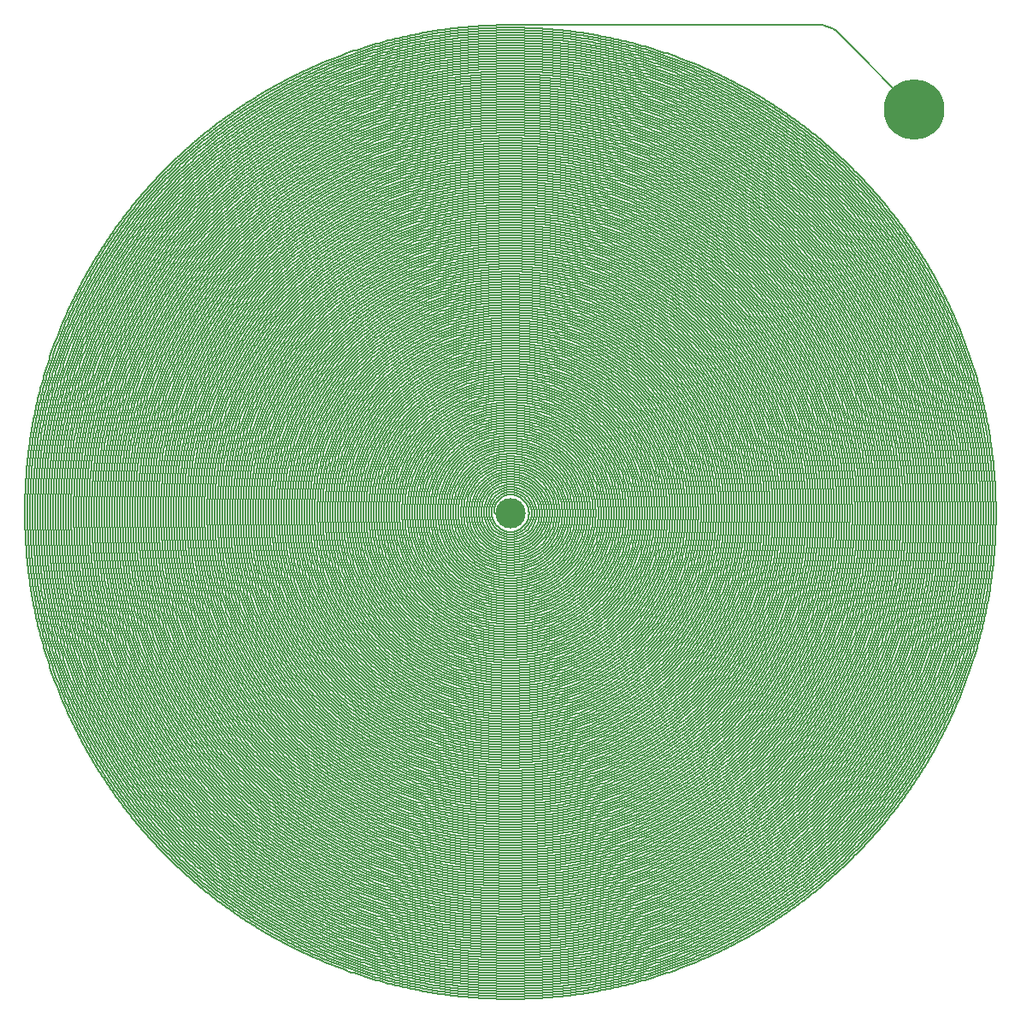
<source format=gtl>
G04 Layer_Physical_Order=1*
G04 Layer_Color=255*
%FSLAX25Y25*%
%MOIN*%
G70*
G01*
G75*
%ADD10C,0.00500*%
%ADD11C,0.11811*%
%ADD12C,0.23622*%
D10*
X127640Y187321D02*
X126913Y187980D01*
X126125Y188564D01*
X125283Y189069D01*
X124396Y189488D01*
X123472Y189819D01*
X122520Y190058D01*
X121549Y190201D01*
X120569Y190250D01*
X0D02*
X-1001Y190247D01*
X-2002Y190239D01*
X-3003Y190226D01*
X-4003Y190207D01*
X-5004Y190183D01*
X-6005Y190154D01*
X-7005Y190120D01*
X-8005Y190080D01*
X-9005Y190035D01*
X-10005Y189985D01*
X-11004Y189929D01*
X-12003Y189869D01*
X-13002Y189803D01*
X-14000Y189731D01*
X-14998Y189654D01*
X-15996Y189572D01*
X-16993Y189485D01*
X-17989Y189393D01*
X-18986Y189295D01*
X-19981Y189192D01*
X-20976Y189084D01*
X-21971Y188970D01*
X-22964Y188851D01*
X-23958Y188727D01*
X-24950Y188598D01*
X-25942Y188463D01*
X-26933Y188323D01*
X-27924Y188178D01*
X-28913Y188028D01*
X-29902Y187872D01*
X-30890Y187712D01*
X-31877Y187546D01*
X-32863Y187374D01*
X-33848Y187198D01*
X-34833Y187016D01*
X-35816Y186830D01*
X-36798Y186638D01*
X-37780Y186440D01*
X-38760Y186238D01*
X-39739Y186030D01*
X-40717Y185818D01*
X-41694Y185600D01*
X-42670Y185377D01*
X-43644Y185148D01*
X-44618Y184915D01*
X-45590Y184676D01*
X-46560Y184433D01*
X-47530Y184184D01*
X-48498Y183930D01*
X-49465Y183671D01*
X-50430Y183407D01*
X-51394Y183137D01*
X-52357Y182863D01*
X-53318Y182584D01*
X-54278Y182299D01*
X-55236Y182009D01*
X-56192Y181715D01*
X-57147Y181415D01*
X-58101Y181110D01*
X-59052Y180800D01*
X-60003Y180486D01*
X-60951Y180166D01*
X-61898Y179841D01*
X-62843Y179511D01*
X-63786Y179176D01*
X-64727Y178836D01*
X-65667Y178491D01*
X-66605Y178142D01*
X-67541Y177787D01*
X-68475Y177427D01*
X-69407Y177063D01*
X-70337Y176693D01*
X-71266Y176319D01*
X-72192Y175939D01*
X-73116Y175555D01*
X-74038Y175166D01*
X-74958Y174772D01*
X-75876Y174373D01*
X-76792Y173969D01*
X-77706Y173561D01*
X-78618Y173147D01*
X-79527Y172729D01*
X-80434Y172306D01*
X-81339Y171878D01*
X-82241Y171446D01*
X-83142Y171008D01*
X-84040Y170566D01*
X-84935Y170119D01*
X-85829Y169668D01*
X-86720Y169212D01*
X-87608Y168751D01*
X-88494Y168285D01*
X-89378Y167815D01*
X-90259Y167339D01*
X-91137Y166860D01*
X-92013Y166375D01*
X-92886Y165886D01*
X-93757Y165393D01*
X-94625Y164895D01*
X-95491Y164392D01*
X-96354Y163885D01*
X-97214Y163373D01*
X-98071Y162856D01*
X-98926Y162335D01*
X-99778Y161810D01*
X-100627Y161280D01*
X-101473Y160746D01*
X-102316Y160207D01*
X-103157Y159663D01*
X-103995Y159115D01*
X-104830Y158563D01*
X-105661Y158007D01*
X-106490Y157446D01*
X-107316Y156880D01*
X-108139Y156310D01*
X-108959Y155736D01*
X-109776Y155158D01*
X-110590Y154575D01*
X-111400Y153988D01*
X-112208Y153397D01*
X-113013Y152801D01*
X-113814Y152201D01*
X-114612Y151597D01*
X-115407Y150989D01*
X-116199Y150376D01*
X-116987Y149760D01*
X-117772Y149139D01*
X-118554Y148514D01*
X-119332Y147885D01*
X-120107Y147252D01*
X-120879Y146615D01*
X-121648Y145973D01*
X-122413Y145328D01*
X-123174Y144678D01*
X-123933Y144025D01*
X-124687Y143368D01*
X-125438Y142706D01*
X-126186Y142041D01*
X-126930Y141371D01*
X-127671Y140698D01*
X-128408Y140021D01*
X-129141Y139340D01*
X-129871Y138655D01*
X-130597Y137966D01*
X-131320Y137274D01*
X-132039Y136577D01*
X-132754Y135877D01*
X-133466Y135173D01*
X-134173Y134465D01*
X-134877Y133754D01*
X-135577Y133038D01*
X-136274Y132320D01*
X-136967Y131597D01*
X-137655Y130871D01*
X-138340Y130141D01*
X-139021Y129408D01*
X-139698Y128671D01*
X-140372Y127930D01*
X-141041Y127186D01*
X-141706Y126438D01*
X-142368Y125687D01*
X-143025Y124932D01*
X-143679Y124174D01*
X-144328Y123412D01*
X-144974Y122647D01*
X-145615Y121879D01*
X-146252Y121107D01*
X-146885Y120332D01*
X-147514Y119553D01*
X-148139Y118772D01*
X-148760Y117987D01*
X-149377Y117198D01*
X-149989Y116407D01*
X-150598Y115612D01*
X-151201Y114814D01*
X-151801Y114012D01*
X-152397Y113208D01*
X-152988Y112400D01*
X-153575Y111590D01*
X-154158Y110776D01*
X-154736Y109959D01*
X-155310Y109139D01*
X-155880Y108316D01*
X-156446Y107490D01*
X-157007Y106661D01*
X-157563Y105830D01*
X-158115Y104995D01*
X-158663Y104157D01*
X-159207Y103317D01*
X-159746Y102473D01*
X-160280Y101627D01*
X-160810Y100778D01*
X-161335Y99926D01*
X-161856Y99071D01*
X-162373Y98214D01*
X-162884Y97354D01*
X-163392Y96491D01*
X-163895Y95626D01*
X-164393Y94757D01*
X-164886Y93887D01*
X-165375Y93013D01*
X-165860Y92137D01*
X-166339Y91259D01*
X-166814Y90378D01*
X-167285Y89494D01*
X-167750Y88608D01*
X-168211Y87720D01*
X-168668Y86829D01*
X-169119Y85936D01*
X-169566Y85040D01*
X-170008Y84142D01*
X-170446Y83242D01*
X-170878Y82340D01*
X-171306Y81435D01*
X-171729Y80528D01*
X-172147Y79618D01*
X-172560Y78707D01*
X-172969Y77793D01*
X-173373Y76877D01*
X-173772Y75959D01*
X-174166Y75039D01*
X-174555Y74117D01*
X-174939Y73193D01*
X-175318Y72266D01*
X-175693Y71338D01*
X-176062Y70408D01*
X-176427Y69476D01*
X-176787Y68542D01*
X-177141Y67606D01*
X-177491Y66668D01*
X-177836Y65728D01*
X-178176Y64787D01*
X-178511Y63844D01*
X-178841Y62899D01*
X-179165Y61952D01*
X-179485Y61004D01*
X-179800Y60054D01*
X-180110Y59102D01*
X-180415Y58149D01*
X-180714Y57194D01*
X-181009Y56237D01*
X-181299Y55279D01*
X-181583Y54319D01*
X-181863Y53358D01*
X-182137Y52396D01*
X-182406Y51432D01*
X-182670Y50466D01*
X-182930Y49499D01*
X-183184Y48531D01*
X-183432Y47562D01*
X-183676Y46591D01*
X-183914Y45619D01*
X-184148Y44646D01*
X-184376Y43671D01*
X-184599Y42696D01*
X-184817Y41719D01*
X-185030Y40741D01*
X-185238Y39761D01*
X-185440Y38781D01*
X-185637Y37800D01*
X-185829Y36818D01*
X-186016Y35834D01*
X-186198Y34850D01*
X-186374Y33865D01*
X-186545Y32879D01*
X-186711Y31892D01*
X-186872Y30904D01*
X-187028Y29915D01*
X-187178Y28925D01*
X-187323Y27935D01*
X-187463Y26944D01*
X-187597Y25952D01*
X-187727Y24960D01*
X-187851Y23967D01*
X-187970Y22973D01*
X-188083Y21978D01*
X-188192Y20983D01*
X-188295Y19988D01*
X-188392Y18992D01*
X-188485Y17995D01*
X-188572Y16998D01*
X-188654Y16000D01*
X-188731Y15002D01*
X-188802Y14004D01*
X-188868Y13005D01*
X-188929Y12006D01*
X-188985Y11007D01*
X-189035Y10007D01*
X-189080Y9008D01*
X-189120Y8007D01*
X-189154Y7007D01*
X-189183Y6007D01*
X-189207Y5006D01*
X-189226Y4005D01*
X-189239Y3005D01*
X-189247Y2004D01*
X-189250Y1003D01*
Y0D02*
X-189247Y-1001D01*
X-189239Y-2002D01*
X-189226Y-3003D01*
X-189207Y-4003D01*
X-189183Y-5004D01*
X-189154Y-6004D01*
X-189120Y-7005D01*
X-189080Y-8005D01*
X-189035Y-9005D01*
X-188985Y-10004D01*
X-188929Y-11004D01*
X-188869Y-12003D01*
X-188803Y-13001D01*
X-188731Y-14000D01*
X-188654Y-14998D01*
X-188573Y-15995D01*
X-188485Y-16992D01*
X-188393Y-17989D01*
X-188295Y-18985D01*
X-188192Y-19981D01*
X-188084Y-20976D01*
X-187970Y-21970D01*
X-187851Y-22964D01*
X-187727Y-23957D01*
X-187598Y-24950D01*
X-187463Y-25941D01*
X-187323Y-26932D01*
X-187178Y-27923D01*
X-187028Y-28912D01*
X-186872Y-29901D01*
X-186712Y-30889D01*
X-186546Y-31876D01*
X-186375Y-32862D01*
X-186198Y-33847D01*
X-186017Y-34832D01*
X-185830Y-35815D01*
X-185638Y-36797D01*
X-185441Y-37779D01*
X-185238Y-38759D01*
X-185031Y-39738D01*
X-184818Y-40716D01*
X-184600Y-41693D01*
X-184377Y-42669D01*
X-184149Y-43643D01*
X-183915Y-44616D01*
X-183677Y-45588D01*
X-183433Y-46559D01*
X-183184Y-47529D01*
X-182930Y-48497D01*
X-182671Y-49464D01*
X-182407Y-50429D01*
X-182138Y-51393D01*
X-181863Y-52356D01*
X-181584Y-53317D01*
X-181299Y-54276D01*
X-181010Y-55234D01*
X-180715Y-56191D01*
X-180415Y-57146D01*
X-180111Y-58099D01*
X-179801Y-59051D01*
X-179486Y-60001D01*
X-179166Y-60950D01*
X-178841Y-61896D01*
X-178512Y-62841D01*
X-178177Y-63784D01*
X-177837Y-64726D01*
X-177492Y-65666D01*
X-177142Y-66603D01*
X-176788Y-67539D01*
X-176428Y-68473D01*
X-176063Y-69406D01*
X-175694Y-70336D01*
X-175319Y-71264D01*
X-174940Y-72190D01*
X-174556Y-73114D01*
X-174167Y-74037D01*
X-173773Y-74957D01*
X-173374Y-75875D01*
X-172970Y-76790D01*
X-172562Y-77704D01*
X-172148Y-78616D01*
X-171730Y-79525D01*
X-171307Y-80432D01*
X-170879Y-81337D01*
X-170447Y-82240D01*
X-170009Y-83140D01*
X-169567Y-84038D01*
X-169120Y-84934D01*
X-168669Y-85827D01*
X-168213Y-86718D01*
X-167752Y-87606D01*
X-167286Y-88492D01*
X-166816Y-89376D01*
X-166341Y-90257D01*
X-165861Y-91135D01*
X-165377Y-92011D01*
X-164888Y-92884D01*
X-164394Y-93755D01*
X-163896Y-94623D01*
X-163393Y-95489D01*
X-162886Y-96351D01*
X-162374Y-97211D01*
X-161858Y-98069D01*
X-161337Y-98924D01*
X-160811Y-99775D01*
X-160281Y-100625D01*
X-159747Y-101471D01*
X-159208Y-102314D01*
X-158665Y-103155D01*
X-158117Y-103992D01*
X-157565Y-104827D01*
X-157008Y-105659D01*
X-156447Y-106488D01*
X-155882Y-107314D01*
X-155312Y-108137D01*
X-154738Y-108957D01*
X-154159Y-109774D01*
X-153577Y-110587D01*
X-152990Y-111398D01*
X-152399Y-112206D01*
X-151803Y-113010D01*
X-151203Y-113811D01*
X-150599Y-114610D01*
X-149991Y-115404D01*
X-149378Y-116196D01*
X-148762Y-116984D01*
X-148141Y-117770D01*
X-147516Y-118551D01*
X-146887Y-119330D01*
X-146254Y-120105D01*
X-145617Y-120877D01*
X-144975Y-121645D01*
X-144330Y-122410D01*
X-143681Y-123172D01*
X-143027Y-123930D01*
X-142370Y-124685D01*
X-141708Y-125436D01*
X-141043Y-126184D01*
X-140374Y-126928D01*
X-139700Y-127668D01*
X-139023Y-128406D01*
X-138342Y-129139D01*
X-137657Y-129869D01*
X-136968Y-130595D01*
X-136276Y-131318D01*
X-135579Y-132037D01*
X-134879Y-132752D01*
X-134175Y-133463D01*
X-133467Y-134171D01*
X-132756Y-134875D01*
X-132041Y-135575D01*
X-131322Y-136272D01*
X-130599Y-136964D01*
X-129873Y-137653D01*
X-129143Y-138338D01*
X-128410Y-139019D01*
X-127673Y-139696D01*
X-126932Y-140370D01*
X-126188Y-141039D01*
X-125441Y-141704D01*
X-124689Y-142366D01*
X-123935Y-143023D01*
X-123176Y-143677D01*
X-122415Y-144326D01*
X-121650Y-144972D01*
X-120881Y-145613D01*
X-120110Y-146250D01*
X-119334Y-146883D01*
X-118556Y-147512D01*
X-117774Y-148137D01*
X-116989Y-148758D01*
X-116201Y-149375D01*
X-115409Y-149987D01*
X-114614Y-150595D01*
X-113816Y-151200D01*
X-113015Y-151799D01*
X-112210Y-152395D01*
X-111403Y-152986D01*
X-110592Y-153573D01*
X-109778Y-154156D01*
X-108962Y-154735D01*
X-108142Y-155309D01*
X-107319Y-155878D01*
X-106493Y-156444D01*
X-105664Y-157005D01*
X-104832Y-157562D01*
X-103998Y-158114D01*
X-103160Y-158661D01*
X-102319Y-159205D01*
X-101476Y-159744D01*
X-100629Y-160278D01*
X-99780Y-160808D01*
X-98929Y-161334D01*
X-98074Y-161855D01*
X-97217Y-162371D01*
X-96356Y-162883D01*
X-95494Y-163390D01*
X-94628Y-163893D01*
X-93760Y-164391D01*
X-92889Y-164885D01*
X-92016Y-165374D01*
X-91140Y-165858D01*
X-90262Y-166338D01*
X-89381Y-166813D01*
X-88497Y-167283D01*
X-87611Y-167749D01*
X-86723Y-168210D01*
X-85832Y-168666D01*
X-84939Y-169118D01*
X-84043Y-169565D01*
X-83145Y-170007D01*
X-82245Y-170444D01*
X-81342Y-170877D01*
X-80437Y-171305D01*
X-79530Y-171728D01*
X-78621Y-172146D01*
X-77710Y-172559D01*
X-76796Y-172968D01*
X-75880Y-173371D01*
X-74962Y-173770D01*
X-74042Y-174164D01*
X-73120Y-174554D01*
X-72196Y-174938D01*
X-71269Y-175317D01*
X-70341Y-175692D01*
X-69411Y-176061D01*
X-68479Y-176426D01*
X-67545Y-176786D01*
X-66609Y-177140D01*
X-65671Y-177490D01*
X-64732Y-177835D01*
X-63790Y-178175D01*
X-62847Y-178510D01*
X-61902Y-178840D01*
X-60955Y-179164D01*
X-60007Y-179484D01*
X-59057Y-179799D01*
X-58105Y-180109D01*
X-57152Y-180414D01*
X-56197Y-180713D01*
X-55240Y-181008D01*
X-54282Y-181298D01*
X-53322Y-181582D01*
X-52361Y-181862D01*
X-51399Y-182136D01*
X-50435Y-182405D01*
X-49469Y-182670D01*
X-48503Y-182929D01*
X-47534Y-183183D01*
X-46565Y-183431D01*
X-45594Y-183675D01*
X-44622Y-183914D01*
X-43649Y-184147D01*
X-42674Y-184376D01*
X-41698Y-184599D01*
X-40721Y-184817D01*
X-39743Y-185029D01*
X-38764Y-185237D01*
X-37784Y-185440D01*
X-36803Y-185637D01*
X-35820Y-185829D01*
X-34837Y-186016D01*
X-33853Y-186197D01*
X-32867Y-186374D01*
X-31881Y-186545D01*
X-30894Y-186711D01*
X-29906Y-186872D01*
X-28917Y-187027D01*
X-27928Y-187178D01*
X-26937Y-187323D01*
X-25946Y-187463D01*
X-24954Y-187597D01*
X-23962Y-187726D01*
X-22969Y-187851D01*
X-21975Y-187970D01*
X-20980Y-188083D01*
X-19985Y-188191D01*
X-18990Y-188294D01*
X-17993Y-188392D01*
X-16997Y-188485D01*
X-16000Y-188572D01*
X-15002Y-188654D01*
X-14004Y-188731D01*
X-13006Y-188802D01*
X-12007Y-188868D01*
X-11008Y-188929D01*
X-10008Y-188985D01*
X-9009Y-189035D01*
X-8009Y-189080D01*
X-7009Y-189120D01*
X-6008Y-189154D01*
X-5008Y-189183D01*
X-4007Y-189207D01*
X-3006Y-189226D01*
X-2005Y-189239D01*
X-1005Y-189247D01*
X-4Y-189250D01*
X0D01*
X1001Y-189247D01*
X2002Y-189239D01*
X3003Y-189226D01*
X4003Y-189207D01*
X5004Y-189183D01*
X6005Y-189154D01*
X7005Y-189120D01*
X8005Y-189080D01*
X9005Y-189035D01*
X10005Y-188985D01*
X11004Y-188929D01*
X12003Y-188869D01*
X13002Y-188802D01*
X14001Y-188731D01*
X14999Y-188654D01*
X15996Y-188572D01*
X16993Y-188485D01*
X17990Y-188393D01*
X18986Y-188295D01*
X19982Y-188192D01*
X20977Y-188084D01*
X21971Y-187970D01*
X22965Y-187851D01*
X23958Y-187727D01*
X24951Y-187598D01*
X25943Y-187463D01*
X26934Y-187323D01*
X27924Y-187178D01*
X28914Y-187028D01*
X29903Y-186872D01*
X30891Y-186712D01*
X31878Y-186546D01*
X32864Y-186374D01*
X33849Y-186198D01*
X34833Y-186016D01*
X35817Y-185829D01*
X36799Y-185637D01*
X37780Y-185440D01*
X38761Y-185238D01*
X39740Y-185030D01*
X40718Y-184817D01*
X41695Y-184599D01*
X42671Y-184376D01*
X43645Y-184148D01*
X44619Y-183915D01*
X45591Y-183676D01*
X46562Y-183432D01*
X47531Y-183184D01*
X48499Y-182930D01*
X49466Y-182670D01*
X50432Y-182406D01*
X51396Y-182137D01*
X52358Y-181863D01*
X53319Y-181583D01*
X54279Y-181299D01*
X55237Y-181009D01*
X56194Y-180714D01*
X57149Y-180415D01*
X58102Y-180110D01*
X59054Y-179800D01*
X60004Y-179485D01*
X60953Y-179165D01*
X61899Y-178840D01*
X62844Y-178510D01*
X63788Y-178176D01*
X64729Y-177836D01*
X65669Y-177491D01*
X66607Y-177141D01*
X67543Y-176786D01*
X68477Y-176427D01*
X69409Y-176062D01*
X70339Y-175692D01*
X71267Y-175318D01*
X72193Y-174939D01*
X73118Y-174554D01*
X74040Y-174165D01*
X74960Y-173771D01*
X75878Y-173372D01*
X76794Y-172968D01*
X77708Y-172560D01*
X78619Y-172146D01*
X79529Y-171728D01*
X80436Y-171305D01*
X81341Y-170877D01*
X82244Y-170445D01*
X83144Y-170007D01*
X84042Y-169565D01*
X84938Y-169118D01*
X85831Y-168667D01*
X86722Y-168210D01*
X87610Y-167750D01*
X88496Y-167284D01*
X89380Y-166813D01*
X90261Y-166338D01*
X91139Y-165859D01*
X92015Y-165374D01*
X92888Y-164885D01*
X93759Y-164392D01*
X94627Y-163893D01*
X95493Y-163391D01*
X96356Y-162883D01*
X97216Y-162371D01*
X98073Y-161855D01*
X98928Y-161334D01*
X99780Y-160809D01*
X100629Y-160278D01*
X101475Y-159744D01*
X102319Y-159205D01*
X103159Y-158662D01*
X103997Y-158114D01*
X104832Y-157562D01*
X105664Y-157005D01*
X106493Y-156444D01*
X107319Y-155878D01*
X108142Y-155309D01*
X108962Y-154735D01*
X109778Y-154156D01*
X110592Y-153573D01*
X111403Y-152986D01*
X112211Y-152395D01*
X113015Y-151799D01*
X113816Y-151199D01*
X114614Y-150595D01*
X115409Y-149987D01*
X116201Y-149374D01*
X116989Y-148758D01*
X117774Y-148137D01*
X118556Y-147512D01*
X119335Y-146883D01*
X120110Y-146250D01*
X120882Y-145612D01*
X121650Y-144971D01*
X122415Y-144326D01*
X123177Y-143676D01*
X123935Y-143023D01*
X124690Y-142365D01*
X125441Y-141704D01*
X126189Y-141038D01*
X126933Y-140369D01*
X127674Y-139696D01*
X128411Y-139018D01*
X129144Y-138337D01*
X129874Y-137652D01*
X130600Y-136963D01*
X131323Y-136271D01*
X132042Y-135574D01*
X132757Y-134874D01*
X133469Y-134170D01*
X134176Y-133462D01*
X134880Y-132751D01*
X135581Y-132035D01*
X136277Y-131316D01*
X136970Y-130594D01*
X137658Y-129868D01*
X138343Y-129138D01*
X139024Y-128404D01*
X139702Y-127667D01*
X140375Y-126926D01*
X141044Y-126182D01*
X141710Y-125434D01*
X142371Y-124683D01*
X143029Y-123928D01*
X143682Y-123170D01*
X144332Y-122408D01*
X144977Y-121643D01*
X145618Y-120875D01*
X146256Y-120103D01*
X146889Y-119328D01*
X147518Y-118549D01*
X148143Y-117767D01*
X148764Y-116982D01*
X149380Y-116194D01*
X149993Y-115402D01*
X150601Y-114607D01*
X151205Y-113809D01*
X151805Y-113008D01*
X152400Y-112203D01*
X152992Y-111396D01*
X153579Y-110585D01*
X154161Y-109771D01*
X154740Y-108954D01*
X155314Y-108134D01*
X155884Y-107311D01*
X156449Y-106485D01*
X157010Y-105656D01*
X157567Y-104824D01*
X158119Y-103990D01*
X158667Y-103152D01*
X159210Y-102311D01*
X159749Y-101468D01*
X160283Y-100621D01*
X160813Y-99772D01*
X161339Y-98920D01*
X161860Y-98066D01*
X162376Y-97208D01*
X162888Y-96348D01*
X163395Y-95485D01*
X163898Y-94620D01*
X164396Y-93751D01*
X164890Y-92881D01*
X165379Y-92007D01*
X165863Y-91131D01*
X166343Y-90253D01*
X166818Y-89372D01*
X167288Y-88488D01*
X167754Y-87602D01*
X168215Y-86714D01*
X168671Y-85823D01*
X169123Y-84929D01*
X169569Y-84034D01*
X170011Y-83136D01*
X170449Y-82235D01*
X170881Y-81333D01*
X171309Y-80428D01*
X171732Y-79520D01*
X172150Y-78611D01*
X172564Y-77700D01*
X172972Y-76786D01*
X173376Y-75870D01*
X173775Y-74952D01*
X174169Y-74032D01*
X174558Y-73109D01*
X174942Y-72185D01*
X175321Y-71259D01*
X175696Y-70331D01*
X176065Y-69400D01*
X176430Y-68468D01*
X176790Y-67534D01*
X177144Y-66598D01*
X177494Y-65660D01*
X177839Y-64721D01*
X178179Y-63779D01*
X178514Y-62836D01*
X178843Y-61891D01*
X179168Y-60944D01*
X179488Y-59996D01*
X179803Y-59045D01*
X180113Y-58094D01*
X180417Y-57140D01*
X180717Y-56185D01*
X181012Y-55229D01*
X181301Y-54270D01*
X181586Y-53311D01*
X181865Y-52350D01*
X182140Y-51387D01*
X182409Y-50423D01*
X182673Y-49457D01*
X182932Y-48491D01*
X183186Y-47522D01*
X183435Y-46553D01*
X183678Y-45582D01*
X183917Y-44610D01*
X184150Y-43637D01*
X184378Y-42662D01*
X184601Y-41686D01*
X184819Y-40709D01*
X185032Y-39731D01*
X185240Y-38752D01*
X185442Y-37772D01*
X185639Y-36790D01*
X185831Y-35808D01*
X186018Y-34824D01*
X186199Y-33840D01*
X186376Y-32855D01*
X186547Y-31869D01*
X186713Y-30882D01*
X186874Y-29894D01*
X187029Y-28905D01*
X187180Y-27915D01*
X187325Y-26925D01*
X187464Y-25934D01*
X187599Y-24942D01*
X187728Y-23949D01*
X187852Y-22956D01*
X187971Y-21962D01*
X188084Y-20968D01*
X188193Y-19973D01*
X188296Y-18977D01*
X188393Y-17981D01*
X188486Y-16984D01*
X188573Y-15987D01*
X188655Y-14989D01*
X188732Y-13991D01*
X188803Y-12993D01*
X188869Y-11994D01*
X188930Y-10995D01*
X188986Y-9996D01*
X189036Y-8996D01*
X189081Y-7996D01*
X189120Y-6996D01*
X189155Y-5996D01*
X189184Y-4995D01*
X189207Y-3994D01*
X189226Y-2994D01*
X189239Y-1993D01*
X189247Y-992D01*
X189250Y0D01*
X189247Y1001D01*
X189239Y2002D01*
X189226Y3003D01*
X189207Y4003D01*
X189183Y5004D01*
X189154Y6005D01*
X189120Y7005D01*
X189080Y8005D01*
X189035Y9005D01*
X188985Y10005D01*
X188929Y11004D01*
X188869Y12003D01*
X188803Y13002D01*
X188731Y14000D01*
X188654Y14998D01*
X188572Y15996D01*
X188485Y16993D01*
X188393Y17989D01*
X188295Y18985D01*
X188192Y19981D01*
X188084Y20976D01*
X187970Y21971D01*
X187851Y22964D01*
X187727Y23958D01*
X187598Y24950D01*
X187463Y25942D01*
X187323Y26933D01*
X187178Y27923D01*
X187028Y28913D01*
X186872Y29902D01*
X186712Y30890D01*
X186546Y31877D01*
X186374Y32863D01*
X186198Y33848D01*
X186016Y34832D01*
X185830Y35816D01*
X185638Y36798D01*
X185440Y37779D01*
X185238Y38760D01*
X185030Y39739D01*
X184818Y40717D01*
X184600Y41694D01*
X184377Y42669D01*
X184148Y43644D01*
X183915Y44617D01*
X183676Y45589D01*
X183433Y46560D01*
X183184Y47530D01*
X182930Y48498D01*
X182671Y49465D01*
X182407Y50430D01*
X182138Y51394D01*
X181863Y52357D01*
X181584Y53318D01*
X181299Y54277D01*
X181010Y55235D01*
X180715Y56192D01*
X180415Y57147D01*
X180110Y58100D01*
X179801Y59052D01*
X179486Y60002D01*
X179166Y60951D01*
X178841Y61897D01*
X178511Y62843D01*
X178176Y63786D01*
X177837Y64727D01*
X177492Y65667D01*
X177142Y66605D01*
X176787Y67541D01*
X176427Y68475D01*
X176063Y69407D01*
X175693Y70337D01*
X175319Y71265D01*
X174940Y72191D01*
X174555Y73116D01*
X174166Y74038D01*
X173772Y74958D01*
X173373Y75876D01*
X172969Y76792D01*
X172561Y77706D01*
X172148Y78617D01*
X171729Y79526D01*
X171306Y80434D01*
X170879Y81339D01*
X170446Y82241D01*
X170009Y83141D01*
X169567Y84039D01*
X169120Y84935D01*
X168668Y85828D01*
X168212Y86719D01*
X167751Y87608D01*
X167285Y88494D01*
X166815Y89377D01*
X166340Y90258D01*
X165860Y91137D01*
X165376Y92013D01*
X164887Y92886D01*
X164393Y93757D01*
X163895Y94625D01*
X163392Y95490D01*
X162885Y96353D01*
X162373Y97213D01*
X161857Y98071D01*
X161336Y98925D01*
X160810Y99777D01*
X160280Y100626D01*
X159746Y101473D01*
X159207Y102316D01*
X158664Y103157D01*
X158116Y103994D01*
X157564Y104829D01*
X157007Y105661D01*
X156446Y106490D01*
X155880Y107316D01*
X155311Y108139D01*
X154737Y108959D01*
X154158Y109775D01*
X153576Y110589D01*
X152988Y111400D01*
X152397Y112208D01*
X151802Y113012D01*
X151202Y113813D01*
X150598Y114611D01*
X149989Y115406D01*
X149377Y116198D01*
X148760Y116986D01*
X148139Y117771D01*
X147514Y118553D01*
X146885Y119332D01*
X146252Y120107D01*
X145615Y120879D01*
X144974Y121647D01*
X144328Y122412D01*
X143679Y123174D01*
X143025Y123932D01*
X142368Y124687D01*
X141706Y125438D01*
X141041Y126186D01*
X140372Y126930D01*
X139698Y127671D01*
X139021Y128408D01*
X138340Y129141D01*
X137655Y129871D01*
X136966Y130597D01*
X136274Y131320D01*
X135577Y132039D01*
X134877Y132754D01*
X134173Y133466D01*
X133465Y134173D01*
X132754Y134877D01*
X132038Y135577D01*
X131320Y136274D01*
X130597Y136967D01*
X129871Y137655D01*
X129141Y138340D01*
X128408Y139021D01*
X127670Y139699D01*
X126930Y140372D01*
X126186Y141041D01*
X125438Y141707D01*
X124687Y142368D01*
X123932Y143026D01*
X123174Y143679D01*
X122412Y144328D01*
X121647Y144974D01*
X120879Y145615D01*
X120107Y146252D01*
X119332Y146886D01*
X118553Y147515D01*
X117771Y148140D01*
X116986Y148760D01*
X116198Y149377D01*
X115406Y149989D01*
X114611Y150598D01*
X113813Y151202D01*
X113012Y151802D01*
X112207Y152397D01*
X111400Y152989D01*
X110589Y153576D01*
X109775Y154158D01*
X108958Y154737D01*
X108139Y155311D01*
X107316Y155881D01*
X106490Y156446D01*
X105661Y157007D01*
X104829Y157564D01*
X103994Y158116D01*
X103156Y158664D01*
X102316Y159207D01*
X101472Y159746D01*
X100626Y160281D01*
X99777Y160810D01*
X98925Y161336D01*
X98070Y161857D01*
X97213Y162373D01*
X96353Y162885D01*
X95490Y163392D01*
X94624Y163895D01*
X93756Y164393D01*
X92886Y164887D01*
X92012Y165376D01*
X91136Y165860D01*
X90258Y166340D01*
X89377Y166815D01*
X88493Y167285D01*
X87607Y167751D01*
X86719Y168212D01*
X85828Y168668D01*
X84935Y169120D01*
X84039Y169567D01*
X83141Y170009D01*
X82241Y170446D01*
X81338Y170879D01*
X80433Y171307D01*
X79526Y171730D01*
X78617Y172148D01*
X77705Y172561D01*
X76791Y172970D01*
X75876Y173373D01*
X74957Y173772D01*
X74037Y174166D01*
X73115Y174555D01*
X72191Y174940D01*
X71265Y175319D01*
X70337Y175694D01*
X69406Y176063D01*
X68474Y176428D01*
X67540Y176787D01*
X66604Y177142D01*
X65666Y177492D01*
X64727Y177837D01*
X63785Y178176D01*
X62842Y178511D01*
X61897Y178841D01*
X60950Y179166D01*
X60002Y179486D01*
X59052Y179801D01*
X58100Y180111D01*
X57146Y180415D01*
X56191Y180715D01*
X55235Y181010D01*
X54277Y181299D01*
X53317Y181584D01*
X52356Y181863D01*
X51393Y182138D01*
X50429Y182407D01*
X49464Y182671D01*
X48497Y182930D01*
X47529Y183184D01*
X46560Y183433D01*
X45589Y183677D01*
X44617Y183915D01*
X43643Y184149D01*
X42669Y184377D01*
X41693Y184600D01*
X40716Y184818D01*
X39738Y185031D01*
X38759Y185238D01*
X37779Y185441D01*
X36797Y185638D01*
X35815Y185830D01*
X34832Y186017D01*
X33847Y186198D01*
X32862Y186375D01*
X31876Y186546D01*
X30889Y186712D01*
X29901Y186873D01*
X28912Y187028D01*
X27923Y187178D01*
X26932Y187323D01*
X25941Y187463D01*
X24949Y187598D01*
X23957Y187727D01*
X22964Y187851D01*
X21970Y187970D01*
X20975Y188084D01*
X19980Y188192D01*
X18985Y188295D01*
X17988Y188393D01*
X16992Y188485D01*
X15995Y188573D01*
X14997Y188654D01*
X13999Y188731D01*
X13001Y188803D01*
X12002Y188869D01*
X11003Y188929D01*
X10004Y188985D01*
X9004Y189035D01*
X8004Y189080D01*
X7004Y189120D01*
X6004Y189154D01*
X5003Y189183D01*
X4002Y189207D01*
X3002Y189226D01*
X2001Y189239D01*
X1000Y189247D01*
X0Y189250D01*
X-999Y189247D01*
X-1998Y189239D01*
X-2997Y189226D01*
X-3996Y189207D01*
X-4994Y189183D01*
X-5993Y189154D01*
X-6991Y189120D01*
X-7989Y189080D01*
X-8987Y189035D01*
X-9985Y188985D01*
X-10983Y188929D01*
X-11980Y188868D01*
X-12977Y188802D01*
X-13973Y188730D01*
X-14969Y188654D01*
X-15965Y188572D01*
X-16960Y188484D01*
X-17955Y188391D01*
X-18949Y188294D01*
X-19942Y188190D01*
X-20935Y188082D01*
X-21928Y187968D01*
X-22920Y187849D01*
X-23911Y187725D01*
X-24902Y187595D01*
X-25892Y187461D01*
X-26881Y187321D01*
X-27869Y187175D01*
X-28857Y187025D01*
X-29843Y186869D01*
X-30829Y186708D01*
X-31814Y186542D01*
X-32798Y186370D01*
X-33782Y186194D01*
X-34764Y186012D01*
X-35745Y185825D01*
X-36726Y185632D01*
X-37705Y185435D01*
X-38683Y185232D01*
X-39660Y185024D01*
X-40636Y184811D01*
X-41611Y184593D01*
X-42585Y184370D01*
X-43557Y184141D01*
X-44529Y183907D01*
X-45499Y183668D01*
X-46467Y183424D01*
X-47435Y183175D01*
X-48401Y182921D01*
X-49366Y182662D01*
X-50329Y182397D01*
X-51291Y182127D01*
X-52251Y181853D01*
X-53210Y181573D01*
X-54168Y181288D01*
X-55124Y180998D01*
X-56078Y180703D01*
X-57031Y180403D01*
X-57982Y180098D01*
X-58932Y179787D01*
X-59880Y179472D01*
X-60826Y179152D01*
X-61771Y178827D01*
X-62713Y178496D01*
X-63655Y178161D01*
X-64594Y177821D01*
X-65531Y177475D01*
X-66467Y177125D01*
X-67400Y176770D01*
X-68332Y176410D01*
X-69262Y176045D01*
X-70190Y175675D01*
X-71116Y175300D01*
X-72040Y174920D01*
X-72962Y174535D01*
X-73882Y174146D01*
X-74800Y173751D01*
X-75715Y173352D01*
X-76629Y172948D01*
X-77540Y172538D01*
X-78449Y172125D01*
X-79356Y171706D01*
X-80261Y171282D01*
X-81164Y170854D01*
X-82064Y170421D01*
X-82962Y169983D01*
X-83858Y169540D01*
X-84751Y169093D01*
X-85642Y168641D01*
X-86530Y168184D01*
X-87416Y167722D01*
X-88300Y167256D01*
X-89180Y166785D01*
X-90059Y166310D01*
X-90935Y165829D01*
X-91808Y165345D01*
X-92679Y164855D01*
X-93547Y164361D01*
X-94413Y163862D01*
X-95276Y163359D01*
X-96136Y162851D01*
X-96994Y162338D01*
X-97849Y161821D01*
X-98701Y161300D01*
X-99550Y160774D01*
X-100397Y160243D01*
X-101240Y159708D01*
X-102081Y159169D01*
X-102919Y158625D01*
X-103754Y158077D01*
X-104586Y157524D01*
X-105415Y156967D01*
X-106241Y156405D01*
X-107064Y155839D01*
X-107885Y155269D01*
X-108702Y154694D01*
X-109516Y154115D01*
X-110327Y153532D01*
X-111135Y152944D01*
X-111940Y152352D01*
X-112741Y151756D01*
X-113540Y151155D01*
X-114335Y150551D01*
X-115127Y149942D01*
X-115916Y149329D01*
X-116701Y148712D01*
X-117483Y148091D01*
X-118262Y147465D01*
X-119038Y146835D01*
X-119810Y146202D01*
X-120579Y145564D01*
X-121344Y144922D01*
X-122106Y144276D01*
X-122865Y143626D01*
X-123620Y142972D01*
X-124372Y142314D01*
X-125120Y141652D01*
X-125864Y140986D01*
X-126605Y140316D01*
X-127343Y139642D01*
X-128077Y138965D01*
X-128807Y138283D01*
X-129534Y137598D01*
X-130257Y136908D01*
X-130976Y136215D01*
X-131692Y135518D01*
X-132404Y134817D01*
X-133112Y134113D01*
X-133817Y133405D01*
X-134518Y132693D01*
X-135214Y131977D01*
X-135907Y131258D01*
X-136597Y130535D01*
X-137282Y129808D01*
X-137964Y129078D01*
X-138642Y128344D01*
X-139315Y127606D01*
X-139985Y126865D01*
X-140651Y126120D01*
X-141313Y125372D01*
X-141971Y124621D01*
X-142625Y123866D01*
X-143275Y123107D01*
X-143921Y122345D01*
X-144563Y121580D01*
X-145201Y120811D01*
X-145835Y120038D01*
X-146464Y119263D01*
X-147090Y118484D01*
X-147711Y117702D01*
X-148328Y116916D01*
X-148941Y116128D01*
X-149550Y115336D01*
X-150155Y114540D01*
X-150755Y113742D01*
X-151351Y112940D01*
X-151943Y112136D01*
X-152531Y111328D01*
X-153114Y110517D01*
X-153693Y109703D01*
X-154268Y108886D01*
X-154838Y108065D01*
X-155404Y107242D01*
X-155966Y106416D01*
X-156523Y105587D01*
X-157076Y104755D01*
X-157624Y103920D01*
X-158168Y103082D01*
X-158708Y102241D01*
X-159243Y101398D01*
X-159773Y100551D01*
X-160299Y99702D01*
X-160821Y98850D01*
X-161338Y97995D01*
X-161850Y97138D01*
X-162358Y96277D01*
X-162861Y95415D01*
X-163360Y94549D01*
X-163854Y93681D01*
X-164344Y92810D01*
X-164829Y91936D01*
X-165309Y91061D01*
X-165784Y90182D01*
X-166255Y89301D01*
X-166722Y88418D01*
X-167183Y87532D01*
X-167640Y86643D01*
X-168092Y85752D01*
X-168540Y84859D01*
X-168982Y83964D01*
X-169420Y83066D01*
X-169853Y82166D01*
X-170281Y81263D01*
X-170705Y80358D01*
X-171124Y79451D01*
X-171537Y78542D01*
X-171947Y77631D01*
X-172351Y76717D01*
X-172750Y75802D01*
X-173145Y74884D01*
X-173534Y73964D01*
X-173919Y73042D01*
X-174299Y72118D01*
X-174674Y71192D01*
X-175044Y70264D01*
X-175409Y69335D01*
X-175769Y68403D01*
X-176124Y67469D01*
X-176475Y66533D01*
X-176820Y65596D01*
X-177160Y64657D01*
X-177496Y63716D01*
X-177826Y62773D01*
X-178151Y61829D01*
X-178471Y60882D01*
X-178787Y59934D01*
X-179097Y58985D01*
X-179402Y58034D01*
X-179702Y57081D01*
X-179997Y56126D01*
X-180287Y55171D01*
X-180572Y54213D01*
X-180852Y53254D01*
X-181127Y52294D01*
X-181396Y51332D01*
X-181661Y50368D01*
X-181920Y49404D01*
X-182175Y48438D01*
X-182424Y47470D01*
X-182668Y46501D01*
X-182907Y45531D01*
X-183140Y44560D01*
X-183369Y43588D01*
X-183592Y42614D01*
X-183811Y41639D01*
X-184024Y40663D01*
X-184232Y39686D01*
X-184434Y38708D01*
X-184632Y37729D01*
X-184824Y36748D01*
X-185011Y35767D01*
X-185193Y34785D01*
X-185370Y33802D01*
X-185541Y32818D01*
X-185707Y31833D01*
X-185869Y30847D01*
X-186024Y29860D01*
X-186175Y28872D01*
X-186320Y27884D01*
X-186460Y26895D01*
X-186595Y25905D01*
X-186724Y24915D01*
X-186849Y23923D01*
X-186968Y22931D01*
X-187082Y21939D01*
X-187190Y20946D01*
X-187293Y19952D01*
X-187391Y18958D01*
X-187484Y17964D01*
X-187571Y16968D01*
X-187653Y15973D01*
X-187730Y14977D01*
X-187802Y13980D01*
X-187868Y12984D01*
X-187929Y11987D01*
X-187984Y10989D01*
X-188035Y9991D01*
X-188080Y8993D01*
X-188120Y7995D01*
X-188154Y6997D01*
X-188183Y5998D01*
X-188207Y5000D01*
X-188226Y4001D01*
X-188239Y3002D01*
X-188247Y2003D01*
X-188250Y1004D01*
Y1000D01*
Y0D02*
X-188247Y-999D01*
X-188239Y-1998D01*
X-188226Y-2997D01*
X-188207Y-3996D01*
X-188183Y-4994D01*
X-188154Y-5993D01*
X-188120Y-6991D01*
X-188080Y-7989D01*
X-188035Y-8987D01*
X-187985Y-9985D01*
X-187929Y-10982D01*
X-187868Y-11980D01*
X-187802Y-12976D01*
X-187730Y-13973D01*
X-187654Y-14969D01*
X-187572Y-15964D01*
X-187484Y-16959D01*
X-187391Y-17954D01*
X-187294Y-18948D01*
X-187190Y-19942D01*
X-187082Y-20935D01*
X-186968Y-21927D01*
X-186849Y-22919D01*
X-186725Y-23911D01*
X-186595Y-24901D01*
X-186461Y-25891D01*
X-186321Y-26880D01*
X-186175Y-27868D01*
X-186025Y-28856D01*
X-185869Y-29843D01*
X-185708Y-30828D01*
X-185542Y-31814D01*
X-185371Y-32798D01*
X-185194Y-33781D01*
X-185012Y-34763D01*
X-184825Y-35745D01*
X-184633Y-36725D01*
X-184435Y-37704D01*
X-184232Y-38682D01*
X-184025Y-39659D01*
X-183812Y-40635D01*
X-183593Y-41610D01*
X-183370Y-42584D01*
X-183141Y-43556D01*
X-182908Y-44528D01*
X-182669Y-45498D01*
X-182425Y-46466D01*
X-182176Y-47434D01*
X-181921Y-48400D01*
X-181662Y-49364D01*
X-181397Y-50328D01*
X-181128Y-51290D01*
X-180853Y-52250D01*
X-180573Y-53209D01*
X-180288Y-54167D01*
X-179998Y-55123D01*
X-179703Y-56077D01*
X-179403Y-57030D01*
X-179098Y-57981D01*
X-178788Y-58930D01*
X-178473Y-59878D01*
X-178152Y-60825D01*
X-177827Y-61769D01*
X-177497Y-62712D01*
X-177162Y-63653D01*
X-176821Y-64592D01*
X-176476Y-65530D01*
X-176126Y-66465D01*
X-175771Y-67399D01*
X-175410Y-68331D01*
X-175045Y-69261D01*
X-174675Y-70188D01*
X-174301Y-71114D01*
X-173921Y-72038D01*
X-173536Y-72960D01*
X-173146Y-73880D01*
X-172752Y-74798D01*
X-172353Y-75714D01*
X-171948Y-76627D01*
X-171539Y-77539D01*
X-171125Y-78448D01*
X-170707Y-79355D01*
X-170283Y-80259D01*
X-169855Y-81162D01*
X-169422Y-82062D01*
X-168984Y-82960D01*
X-168541Y-83856D01*
X-168094Y-84749D01*
X-167642Y-85640D01*
X-167185Y-86528D01*
X-166724Y-87414D01*
X-166257Y-88297D01*
X-165786Y-89179D01*
X-165311Y-90057D01*
X-164831Y-90933D01*
X-164346Y-91806D01*
X-163856Y-92677D01*
X-163362Y-93545D01*
X-162863Y-94411D01*
X-162360Y-95274D01*
X-161852Y-96134D01*
X-161340Y-96992D01*
X-160823Y-97846D01*
X-160301Y-98699D01*
X-159775Y-99548D01*
X-159245Y-100394D01*
X-158710Y-101238D01*
X-158170Y-102079D01*
X-157626Y-102917D01*
X-157078Y-103752D01*
X-156525Y-104584D01*
X-155968Y-105413D01*
X-155407Y-106239D01*
X-154841Y-107062D01*
X-154270Y-107882D01*
X-153696Y-108699D01*
X-153117Y-109513D01*
X-152533Y-110325D01*
X-151946Y-111132D01*
X-151354Y-111937D01*
X-150758Y-112739D01*
X-150157Y-113537D01*
X-149553Y-114332D01*
X-148944Y-115124D01*
X-148331Y-115913D01*
X-147714Y-116699D01*
X-147092Y-117481D01*
X-146467Y-118260D01*
X-145837Y-119035D01*
X-145203Y-119808D01*
X-144566Y-120576D01*
X-143924Y-121342D01*
X-143278Y-122104D01*
X-142628Y-122863D01*
X-141974Y-123618D01*
X-141316Y-124369D01*
X-140654Y-125117D01*
X-139988Y-125862D01*
X-139318Y-126603D01*
X-138644Y-127341D01*
X-137967Y-128075D01*
X-137285Y-128805D01*
X-136600Y-129532D01*
X-135910Y-130255D01*
X-135217Y-130974D01*
X-134520Y-131690D01*
X-133820Y-132402D01*
X-133115Y-133110D01*
X-132407Y-133815D01*
X-131695Y-134515D01*
X-130979Y-135212D01*
X-130260Y-135905D01*
X-129537Y-136595D01*
X-128810Y-137280D01*
X-128080Y-137962D01*
X-127346Y-138639D01*
X-126609Y-139313D01*
X-125867Y-139983D01*
X-125123Y-140649D01*
X-124375Y-141311D01*
X-123623Y-141969D01*
X-122868Y-142623D01*
X-122109Y-143273D01*
X-121347Y-143919D01*
X-120582Y-144561D01*
X-119813Y-145199D01*
X-119041Y-145833D01*
X-118265Y-146462D01*
X-117487Y-147088D01*
X-116704Y-147709D01*
X-115919Y-148327D01*
X-115130Y-148940D01*
X-114338Y-149548D01*
X-113543Y-150153D01*
X-112744Y-150753D01*
X-111943Y-151350D01*
X-111138Y-151942D01*
X-110330Y-152529D01*
X-109519Y-153112D01*
X-108705Y-153691D01*
X-107888Y-154266D01*
X-107068Y-154836D01*
X-106245Y-155403D01*
X-105419Y-155964D01*
X-104590Y-156521D01*
X-103758Y-157074D01*
X-102923Y-157623D01*
X-102085Y-158167D01*
X-101244Y-158706D01*
X-100400Y-159241D01*
X-99554Y-159772D01*
X-98705Y-160298D01*
X-97853Y-160819D01*
X-96998Y-161336D01*
X-96140Y-161849D01*
X-95280Y-162356D01*
X-94417Y-162860D01*
X-93552Y-163358D01*
X-92684Y-163853D01*
X-91813Y-164342D01*
X-90939Y-164827D01*
X-90063Y-165307D01*
X-89185Y-165783D01*
X-88304Y-166254D01*
X-87420Y-166720D01*
X-86534Y-167182D01*
X-85646Y-167639D01*
X-84755Y-168091D01*
X-83862Y-168538D01*
X-82967Y-168981D01*
X-82069Y-169419D01*
X-81168Y-169852D01*
X-80266Y-170280D01*
X-79361Y-170704D01*
X-78454Y-171122D01*
X-77545Y-171536D01*
X-76634Y-171945D01*
X-75720Y-172350D01*
X-74805Y-172749D01*
X-73887Y-173143D01*
X-72967Y-173533D01*
X-72045Y-173918D01*
X-71121Y-174298D01*
X-70195Y-174673D01*
X-69267Y-175043D01*
X-68337Y-175408D01*
X-67406Y-175768D01*
X-66472Y-176123D01*
X-65536Y-176473D01*
X-64599Y-176819D01*
X-63660Y-177159D01*
X-62719Y-177494D01*
X-61776Y-177825D01*
X-60831Y-178150D01*
X-59885Y-178470D01*
X-58937Y-178786D01*
X-57988Y-179096D01*
X-57037Y-179401D01*
X-56084Y-179701D01*
X-55129Y-179996D01*
X-54173Y-180286D01*
X-53216Y-180571D01*
X-52257Y-180851D01*
X-51297Y-181126D01*
X-50335Y-181395D01*
X-49371Y-181660D01*
X-48407Y-181920D01*
X-47441Y-182174D01*
X-46473Y-182423D01*
X-45505Y-182667D01*
X-44535Y-182906D01*
X-43563Y-183140D01*
X-42591Y-183368D01*
X-41617Y-183592D01*
X-40642Y-183810D01*
X-39666Y-184023D01*
X-38689Y-184231D01*
X-37711Y-184434D01*
X-36732Y-184631D01*
X-35752Y-184824D01*
X-34770Y-185011D01*
X-33788Y-185193D01*
X-32805Y-185369D01*
X-31821Y-185541D01*
X-30836Y-185707D01*
X-29850Y-185868D01*
X-28863Y-186024D01*
X-27875Y-186174D01*
X-26887Y-186320D01*
X-25898Y-186460D01*
X-24908Y-186594D01*
X-23918Y-186724D01*
X-22926Y-186848D01*
X-21935Y-186967D01*
X-20942Y-187081D01*
X-19949Y-187190D01*
X-18955Y-187293D01*
X-17961Y-187391D01*
X-16967Y-187484D01*
X-15971Y-187571D01*
X-14976Y-187653D01*
X-13980Y-187730D01*
X-12983Y-187801D01*
X-11987Y-187868D01*
X-10990Y-187929D01*
X-9992Y-187984D01*
X-8995Y-188035D01*
X-7997Y-188080D01*
X-6998Y-188119D01*
X-6000Y-188154D01*
X-5001Y-188183D01*
X-4003Y-188207D01*
X-3004Y-188226D01*
X-2005Y-188239D01*
X-1006Y-188247D01*
X-7Y-188250D01*
X0D01*
X999Y-188247D01*
X1998Y-188239D01*
X2997Y-188226D01*
X3996Y-188207D01*
X4994Y-188183D01*
X5993Y-188154D01*
X6991Y-188120D01*
X7989Y-188080D01*
X8987Y-188035D01*
X9985Y-187985D01*
X10982Y-187929D01*
X11980Y-187868D01*
X12976Y-187802D01*
X13973Y-187730D01*
X14969Y-187654D01*
X15964Y-187572D01*
X16959Y-187484D01*
X17954Y-187391D01*
X18948Y-187294D01*
X19942Y-187190D01*
X20935Y-187082D01*
X21927Y-186968D01*
X22919Y-186849D01*
X23911Y-186725D01*
X24901Y-186595D01*
X25891Y-186461D01*
X26880Y-186321D01*
X27868Y-186175D01*
X28856Y-186025D01*
X29843Y-185869D01*
X30828Y-185708D01*
X31814Y-185542D01*
X32798Y-185371D01*
X33781Y-185194D01*
X34763Y-185012D01*
X35745Y-184825D01*
X36725Y-184633D01*
X37704Y-184435D01*
X38682Y-184232D01*
X39659Y-184025D01*
X40635Y-183812D01*
X41610Y-183593D01*
X42584Y-183370D01*
X43556Y-183141D01*
X44528Y-182908D01*
X45498Y-182669D01*
X46466Y-182425D01*
X47434Y-182176D01*
X48400Y-181921D01*
X49364Y-181662D01*
X50328Y-181397D01*
X51290Y-181128D01*
X52250Y-180853D01*
X53209Y-180573D01*
X54167Y-180288D01*
X55123Y-179998D01*
X56077Y-179703D01*
X57030Y-179403D01*
X57981Y-179098D01*
X58930Y-178788D01*
X59878Y-178473D01*
X60825Y-178152D01*
X61769Y-177827D01*
X62712Y-177497D01*
X63653Y-177162D01*
X64592Y-176821D01*
X65530Y-176476D01*
X66465Y-176126D01*
X67399Y-175771D01*
X68331Y-175410D01*
X69261Y-175045D01*
X70188Y-174675D01*
X71114Y-174301D01*
X72038Y-173921D01*
X72960Y-173536D01*
X73880Y-173146D01*
X74798Y-172752D01*
X75714Y-172353D01*
X76627Y-171948D01*
X77539Y-171539D01*
X78448Y-171125D01*
X79355Y-170707D01*
X80259Y-170283D01*
X81162Y-169855D01*
X82062Y-169422D01*
X82960Y-168984D01*
X83856Y-168541D01*
X84749Y-168094D01*
X85640Y-167642D01*
X86528Y-167185D01*
X87414Y-166724D01*
X88297Y-166257D01*
X89179Y-165786D01*
X90057Y-165311D01*
X90933Y-164831D01*
X91806Y-164346D01*
X92677Y-163856D01*
X93545Y-163362D01*
X94411Y-162863D01*
X95274Y-162360D01*
X96134Y-161852D01*
X96992Y-161340D01*
X97846Y-160823D01*
X98699Y-160301D01*
X99548Y-159775D01*
X100394Y-159245D01*
X101238Y-158710D01*
X102079Y-158170D01*
X102917Y-157626D01*
X103752Y-157078D01*
X104584Y-156525D01*
X105413Y-155968D01*
X106239Y-155407D01*
X107062Y-154841D01*
X107882Y-154270D01*
X108699Y-153696D01*
X109513Y-153117D01*
X110325Y-152533D01*
X111132Y-151946D01*
X111937Y-151354D01*
X112739Y-150758D01*
X113537Y-150157D01*
X114332Y-149553D01*
X115124Y-148944D01*
X115913Y-148331D01*
X116699Y-147714D01*
X117481Y-147092D01*
X118260Y-146467D01*
X119035Y-145837D01*
X119808Y-145203D01*
X120576Y-144566D01*
X121342Y-143924D01*
X122104Y-143278D01*
X122863Y-142628D01*
X123618Y-141974D01*
X124369Y-141316D01*
X125117Y-140654D01*
X125862Y-139988D01*
X126603Y-139318D01*
X127341Y-138644D01*
X128075Y-137967D01*
X128805Y-137285D01*
X129532Y-136600D01*
X130255Y-135910D01*
X130974Y-135217D01*
X131690Y-134520D01*
X132402Y-133820D01*
X133110Y-133115D01*
X133815Y-132407D01*
X134515Y-131695D01*
X135212Y-130979D01*
X135905Y-130260D01*
X136595Y-129537D01*
X137280Y-128810D01*
X137962Y-128080D01*
X138639Y-127346D01*
X139313Y-126609D01*
X139983Y-125867D01*
X140649Y-125123D01*
X141311Y-124375D01*
X141969Y-123623D01*
X142623Y-122868D01*
X143273Y-122109D01*
X143919Y-121347D01*
X144561Y-120582D01*
X145199Y-119813D01*
X145833Y-119041D01*
X146462Y-118265D01*
X147088Y-117487D01*
X147709Y-116704D01*
X148327Y-115919D01*
X148940Y-115130D01*
X149548Y-114338D01*
X150153Y-113543D01*
X150753Y-112744D01*
X151350Y-111943D01*
X151942Y-111138D01*
X152529Y-110330D01*
X153112Y-109519D01*
X153691Y-108705D01*
X154266Y-107888D01*
X154836Y-107068D01*
X155403Y-106245D01*
X155964Y-105419D01*
X156521Y-104590D01*
X157074Y-103758D01*
X157623Y-102923D01*
X158167Y-102085D01*
X158706Y-101244D01*
X159241Y-100400D01*
X159772Y-99554D01*
X160298Y-98705D01*
X160819Y-97853D01*
X161336Y-96998D01*
X161849Y-96140D01*
X162356Y-95280D01*
X162860Y-94417D01*
X163358Y-93552D01*
X163853Y-92684D01*
X164342Y-91813D01*
X164827Y-90939D01*
X165307Y-90063D01*
X165783Y-89185D01*
X166254Y-88304D01*
X166720Y-87420D01*
X167182Y-86534D01*
X167639Y-85646D01*
X168091Y-84755D01*
X168538Y-83862D01*
X168981Y-82967D01*
X169419Y-82069D01*
X169852Y-81168D01*
X170280Y-80266D01*
X170704Y-79361D01*
X171122Y-78454D01*
X171536Y-77545D01*
X171945Y-76634D01*
X172350Y-75720D01*
X172749Y-74805D01*
X173143Y-73887D01*
X173533Y-72967D01*
X173918Y-72045D01*
X174298Y-71121D01*
X174673Y-70195D01*
X175043Y-69267D01*
X175408Y-68337D01*
X175768Y-67406D01*
X176123Y-66472D01*
X176473Y-65536D01*
X176819Y-64599D01*
X177159Y-63660D01*
X177494Y-62719D01*
X177825Y-61776D01*
X178150Y-60831D01*
X178470Y-59885D01*
X178786Y-58937D01*
X179096Y-57988D01*
X179401Y-57037D01*
X179701Y-56084D01*
X179996Y-55129D01*
X180286Y-54173D01*
X180571Y-53216D01*
X180851Y-52257D01*
X181126Y-51297D01*
X181395Y-50335D01*
X181660Y-49371D01*
X181920Y-48407D01*
X182174Y-47441D01*
X182423Y-46473D01*
X182667Y-45505D01*
X182906Y-44535D01*
X183140Y-43563D01*
X183368Y-42591D01*
X183592Y-41617D01*
X183810Y-40642D01*
X184023Y-39666D01*
X184231Y-38689D01*
X184434Y-37711D01*
X184631Y-36732D01*
X184824Y-35752D01*
X185011Y-34770D01*
X185193Y-33788D01*
X185369Y-32805D01*
X185541Y-31821D01*
X185707Y-30836D01*
X185868Y-29850D01*
X186024Y-28863D01*
X186174Y-27875D01*
X186320Y-26887D01*
X186460Y-25898D01*
X186594Y-24908D01*
X186724Y-23918D01*
X186848Y-22926D01*
X186967Y-21935D01*
X187081Y-20942D01*
X187190Y-19949D01*
X187293Y-18955D01*
X187391Y-17961D01*
X187484Y-16967D01*
X187571Y-15971D01*
X187653Y-14976D01*
X187730Y-13980D01*
X187801Y-12983D01*
X187868Y-11987D01*
X187929Y-10990D01*
X187984Y-9992D01*
X188035Y-8995D01*
X188080Y-7997D01*
X188119Y-6998D01*
X188154Y-6000D01*
X188183Y-5001D01*
X188207Y-4003D01*
X188226Y-3004D01*
X188239Y-2005D01*
X188247Y-1006D01*
X188250Y-7D01*
Y0D01*
X188247Y999D01*
X188239Y1998D01*
X188226Y2997D01*
X188207Y3996D01*
X188183Y4994D01*
X188154Y5993D01*
X188120Y6991D01*
X188080Y7989D01*
X188035Y8987D01*
X187985Y9985D01*
X187929Y10983D01*
X187868Y11980D01*
X187802Y12977D01*
X187730Y13973D01*
X187654Y14969D01*
X187572Y15965D01*
X187484Y16960D01*
X187391Y17955D01*
X187294Y18949D01*
X187190Y19942D01*
X187082Y20935D01*
X186968Y21928D01*
X186849Y22920D01*
X186725Y23911D01*
X186595Y24902D01*
X186461Y25892D01*
X186321Y26881D01*
X186175Y27869D01*
X186025Y28857D01*
X185869Y29843D01*
X185708Y30829D01*
X185542Y31814D01*
X185370Y32798D01*
X185194Y33782D01*
X185012Y34764D01*
X184825Y35745D01*
X184632Y36726D01*
X184435Y37705D01*
X184232Y38683D01*
X184024Y39660D01*
X183811Y40636D01*
X183593Y41611D01*
X183370Y42585D01*
X183141Y43557D01*
X182907Y44529D01*
X182668Y45499D01*
X182424Y46467D01*
X182175Y47435D01*
X181921Y48401D01*
X181662Y49366D01*
X181397Y50329D01*
X181128Y51291D01*
X180853Y52251D01*
X180573Y53210D01*
X180288Y54168D01*
X179998Y55124D01*
X179703Y56078D01*
X179403Y57031D01*
X179098Y57982D01*
X178787Y58932D01*
X178472Y59880D01*
X178152Y60826D01*
X177827Y61771D01*
X177496Y62713D01*
X177161Y63655D01*
X176821Y64594D01*
X176476Y65531D01*
X176125Y66467D01*
X175770Y67400D01*
X175410Y68332D01*
X175045Y69262D01*
X174675Y70190D01*
X174300Y71116D01*
X173920Y72040D01*
X173535Y72962D01*
X173146Y73882D01*
X172751Y74800D01*
X172352Y75715D01*
X171948Y76629D01*
X171538Y77540D01*
X171124Y78449D01*
X170706Y79356D01*
X170282Y80261D01*
X169854Y81164D01*
X169421Y82064D01*
X168983Y82962D01*
X168540Y83858D01*
X168093Y84751D01*
X167641Y85642D01*
X167184Y86530D01*
X166722Y87416D01*
X166256Y88300D01*
X165785Y89180D01*
X165310Y90059D01*
X164829Y90935D01*
X164345Y91808D01*
X163855Y92679D01*
X163361Y93547D01*
X162862Y94413D01*
X162359Y95276D01*
X161851Y96136D01*
X161338Y96994D01*
X160821Y97849D01*
X160300Y98701D01*
X159774Y99550D01*
X159243Y100397D01*
X158708Y101240D01*
X158169Y102081D01*
X157625Y102919D01*
X157077Y103754D01*
X156524Y104586D01*
X155967Y105415D01*
X155405Y106241D01*
X154839Y107064D01*
X154269Y107885D01*
X153694Y108702D01*
X153115Y109516D01*
X152532Y110327D01*
X151944Y111135D01*
X151352Y111940D01*
X150756Y112741D01*
X150155Y113540D01*
X149551Y114335D01*
X148942Y115127D01*
X148329Y115916D01*
X147712Y116701D01*
X147090Y117483D01*
X146465Y118262D01*
X145835Y119038D01*
X145202Y119810D01*
X144564Y120579D01*
X143922Y121344D01*
X143276Y122106D01*
X142626Y122865D01*
X141972Y123620D01*
X141314Y124372D01*
X140652Y125120D01*
X139986Y125865D01*
X139316Y126606D01*
X138642Y127343D01*
X137964Y128077D01*
X137283Y128807D01*
X136597Y129534D01*
X135908Y130257D01*
X135215Y130977D01*
X134518Y131692D01*
X133817Y132404D01*
X133113Y133113D01*
X132404Y133817D01*
X131692Y134518D01*
X130977Y135215D01*
X130257Y135908D01*
X129534Y136597D01*
X128807Y137283D01*
X128077Y137964D01*
X127343Y138642D01*
X126606Y139316D01*
X125865Y139986D01*
X125120Y140652D01*
X124372Y141314D01*
X123620Y141972D01*
X122865Y142626D01*
X122106Y143276D01*
X121344Y143922D01*
X120579Y144564D01*
X119810Y145202D01*
X119038Y145835D01*
X118262Y146465D01*
X117483Y147090D01*
X116701Y147712D01*
X115916Y148329D01*
X115127Y148942D01*
X114335Y149551D01*
X113539Y150156D01*
X112741Y150756D01*
X111939Y151352D01*
X111135Y151944D01*
X110327Y152532D01*
X109516Y153115D01*
X108702Y153694D01*
X107885Y154269D01*
X107064Y154839D01*
X106241Y155405D01*
X105415Y155967D01*
X104586Y156524D01*
X103754Y157077D01*
X102919Y157625D01*
X102081Y158169D01*
X101240Y158709D01*
X100396Y159244D01*
X99550Y159774D01*
X98700Y160300D01*
X97848Y160822D01*
X96994Y161339D01*
X96136Y161851D01*
X95276Y162359D01*
X94413Y162862D01*
X93547Y163361D01*
X92679Y163855D01*
X91808Y164345D01*
X90935Y164830D01*
X90059Y165310D01*
X89180Y165785D01*
X88299Y166256D01*
X87416Y166723D01*
X86530Y167184D01*
X85641Y167641D01*
X84751Y168093D01*
X83857Y168540D01*
X82962Y168983D01*
X82064Y169421D01*
X81164Y169854D01*
X80261Y170282D01*
X79356Y170706D01*
X78449Y171125D01*
X77540Y171538D01*
X76629Y171948D01*
X75715Y172352D01*
X74800Y172751D01*
X73882Y173146D01*
X72962Y173535D01*
X72040Y173920D01*
X71116Y174300D01*
X70190Y174675D01*
X69262Y175045D01*
X68332Y175410D01*
X67400Y175770D01*
X66467Y176125D01*
X65531Y176476D01*
X64594Y176821D01*
X63654Y177161D01*
X62713Y177496D01*
X61770Y177827D01*
X60826Y178152D01*
X59880Y178472D01*
X58932Y178788D01*
X57982Y179098D01*
X57031Y179403D01*
X56078Y179703D01*
X55124Y179998D01*
X54168Y180288D01*
X53210Y180573D01*
X52251Y180853D01*
X51291Y181128D01*
X50329Y181397D01*
X49365Y181662D01*
X48401Y181921D01*
X47435Y182175D01*
X46467Y182424D01*
X45498Y182669D01*
X44528Y182907D01*
X43557Y183141D01*
X42585Y183370D01*
X41611Y183593D01*
X40636Y183811D01*
X39660Y184024D01*
X38683Y184232D01*
X37705Y184435D01*
X36726Y184633D01*
X35745Y184825D01*
X34764Y185012D01*
X33782Y185194D01*
X32798Y185370D01*
X31814Y185542D01*
X30829Y185708D01*
X29843Y185869D01*
X28856Y186025D01*
X27869Y186175D01*
X26880Y186321D01*
X25891Y186461D01*
X24902Y186595D01*
X23911Y186725D01*
X22920Y186849D01*
X21928Y186968D01*
X20935Y187082D01*
X19942Y187190D01*
X18949Y187294D01*
X17954Y187391D01*
X16960Y187484D01*
X15965Y187572D01*
X14969Y187654D01*
X13973Y187730D01*
X12976Y187802D01*
X11980Y187868D01*
X10983Y187929D01*
X9985Y187985D01*
X8987Y188035D01*
X7989Y188080D01*
X6991Y188120D01*
X5993Y188154D01*
X4994Y188183D01*
X3996Y188207D01*
X2997Y188226D01*
X1998Y188239D01*
X999Y188247D01*
X0Y188250D01*
Y188250D02*
X-1000Y188247D01*
X-2001Y188239D01*
X-3001Y188226D01*
X-4002Y188207D01*
X-5002Y188183D01*
X-6002Y188153D01*
X-7001Y188119D01*
X-8001Y188079D01*
X-9001Y188033D01*
X-10000Y187982D01*
X-10999Y187926D01*
X-11997Y187865D01*
X-12995Y187798D01*
X-13993Y187726D01*
X-14991Y187649D01*
X-15988Y187566D01*
X-16984Y187478D01*
X-17980Y187384D01*
X-18976Y187286D01*
X-19971Y187182D01*
X-20965Y187072D01*
X-21959Y186958D01*
X-22952Y186838D01*
X-23945Y186712D01*
X-24937Y186582D01*
X-25928Y186446D01*
X-26918Y186305D01*
X-27908Y186158D01*
X-28897Y186006D01*
X-29885Y185849D01*
X-30872Y185687D01*
X-31859Y185520D01*
X-32844Y185347D01*
X-33828Y185169D01*
X-34812Y184985D01*
X-35794Y184797D01*
X-36776Y184603D01*
X-37756Y184404D01*
X-38736Y184199D01*
X-39714Y183990D01*
X-40691Y183775D01*
X-41667Y183555D01*
X-42642Y183330D01*
X-43615Y183099D01*
X-44587Y182864D01*
X-45559Y182623D01*
X-46528Y182377D01*
X-47497Y182126D01*
X-48464Y181869D01*
X-49429Y181608D01*
X-50394Y181341D01*
X-51356Y181069D01*
X-52318Y180792D01*
X-53278Y180510D01*
X-54236Y180223D01*
X-55193Y179931D01*
X-56148Y179633D01*
X-57102Y179331D01*
X-58053Y179023D01*
X-59004Y178710D01*
X-59952Y178393D01*
X-60899Y178070D01*
X-61844Y177742D01*
X-62788Y177409D01*
X-63730Y177071D01*
X-64669Y176728D01*
X-65607Y176380D01*
X-66543Y176027D01*
X-67478Y175669D01*
X-68410Y175306D01*
X-69340Y174938D01*
X-70268Y174565D01*
X-71195Y174187D01*
X-72119Y173804D01*
X-73041Y173416D01*
X-73962Y173024D01*
X-74879Y172626D01*
X-75795Y172223D01*
X-76709Y171816D01*
X-77621Y171404D01*
X-78530Y170987D01*
X-79437Y170565D01*
X-80342Y170138D01*
X-81244Y169706D01*
X-82145Y169270D01*
X-83043Y168828D01*
X-83938Y168382D01*
X-84831Y167931D01*
X-85722Y167476D01*
X-86610Y167016D01*
X-87496Y166550D01*
X-88379Y166080D01*
X-89260Y165606D01*
X-90138Y165127D01*
X-91013Y164643D01*
X-91887Y164154D01*
X-92757Y163661D01*
X-93625Y163163D01*
X-94490Y162661D01*
X-95352Y162153D01*
X-96212Y161642D01*
X-97069Y161125D01*
X-97923Y160604D01*
X-98774Y160079D01*
X-99623Y159549D01*
X-100468Y159014D01*
X-101311Y158475D01*
X-102151Y157932D01*
X-102988Y157384D01*
X-103822Y156831D01*
X-104653Y156274D01*
X-105481Y155713D01*
X-106306Y155147D01*
X-107128Y154577D01*
X-107948Y154002D01*
X-108763Y153424D01*
X-109576Y152840D01*
X-110386Y152253D01*
X-111192Y151661D01*
X-111996Y151065D01*
X-112796Y150464D01*
X-113593Y149859D01*
X-114387Y149250D01*
X-115177Y148637D01*
X-115964Y148020D01*
X-116748Y147398D01*
X-117528Y146772D01*
X-118306Y146142D01*
X-119079Y145508D01*
X-119850Y144869D01*
X-120617Y144227D01*
X-121380Y143581D01*
X-122140Y142930D01*
X-122897Y142276D01*
X-123650Y141617D01*
X-124399Y140954D01*
X-125145Y140288D01*
X-125888Y139617D01*
X-126627Y138942D01*
X-127362Y138264D01*
X-128093Y137582D01*
X-128821Y136895D01*
X-129546Y136205D01*
X-130266Y135511D01*
X-130983Y134813D01*
X-131696Y134111D01*
X-132405Y133406D01*
X-133111Y132696D01*
X-133812Y131983D01*
X-134510Y131266D01*
X-135205Y130546D01*
X-135895Y129822D01*
X-136581Y129094D01*
X-137264Y128362D01*
X-137942Y127627D01*
X-138617Y126888D01*
X-139287Y126146D01*
X-139954Y125400D01*
X-140617Y124650D01*
X-141275Y123897D01*
X-141930Y123141D01*
X-142580Y122381D01*
X-143227Y121617D01*
X-143869Y120850D01*
X-144507Y120080D01*
X-145142Y119306D01*
X-145772Y118529D01*
X-146397Y117748D01*
X-147019Y116965D01*
X-147637Y116177D01*
X-148250Y115387D01*
X-148859Y114593D01*
X-149464Y113796D01*
X-150064Y112996D01*
X-150660Y112193D01*
X-151252Y111386D01*
X-151840Y110577D01*
X-152423Y109764D01*
X-153002Y108948D01*
X-153577Y108129D01*
X-154147Y107307D01*
X-154713Y106482D01*
X-155274Y105654D01*
X-155831Y104823D01*
X-156384Y103989D01*
X-156931Y103152D01*
X-157475Y102312D01*
X-158014Y101469D01*
X-158549Y100623D01*
X-159079Y99775D01*
X-159604Y98923D01*
X-160125Y98069D01*
X-160641Y97212D01*
X-161153Y96353D01*
X-161660Y95490D01*
X-162163Y94625D01*
X-162661Y93757D01*
X-163154Y92887D01*
X-163643Y92014D01*
X-164126Y91138D01*
X-164606Y90260D01*
X-165080Y89380D01*
X-165550Y88496D01*
X-166015Y87611D01*
X-166476Y86722D01*
X-166931Y85832D01*
X-167382Y84939D01*
X-167828Y84043D01*
X-168269Y83145D01*
X-168706Y82245D01*
X-169138Y81342D01*
X-169564Y80438D01*
X-169986Y79531D01*
X-170404Y78621D01*
X-170816Y77710D01*
X-171223Y76796D01*
X-171626Y75880D01*
X-172023Y74962D01*
X-172416Y74042D01*
X-172804Y73120D01*
X-173187Y72195D01*
X-173565Y71269D01*
X-173938Y70341D01*
X-174306Y69410D01*
X-174669Y68478D01*
X-175027Y67544D01*
X-175380Y66608D01*
X-175728Y65670D01*
X-176071Y64730D01*
X-176409Y63788D01*
X-176742Y62845D01*
X-177070Y61900D01*
X-177392Y60953D01*
X-177710Y60004D01*
X-178023Y59054D01*
X-178331Y58102D01*
X-178633Y57148D01*
X-178930Y56193D01*
X-179223Y55237D01*
X-179510Y54278D01*
X-179792Y53318D01*
X-180069Y52357D01*
X-180341Y51394D01*
X-180608Y50430D01*
X-180869Y49464D01*
X-181125Y48497D01*
X-181377Y47529D01*
X-181623Y46559D01*
X-181863Y45588D01*
X-182099Y44616D01*
X-182329Y43642D01*
X-182555Y42667D01*
X-182775Y41691D01*
X-182990Y40714D01*
X-183199Y39736D01*
X-183404Y38757D01*
X-183603Y37776D01*
X-183797Y36795D01*
X-183985Y35812D01*
X-184169Y34829D01*
X-184347Y33844D01*
X-184519Y32859D01*
X-184687Y31873D01*
X-184849Y30886D01*
X-185006Y29897D01*
X-185158Y28909D01*
X-185305Y27919D01*
X-185446Y26929D01*
X-185582Y25937D01*
X-185712Y24946D01*
X-185837Y23953D01*
X-185958Y22960D01*
X-186072Y21966D01*
X-186181Y20971D01*
X-186286Y19976D01*
X-186384Y18981D01*
X-186478Y17985D01*
X-186566Y16988D01*
X-186649Y15991D01*
X-186726Y14994D01*
X-186798Y13996D01*
X-186865Y12998D01*
X-186926Y11999D01*
X-186982Y11000D01*
X-187033Y10001D01*
X-187079Y9002D01*
X-187119Y8002D01*
X-187153Y7002D01*
X-187183Y6002D01*
X-187207Y5002D01*
X-187226Y4002D01*
X-187239Y3001D01*
X-187247Y2001D01*
X-187250Y1001D01*
Y0D02*
X-187247Y-1000D01*
X-187239Y-2001D01*
X-187226Y-3001D01*
X-187207Y-4002D01*
X-187183Y-5002D01*
X-187153Y-6002D01*
X-187119Y-7001D01*
X-187079Y-8001D01*
X-187033Y-9001D01*
X-186982Y-10000D01*
X-186926Y-10999D01*
X-186865Y-11997D01*
X-186798Y-12995D01*
X-186726Y-13993D01*
X-186649Y-14991D01*
X-186566Y-15988D01*
X-186478Y-16984D01*
X-186384Y-17980D01*
X-186286Y-18976D01*
X-186182Y-19971D01*
X-186072Y-20965D01*
X-185958Y-21959D01*
X-185838Y-22952D01*
X-185712Y-23945D01*
X-185582Y-24937D01*
X-185446Y-25928D01*
X-185305Y-26918D01*
X-185158Y-27908D01*
X-185006Y-28897D01*
X-184849Y-29885D01*
X-184687Y-30872D01*
X-184520Y-31859D01*
X-184347Y-32844D01*
X-184169Y-33828D01*
X-183985Y-34812D01*
X-183797Y-35794D01*
X-183603Y-36776D01*
X-183404Y-37756D01*
X-183199Y-38736D01*
X-182990Y-39714D01*
X-182775Y-40691D01*
X-182555Y-41667D01*
X-182330Y-42642D01*
X-182099Y-43615D01*
X-181864Y-44587D01*
X-181623Y-45559D01*
X-181377Y-46528D01*
X-181126Y-47497D01*
X-180869Y-48464D01*
X-180608Y-49429D01*
X-180341Y-50394D01*
X-180069Y-51356D01*
X-179792Y-52318D01*
X-179510Y-53278D01*
X-179223Y-54236D01*
X-178931Y-55193D01*
X-178633Y-56148D01*
X-178331Y-57102D01*
X-178023Y-58053D01*
X-177710Y-59004D01*
X-177393Y-59952D01*
X-177070Y-60899D01*
X-176742Y-61844D01*
X-176409Y-62788D01*
X-176071Y-63730D01*
X-175728Y-64669D01*
X-175380Y-65607D01*
X-175027Y-66543D01*
X-174669Y-67478D01*
X-174306Y-68410D01*
X-173938Y-69340D01*
X-173565Y-70268D01*
X-173187Y-71195D01*
X-172804Y-72119D01*
X-172416Y-73041D01*
X-172024Y-73962D01*
X-171626Y-74879D01*
X-171223Y-75795D01*
X-170816Y-76709D01*
X-170404Y-77621D01*
X-169987Y-78530D01*
X-169565Y-79437D01*
X-169138Y-80342D01*
X-168706Y-81244D01*
X-168270Y-82145D01*
X-167828Y-83043D01*
X-167382Y-83938D01*
X-166931Y-84831D01*
X-166476Y-85722D01*
X-166016Y-86610D01*
X-165550Y-87496D01*
X-165080Y-88379D01*
X-164606Y-89260D01*
X-164127Y-90138D01*
X-163643Y-91013D01*
X-163154Y-91887D01*
X-162661Y-92757D01*
X-162163Y-93625D01*
X-161661Y-94490D01*
X-161153Y-95352D01*
X-160642Y-96212D01*
X-160125Y-97069D01*
X-159604Y-97923D01*
X-159079Y-98774D01*
X-158549Y-99623D01*
X-158014Y-100468D01*
X-157475Y-101311D01*
X-156932Y-102151D01*
X-156384Y-102988D01*
X-155831Y-103822D01*
X-155274Y-104653D01*
X-154713Y-105481D01*
X-154147Y-106306D01*
X-153577Y-107128D01*
X-153003Y-107948D01*
X-152424Y-108763D01*
X-151840Y-109576D01*
X-151253Y-110386D01*
X-150661Y-111192D01*
X-150065Y-111996D01*
X-149464Y-112796D01*
X-148859Y-113593D01*
X-148250Y-114387D01*
X-147637Y-115177D01*
X-147020Y-115964D01*
X-146398Y-116748D01*
X-145772Y-117528D01*
X-145142Y-118306D01*
X-144508Y-119079D01*
X-143869Y-119850D01*
X-143227Y-120617D01*
X-142581Y-121380D01*
X-141930Y-122140D01*
X-141276Y-122897D01*
X-140617Y-123650D01*
X-139954Y-124399D01*
X-139288Y-125145D01*
X-138617Y-125888D01*
X-137942Y-126627D01*
X-137264Y-127362D01*
X-136582Y-128093D01*
X-135895Y-128821D01*
X-135205Y-129546D01*
X-134511Y-130266D01*
X-133813Y-130983D01*
X-133111Y-131696D01*
X-132406Y-132405D01*
X-131696Y-133111D01*
X-130983Y-133812D01*
X-130266Y-134510D01*
X-129546Y-135205D01*
X-128822Y-135895D01*
X-128094Y-136581D01*
X-127362Y-137264D01*
X-126627Y-137942D01*
X-125888Y-138617D01*
X-125146Y-139287D01*
X-124400Y-139954D01*
X-123650Y-140617D01*
X-122897Y-141275D01*
X-122141Y-141930D01*
X-121381Y-142580D01*
X-120617Y-143227D01*
X-119850Y-143869D01*
X-119080Y-144507D01*
X-118306Y-145142D01*
X-117529Y-145772D01*
X-116748Y-146397D01*
X-115965Y-147019D01*
X-115178Y-147637D01*
X-114387Y-148250D01*
X-113593Y-148859D01*
X-112796Y-149464D01*
X-111996Y-150064D01*
X-111193Y-150660D01*
X-110386Y-151252D01*
X-109577Y-151840D01*
X-108764Y-152423D01*
X-107948Y-153002D01*
X-107129Y-153577D01*
X-106307Y-154147D01*
X-105482Y-154713D01*
X-104654Y-155274D01*
X-103823Y-155831D01*
X-102989Y-156384D01*
X-102152Y-156931D01*
X-101312Y-157475D01*
X-100469Y-158014D01*
X-99623Y-158549D01*
X-98775Y-159079D01*
X-97923Y-159604D01*
X-97069Y-160125D01*
X-96212Y-160641D01*
X-95353Y-161153D01*
X-94490Y-161660D01*
X-93625Y-162163D01*
X-92757Y-162661D01*
X-91887Y-163154D01*
X-91014Y-163643D01*
X-90138Y-164126D01*
X-89260Y-164606D01*
X-88380Y-165080D01*
X-87496Y-165550D01*
X-86611Y-166015D01*
X-85722Y-166476D01*
X-84832Y-166931D01*
X-83938Y-167382D01*
X-83043Y-167828D01*
X-82145Y-168269D01*
X-81245Y-168706D01*
X-80342Y-169138D01*
X-79438Y-169564D01*
X-78531Y-169986D01*
X-77621Y-170404D01*
X-76710Y-170816D01*
X-75796Y-171223D01*
X-74880Y-171626D01*
X-73962Y-172023D01*
X-73042Y-172416D01*
X-72120Y-172804D01*
X-71195Y-173187D01*
X-70269Y-173565D01*
X-69341Y-173938D01*
X-68410Y-174306D01*
X-67478Y-174669D01*
X-66544Y-175027D01*
X-65608Y-175380D01*
X-64670Y-175728D01*
X-63730Y-176071D01*
X-62788Y-176409D01*
X-61845Y-176742D01*
X-60900Y-177070D01*
X-59953Y-177392D01*
X-59004Y-177710D01*
X-58054Y-178023D01*
X-57102Y-178331D01*
X-56148Y-178633D01*
X-55193Y-178930D01*
X-54237Y-179223D01*
X-53278Y-179510D01*
X-52318Y-179792D01*
X-51357Y-180069D01*
X-50394Y-180341D01*
X-49430Y-180608D01*
X-48464Y-180869D01*
X-47497Y-181125D01*
X-46529Y-181377D01*
X-45559Y-181623D01*
X-44588Y-181863D01*
X-43616Y-182099D01*
X-42642Y-182329D01*
X-41668Y-182555D01*
X-40692Y-182775D01*
X-39714Y-182990D01*
X-38736Y-183199D01*
X-37757Y-183404D01*
X-36776Y-183603D01*
X-35795Y-183797D01*
X-34812Y-183985D01*
X-33829Y-184169D01*
X-32844Y-184347D01*
X-31859Y-184519D01*
X-30873Y-184687D01*
X-29886Y-184849D01*
X-28898Y-185006D01*
X-27909Y-185158D01*
X-26919Y-185305D01*
X-25929Y-185446D01*
X-24937Y-185582D01*
X-23945Y-185712D01*
X-22953Y-185837D01*
X-21960Y-185958D01*
X-20966Y-186072D01*
X-19971Y-186181D01*
X-18976Y-186286D01*
X-17981Y-186384D01*
X-16985Y-186478D01*
X-15988Y-186566D01*
X-14991Y-186649D01*
X-13994Y-186726D01*
X-12996Y-186798D01*
X-11998Y-186865D01*
X-10999Y-186926D01*
X-10000Y-186982D01*
X-9001Y-187033D01*
X-8002Y-187079D01*
X-7002Y-187119D01*
X-6002Y-187153D01*
X-5002Y-187183D01*
X-4002Y-187207D01*
X-3002Y-187226D01*
X-2001Y-187239D01*
X-1001Y-187247D01*
X-1Y-187250D01*
X0D02*
X1000Y-187247D01*
X2001Y-187239D01*
X3001Y-187226D01*
X4002Y-187207D01*
X5002Y-187183D01*
X6002Y-187153D01*
X7001Y-187119D01*
X8001Y-187079D01*
X9001Y-187033D01*
X10000Y-186982D01*
X10999Y-186926D01*
X11997Y-186865D01*
X12995Y-186798D01*
X13993Y-186726D01*
X14991Y-186649D01*
X15988Y-186566D01*
X16984Y-186478D01*
X17980Y-186384D01*
X18976Y-186286D01*
X19971Y-186182D01*
X20965Y-186072D01*
X21959Y-185958D01*
X22952Y-185838D01*
X23945Y-185712D01*
X24937Y-185582D01*
X25928Y-185446D01*
X26918Y-185305D01*
X27908Y-185158D01*
X28897Y-185006D01*
X29885Y-184849D01*
X30872Y-184687D01*
X31859Y-184520D01*
X32844Y-184347D01*
X33828Y-184169D01*
X34812Y-183985D01*
X35794Y-183797D01*
X36776Y-183603D01*
X37756Y-183404D01*
X38736Y-183199D01*
X39714Y-182990D01*
X40691Y-182775D01*
X41667Y-182555D01*
X42642Y-182330D01*
X43615Y-182099D01*
X44587Y-181864D01*
X45559Y-181623D01*
X46528Y-181377D01*
X47497Y-181126D01*
X48464Y-180869D01*
X49429Y-180608D01*
X50394Y-180341D01*
X51356Y-180069D01*
X52318Y-179792D01*
X53278Y-179510D01*
X54236Y-179223D01*
X55193Y-178931D01*
X56148Y-178633D01*
X57102Y-178331D01*
X58053Y-178023D01*
X59004Y-177710D01*
X59952Y-177393D01*
X60899Y-177070D01*
X61844Y-176742D01*
X62788Y-176409D01*
X63730Y-176071D01*
X64669Y-175728D01*
X65607Y-175380D01*
X66543Y-175027D01*
X67478Y-174669D01*
X68410Y-174306D01*
X69340Y-173938D01*
X70268Y-173565D01*
X71195Y-173187D01*
X72119Y-172804D01*
X73041Y-172416D01*
X73962Y-172024D01*
X74879Y-171626D01*
X75795Y-171223D01*
X76709Y-170816D01*
X77621Y-170404D01*
X78530Y-169987D01*
X79437Y-169565D01*
X80342Y-169138D01*
X81244Y-168706D01*
X82145Y-168270D01*
X83043Y-167828D01*
X83938Y-167382D01*
X84831Y-166931D01*
X85722Y-166476D01*
X86610Y-166016D01*
X87496Y-165550D01*
X88379Y-165080D01*
X89260Y-164606D01*
X90138Y-164127D01*
X91013Y-163643D01*
X91887Y-163154D01*
X92757Y-162661D01*
X93625Y-162163D01*
X94490Y-161661D01*
X95352Y-161153D01*
X96212Y-160642D01*
X97069Y-160125D01*
X97923Y-159604D01*
X98774Y-159079D01*
X99623Y-158549D01*
X100468Y-158014D01*
X101311Y-157475D01*
X102151Y-156932D01*
X102988Y-156384D01*
X103822Y-155831D01*
X104653Y-155274D01*
X105481Y-154713D01*
X106306Y-154147D01*
X107128Y-153577D01*
X107948Y-153003D01*
X108763Y-152424D01*
X109576Y-151840D01*
X110386Y-151253D01*
X111192Y-150661D01*
X111996Y-150065D01*
X112796Y-149464D01*
X113593Y-148859D01*
X114387Y-148250D01*
X115177Y-147637D01*
X115964Y-147020D01*
X116748Y-146398D01*
X117528Y-145772D01*
X118306Y-145142D01*
X119079Y-144508D01*
X119850Y-143869D01*
X120617Y-143227D01*
X121380Y-142581D01*
X122140Y-141930D01*
X122897Y-141276D01*
X123650Y-140617D01*
X124399Y-139954D01*
X125145Y-139288D01*
X125888Y-138617D01*
X126627Y-137942D01*
X127362Y-137264D01*
X128093Y-136582D01*
X128821Y-135895D01*
X129546Y-135205D01*
X130266Y-134511D01*
X130983Y-133813D01*
X131696Y-133111D01*
X132405Y-132406D01*
X133111Y-131696D01*
X133812Y-130983D01*
X134510Y-130266D01*
X135205Y-129546D01*
X135895Y-128822D01*
X136581Y-128094D01*
X137264Y-127362D01*
X137942Y-126627D01*
X138617Y-125888D01*
X139287Y-125146D01*
X139954Y-124400D01*
X140617Y-123650D01*
X141275Y-122897D01*
X141930Y-122141D01*
X142580Y-121381D01*
X143227Y-120617D01*
X143869Y-119850D01*
X144507Y-119080D01*
X145142Y-118306D01*
X145772Y-117529D01*
X146397Y-116748D01*
X147019Y-115965D01*
X147637Y-115178D01*
X148250Y-114387D01*
X148859Y-113593D01*
X149464Y-112796D01*
X150064Y-111996D01*
X150660Y-111193D01*
X151252Y-110386D01*
X151840Y-109577D01*
X152423Y-108764D01*
X153002Y-107948D01*
X153577Y-107129D01*
X154147Y-106307D01*
X154713Y-105482D01*
X155274Y-104654D01*
X155831Y-103823D01*
X156384Y-102989D01*
X156931Y-102152D01*
X157475Y-101312D01*
X158014Y-100469D01*
X158549Y-99623D01*
X159079Y-98775D01*
X159604Y-97923D01*
X160125Y-97069D01*
X160641Y-96212D01*
X161153Y-95353D01*
X161660Y-94490D01*
X162163Y-93625D01*
X162661Y-92757D01*
X163154Y-91887D01*
X163643Y-91014D01*
X164126Y-90138D01*
X164606Y-89260D01*
X165080Y-88380D01*
X165550Y-87496D01*
X166015Y-86611D01*
X166476Y-85722D01*
X166931Y-84832D01*
X167382Y-83938D01*
X167828Y-83043D01*
X168269Y-82145D01*
X168706Y-81245D01*
X169138Y-80342D01*
X169564Y-79438D01*
X169986Y-78531D01*
X170404Y-77621D01*
X170816Y-76710D01*
X171223Y-75796D01*
X171626Y-74880D01*
X172023Y-73962D01*
X172416Y-73042D01*
X172804Y-72120D01*
X173187Y-71195D01*
X173565Y-70269D01*
X173938Y-69341D01*
X174306Y-68410D01*
X174669Y-67478D01*
X175027Y-66544D01*
X175380Y-65608D01*
X175728Y-64670D01*
X176071Y-63730D01*
X176409Y-62788D01*
X176742Y-61845D01*
X177070Y-60900D01*
X177392Y-59953D01*
X177710Y-59004D01*
X178023Y-58054D01*
X178331Y-57102D01*
X178633Y-56148D01*
X178930Y-55193D01*
X179223Y-54237D01*
X179510Y-53278D01*
X179792Y-52318D01*
X180069Y-51357D01*
X180341Y-50394D01*
X180608Y-49430D01*
X180869Y-48464D01*
X181125Y-47497D01*
X181377Y-46529D01*
X181623Y-45559D01*
X181863Y-44588D01*
X182099Y-43616D01*
X182329Y-42642D01*
X182555Y-41668D01*
X182775Y-40692D01*
X182990Y-39714D01*
X183199Y-38736D01*
X183404Y-37757D01*
X183603Y-36776D01*
X183797Y-35795D01*
X183985Y-34812D01*
X184169Y-33829D01*
X184347Y-32844D01*
X184519Y-31859D01*
X184687Y-30873D01*
X184849Y-29886D01*
X185006Y-28898D01*
X185158Y-27909D01*
X185305Y-26919D01*
X185446Y-25929D01*
X185582Y-24937D01*
X185712Y-23945D01*
X185837Y-22953D01*
X185958Y-21960D01*
X186072Y-20966D01*
X186181Y-19971D01*
X186286Y-18976D01*
X186384Y-17981D01*
X186478Y-16985D01*
X186566Y-15988D01*
X186649Y-14991D01*
X186726Y-13994D01*
X186798Y-12996D01*
X186865Y-11998D01*
X186926Y-10999D01*
X186982Y-10000D01*
X187033Y-9001D01*
X187079Y-8002D01*
X187119Y-7002D01*
X187153Y-6002D01*
X187183Y-5002D01*
X187207Y-4002D01*
X187226Y-3002D01*
X187239Y-2001D01*
X187247Y-1001D01*
X187250Y-1D01*
Y0D02*
X187247Y1000D01*
X187239Y2001D01*
X187226Y3001D01*
X187207Y4002D01*
X187183Y5002D01*
X187153Y6002D01*
X187119Y7001D01*
X187079Y8001D01*
X187033Y9001D01*
X186982Y10000D01*
X186926Y10999D01*
X186865Y11997D01*
X186798Y12995D01*
X186726Y13993D01*
X186649Y14991D01*
X186566Y15988D01*
X186478Y16984D01*
X186384Y17980D01*
X186286Y18976D01*
X186182Y19971D01*
X186072Y20965D01*
X185958Y21959D01*
X185838Y22952D01*
X185712Y23945D01*
X185582Y24937D01*
X185446Y25928D01*
X185305Y26918D01*
X185158Y27908D01*
X185006Y28897D01*
X184849Y29885D01*
X184687Y30872D01*
X184520Y31859D01*
X184347Y32844D01*
X184169Y33828D01*
X183985Y34812D01*
X183797Y35794D01*
X183603Y36776D01*
X183404Y37756D01*
X183199Y38736D01*
X182990Y39714D01*
X182775Y40691D01*
X182555Y41667D01*
X182330Y42642D01*
X182099Y43615D01*
X181864Y44588D01*
X181623Y45559D01*
X181377Y46528D01*
X181126Y47497D01*
X180869Y48464D01*
X180608Y49430D01*
X180341Y50394D01*
X180069Y51357D01*
X179792Y52318D01*
X179510Y53278D01*
X179223Y54236D01*
X178931Y55193D01*
X178633Y56148D01*
X178331Y57102D01*
X178023Y58054D01*
X177710Y59004D01*
X177393Y59952D01*
X177070Y60900D01*
X176742Y61845D01*
X176409Y62788D01*
X176071Y63730D01*
X175728Y64670D01*
X175380Y65607D01*
X175027Y66544D01*
X174669Y67478D01*
X174306Y68410D01*
X173938Y69340D01*
X173565Y70269D01*
X173187Y71195D01*
X172804Y72119D01*
X172416Y73041D01*
X172024Y73962D01*
X171626Y74880D01*
X171223Y75796D01*
X170816Y76709D01*
X170404Y77621D01*
X169987Y78530D01*
X169565Y79437D01*
X169138Y80342D01*
X168706Y81244D01*
X168270Y82145D01*
X167828Y83043D01*
X167382Y83938D01*
X166931Y84831D01*
X166476Y85722D01*
X166015Y86610D01*
X165550Y87496D01*
X165080Y88379D01*
X164606Y89260D01*
X164127Y90138D01*
X163643Y91014D01*
X163154Y91887D01*
X162661Y92757D01*
X162163Y93625D01*
X161660Y94490D01*
X161153Y95352D01*
X160642Y96212D01*
X160125Y97069D01*
X159604Y97923D01*
X159079Y98774D01*
X158549Y99623D01*
X158014Y100468D01*
X157475Y101311D01*
X156932Y102151D01*
X156384Y102988D01*
X155831Y103822D01*
X155274Y104653D01*
X154713Y105481D01*
X154147Y106307D01*
X153577Y107129D01*
X153002Y107948D01*
X152424Y108764D01*
X151840Y109576D01*
X151253Y110386D01*
X150661Y111193D01*
X150065Y111996D01*
X149464Y112796D01*
X148859Y113593D01*
X148250Y114387D01*
X147637Y115177D01*
X147019Y115964D01*
X146398Y116748D01*
X145772Y117529D01*
X145142Y118306D01*
X144508Y119080D01*
X143869Y119850D01*
X143227Y120617D01*
X142581Y121380D01*
X141930Y122141D01*
X141275Y122897D01*
X140617Y123650D01*
X139954Y124400D01*
X139287Y125146D01*
X138617Y125888D01*
X137942Y126627D01*
X137264Y127362D01*
X136581Y128094D01*
X135895Y128821D01*
X135205Y129546D01*
X134511Y130266D01*
X133813Y130983D01*
X133111Y131696D01*
X132406Y132405D01*
X131696Y133111D01*
X130983Y133813D01*
X130266Y134511D01*
X129546Y135205D01*
X128822Y135895D01*
X128094Y136581D01*
X127362Y137264D01*
X126627Y137942D01*
X125888Y138617D01*
X125146Y139287D01*
X124400Y139954D01*
X123650Y140617D01*
X122897Y141275D01*
X122141Y141930D01*
X121381Y142580D01*
X120617Y143227D01*
X119850Y143869D01*
X119080Y144508D01*
X118306Y145142D01*
X117529Y145772D01*
X116748Y146397D01*
X115965Y147019D01*
X115177Y147637D01*
X114387Y148250D01*
X113593Y148859D01*
X112796Y149464D01*
X111996Y150064D01*
X111193Y150661D01*
X110386Y151252D01*
X109577Y151840D01*
X108764Y152423D01*
X107948Y153002D01*
X107129Y153577D01*
X106307Y154147D01*
X105482Y154713D01*
X104654Y155274D01*
X103823Y155831D01*
X102988Y156384D01*
X102151Y156932D01*
X101312Y157475D01*
X100469Y158014D01*
X99623Y158549D01*
X98774Y159079D01*
X97923Y159604D01*
X97069Y160125D01*
X96212Y160641D01*
X95353Y161153D01*
X94490Y161660D01*
X93625Y162163D01*
X92757Y162661D01*
X91887Y163154D01*
X91014Y163643D01*
X90138Y164127D01*
X89260Y164606D01*
X88379Y165080D01*
X87496Y165550D01*
X86610Y166015D01*
X85722Y166476D01*
X84832Y166931D01*
X83938Y167382D01*
X83043Y167828D01*
X82145Y168270D01*
X81245Y168706D01*
X80342Y169138D01*
X79438Y169564D01*
X78530Y169986D01*
X77621Y170404D01*
X76710Y170816D01*
X75796Y171223D01*
X74880Y171626D01*
X73962Y172023D01*
X73042Y172416D01*
X72119Y172804D01*
X71195Y173187D01*
X70269Y173565D01*
X69341Y173938D01*
X68410Y174306D01*
X67478Y174669D01*
X66544Y175027D01*
X65608Y175380D01*
X64670Y175728D01*
X63730Y176071D01*
X62788Y176409D01*
X61845Y176742D01*
X60900Y177070D01*
X59953Y177392D01*
X59004Y177710D01*
X58054Y178023D01*
X57102Y178331D01*
X56148Y178633D01*
X55193Y178931D01*
X54236Y179223D01*
X53278Y179510D01*
X52318Y179792D01*
X51357Y180069D01*
X50394Y180341D01*
X49430Y180608D01*
X48464Y180869D01*
X47497Y181125D01*
X46529Y181377D01*
X45559Y181623D01*
X44588Y181863D01*
X43616Y182099D01*
X42642Y182330D01*
X41667Y182555D01*
X40691Y182775D01*
X39714Y182990D01*
X38736Y183199D01*
X37757Y183404D01*
X36776Y183603D01*
X35795Y183797D01*
X34812Y183985D01*
X33829Y184169D01*
X32844Y184347D01*
X31859Y184520D01*
X30873Y184687D01*
X29885Y184849D01*
X28897Y185006D01*
X27909Y185158D01*
X26919Y185305D01*
X25928Y185446D01*
X24937Y185582D01*
X23945Y185712D01*
X22953Y185838D01*
X21960Y185958D01*
X20966Y186072D01*
X19971Y186182D01*
X18976Y186286D01*
X17981Y186384D01*
X16985Y186478D01*
X15988Y186566D01*
X14991Y186649D01*
X13994Y186726D01*
X12996Y186798D01*
X11998Y186865D01*
X10999Y186926D01*
X10000Y186982D01*
X9001Y187033D01*
X8002Y187079D01*
X7002Y187119D01*
X6002Y187153D01*
X5002Y187183D01*
X4002Y187207D01*
X3002Y187226D01*
X2001Y187239D01*
X1001Y187247D01*
X0Y187250D01*
X0D02*
X-998Y187247D01*
X-1997Y187239D01*
X-2995Y187225D01*
X-3994Y187207D01*
X-4992Y187183D01*
X-5990Y187153D01*
X-6988Y187118D01*
X-7986Y187078D01*
X-8983Y187033D01*
X-9980Y186982D01*
X-10977Y186926D01*
X-11974Y186864D01*
X-12970Y186797D01*
X-13966Y186725D01*
X-14961Y186648D01*
X-15956Y186565D01*
X-16951Y186477D01*
X-17945Y186383D01*
X-18939Y186284D01*
X-19932Y186180D01*
X-20924Y186071D01*
X-21916Y185956D01*
X-22907Y185836D01*
X-23898Y185710D01*
X-24888Y185579D01*
X-25877Y185443D01*
X-26865Y185302D01*
X-27853Y185155D01*
X-28840Y185003D01*
X-29826Y184846D01*
X-30811Y184683D01*
X-31795Y184516D01*
X-32779Y184343D01*
X-33761Y184164D01*
X-34743Y183981D01*
X-35723Y183792D01*
X-36703Y183598D01*
X-37681Y183398D01*
X-38658Y183194D01*
X-39634Y182984D01*
X-40610Y182768D01*
X-41583Y182548D01*
X-42556Y182323D01*
X-43528Y182092D01*
X-44498Y181856D01*
X-45467Y181615D01*
X-46434Y181368D01*
X-47401Y181117D01*
X-48366Y180860D01*
X-49329Y180598D01*
X-50291Y180331D01*
X-51252Y180059D01*
X-52211Y179782D01*
X-53169Y179499D01*
X-54125Y179212D01*
X-55080Y178919D01*
X-56033Y178621D01*
X-56984Y178318D01*
X-57934Y178010D01*
X-58882Y177697D01*
X-59829Y177379D01*
X-60773Y177056D01*
X-61716Y176727D01*
X-62657Y176394D01*
X-63597Y176055D01*
X-64534Y175712D01*
X-65470Y175363D01*
X-66404Y175010D01*
X-67336Y174651D01*
X-68266Y174288D01*
X-69194Y173919D01*
X-70120Y173546D01*
X-71044Y173168D01*
X-71966Y172784D01*
X-72886Y172396D01*
X-73804Y172003D01*
X-74719Y171605D01*
X-75633Y171202D01*
X-76544Y170794D01*
X-77453Y170381D01*
X-78360Y169963D01*
X-79265Y169541D01*
X-80168Y169113D01*
X-81068Y168681D01*
X-81965Y168244D01*
X-82861Y167802D01*
X-83754Y167356D01*
X-84645Y166904D01*
X-85533Y166448D01*
X-86418Y165987D01*
X-87302Y165522D01*
X-88182Y165051D01*
X-89061Y164576D01*
X-89936Y164096D01*
X-90809Y163612D01*
X-91680Y163123D01*
X-92548Y162629D01*
X-93413Y162130D01*
X-94275Y161627D01*
X-95135Y161119D01*
X-95992Y160607D01*
X-96846Y160090D01*
X-97698Y159569D01*
X-98547Y159043D01*
X-99392Y158512D01*
X-100235Y157977D01*
X-101076Y157437D01*
X-101913Y156893D01*
X-102747Y156345D01*
X-103578Y155792D01*
X-104407Y155234D01*
X-105232Y154672D01*
X-106054Y154106D01*
X-106874Y153535D01*
X-107690Y152960D01*
X-108503Y152380D01*
X-109313Y151796D01*
X-110120Y151208D01*
X-110924Y150616D01*
X-111724Y150019D01*
X-112522Y149418D01*
X-113315Y148812D01*
X-114106Y148203D01*
X-114894Y147589D01*
X-115678Y146971D01*
X-116459Y146349D01*
X-117237Y145722D01*
X-118011Y145092D01*
X-118782Y144457D01*
X-119549Y143818D01*
X-120313Y143175D01*
X-121073Y142528D01*
X-121830Y141877D01*
X-122584Y141222D01*
X-123334Y140562D01*
X-124080Y139899D01*
X-124823Y139232D01*
X-125563Y138561D01*
X-126298Y137886D01*
X-127030Y137207D01*
X-127759Y136524D01*
X-128483Y135837D01*
X-129204Y135146D01*
X-129922Y134451D01*
X-130635Y133753D01*
X-131345Y133051D01*
X-132051Y132344D01*
X-132754Y131635D01*
X-133452Y130921D01*
X-134147Y130204D01*
X-134837Y129483D01*
X-135524Y128758D01*
X-136207Y128030D01*
X-136886Y127297D01*
X-137561Y126562D01*
X-138233Y125823D01*
X-138900Y125080D01*
X-139563Y124333D01*
X-140222Y123583D01*
X-140877Y122830D01*
X-141528Y122073D01*
X-142176Y121312D01*
X-142819Y120548D01*
X-143457Y119781D01*
X-144092Y119010D01*
X-144723Y118236D01*
X-145349Y117458D01*
X-145972Y116677D01*
X-146590Y115893D01*
X-147203Y115105D01*
X-147813Y114315D01*
X-148418Y113521D01*
X-149020Y112723D01*
X-149616Y111923D01*
X-150209Y111119D01*
X-150797Y110312D01*
X-151381Y109502D01*
X-151961Y108689D01*
X-152536Y107873D01*
X-153106Y107053D01*
X-153673Y106231D01*
X-154235Y105406D01*
X-154792Y104577D01*
X-155345Y103746D01*
X-155894Y102912D01*
X-156438Y102075D01*
X-156978Y101234D01*
X-157513Y100391D01*
X-158043Y99545D01*
X-158570Y98697D01*
X-159091Y97845D01*
X-159608Y96991D01*
X-160120Y96134D01*
X-160628Y95274D01*
X-161131Y94411D01*
X-161629Y93546D01*
X-162123Y92678D01*
X-162613Y91808D01*
X-163097Y90935D01*
X-163577Y90059D01*
X-164052Y89181D01*
X-164522Y88300D01*
X-164988Y87417D01*
X-165449Y86531D01*
X-165905Y85643D01*
X-166357Y84752D01*
X-166803Y83859D01*
X-167245Y82964D01*
X-167682Y82066D01*
X-168114Y81166D01*
X-168542Y80263D01*
X-168964Y79359D01*
X-169382Y78452D01*
X-169795Y77542D01*
X-170203Y76631D01*
X-170606Y75717D01*
X-171004Y74802D01*
X-171397Y73884D01*
X-171785Y72964D01*
X-172169Y72042D01*
X-172547Y71118D01*
X-172920Y70192D01*
X-173289Y69264D01*
X-173652Y68334D01*
X-174011Y67402D01*
X-174364Y66468D01*
X-174713Y65532D01*
X-175056Y64595D01*
X-175395Y63655D01*
X-175728Y62714D01*
X-176056Y61771D01*
X-176380Y60826D01*
X-176698Y59880D01*
X-177011Y58932D01*
X-177319Y57982D01*
X-177622Y57030D01*
X-177920Y56077D01*
X-178212Y55123D01*
X-178500Y54166D01*
X-178782Y53209D01*
X-179060Y52249D01*
X-179332Y51289D01*
X-179599Y50327D01*
X-179861Y49363D01*
X-180118Y48398D01*
X-180369Y47432D01*
X-180615Y46464D01*
X-180857Y45495D01*
X-181093Y44525D01*
X-181323Y43553D01*
X-181549Y42581D01*
X-181769Y41607D01*
X-181984Y40632D01*
X-182194Y39655D01*
X-182399Y38678D01*
X-182598Y37700D01*
X-182792Y36720D01*
X-182981Y35740D01*
X-183165Y34758D01*
X-183343Y33776D01*
X-183516Y32792D01*
X-183684Y31808D01*
X-183846Y30823D01*
X-184004Y29837D01*
X-184156Y28850D01*
X-184302Y27862D01*
X-184444Y26874D01*
X-184580Y25884D01*
X-184711Y24894D01*
X-184836Y23904D01*
X-184956Y22913D01*
X-185071Y21921D01*
X-185180Y20928D01*
X-185285Y19935D01*
X-185383Y18941D01*
X-185477Y17947D01*
X-185565Y16953D01*
X-185648Y15958D01*
X-185725Y14962D01*
X-185798Y13966D01*
X-185865Y12970D01*
X-185926Y11973D01*
X-185982Y10976D01*
X-186033Y9979D01*
X-186079Y8982D01*
X-186119Y7984D01*
X-186153Y6986D01*
X-186183Y5988D01*
X-186207Y4990D01*
X-186226Y3991D01*
X-186239Y2993D01*
X-186247Y1994D01*
X-186250Y1000D01*
Y0D02*
X-186247Y-998D01*
X-186239Y-1997D01*
X-186225Y-2995D01*
X-186207Y-3994D01*
X-186183Y-4992D01*
X-186153Y-5990D01*
X-186118Y-6988D01*
X-186078Y-7986D01*
X-186033Y-8983D01*
X-185982Y-9980D01*
X-185926Y-10977D01*
X-185864Y-11974D01*
X-185798Y-12970D01*
X-185725Y-13966D01*
X-185648Y-14962D01*
X-185565Y-15957D01*
X-185477Y-16951D01*
X-185383Y-17945D01*
X-185284Y-18939D01*
X-185180Y-19932D01*
X-185071Y-20925D01*
X-184956Y-21917D01*
X-184836Y-22908D01*
X-184710Y-23899D01*
X-184579Y-24888D01*
X-184443Y-25878D01*
X-184302Y-26866D01*
X-184155Y-27854D01*
X-184003Y-28841D01*
X-183846Y-29827D01*
X-183683Y-30812D01*
X-183516Y-31796D01*
X-183342Y-32780D01*
X-183164Y-33762D01*
X-182980Y-34744D01*
X-182791Y-35724D01*
X-182597Y-36704D01*
X-182398Y-37682D01*
X-182193Y-38659D01*
X-181983Y-39636D01*
X-181768Y-40611D01*
X-181548Y-41585D01*
X-181322Y-42557D01*
X-181092Y-43529D01*
X-180856Y-44499D01*
X-180614Y-45468D01*
X-180368Y-46436D01*
X-180117Y-47402D01*
X-179860Y-48367D01*
X-179598Y-49330D01*
X-179331Y-50292D01*
X-179059Y-51253D01*
X-178781Y-52213D01*
X-178499Y-53170D01*
X-178211Y-54126D01*
X-177919Y-55081D01*
X-177621Y-56034D01*
X-177318Y-56986D01*
X-177010Y-57935D01*
X-176697Y-58884D01*
X-176378Y-59830D01*
X-176055Y-60775D01*
X-175727Y-61718D01*
X-175393Y-62659D01*
X-175055Y-63598D01*
X-174711Y-64536D01*
X-174363Y-65472D01*
X-174009Y-66405D01*
X-173651Y-67338D01*
X-173287Y-68268D01*
X-172919Y-69195D01*
X-172545Y-70122D01*
X-172167Y-71046D01*
X-171784Y-71968D01*
X-171395Y-72887D01*
X-171002Y-73805D01*
X-170604Y-74721D01*
X-170201Y-75635D01*
X-169793Y-76546D01*
X-169380Y-77455D01*
X-168962Y-78362D01*
X-168540Y-79267D01*
X-168113Y-80169D01*
X-167680Y-81069D01*
X-167243Y-81967D01*
X-166801Y-82863D01*
X-166355Y-83756D01*
X-165903Y-84646D01*
X-165447Y-85535D01*
X-164986Y-86420D01*
X-164521Y-87304D01*
X-164050Y-88184D01*
X-163575Y-89063D01*
X-163095Y-89938D01*
X-162611Y-90812D01*
X-162121Y-91682D01*
X-161627Y-92550D01*
X-161129Y-93415D01*
X-160626Y-94278D01*
X-160118Y-95137D01*
X-159606Y-95994D01*
X-159089Y-96849D01*
X-158567Y-97700D01*
X-158041Y-98549D01*
X-157511Y-99395D01*
X-156976Y-100238D01*
X-156436Y-101078D01*
X-155892Y-101915D01*
X-155343Y-102749D01*
X-154790Y-103581D01*
X-154233Y-104409D01*
X-153671Y-105235D01*
X-153104Y-106057D01*
X-152533Y-106876D01*
X-151958Y-107692D01*
X-151379Y-108505D01*
X-150795Y-109316D01*
X-150206Y-110122D01*
X-149614Y-110926D01*
X-149017Y-111726D01*
X-148416Y-112524D01*
X-147811Y-113318D01*
X-147201Y-114109D01*
X-146587Y-114896D01*
X-145969Y-115681D01*
X-145347Y-116461D01*
X-144720Y-117239D01*
X-144090Y-118013D01*
X-143455Y-118784D01*
X-142816Y-119551D01*
X-142173Y-120315D01*
X-141526Y-121076D01*
X-140875Y-121833D01*
X-140220Y-122586D01*
X-139560Y-123336D01*
X-138897Y-124083D01*
X-138230Y-124826D01*
X-137559Y-125565D01*
X-136884Y-126301D01*
X-136205Y-127032D01*
X-135521Y-127761D01*
X-134835Y-128486D01*
X-134144Y-129207D01*
X-133449Y-129924D01*
X-132751Y-130638D01*
X-132048Y-131347D01*
X-131342Y-132053D01*
X-130632Y-132756D01*
X-129919Y-133454D01*
X-129202Y-134149D01*
X-128481Y-134839D01*
X-127756Y-135526D01*
X-127027Y-136209D01*
X-126295Y-136888D01*
X-125560Y-137564D01*
X-124820Y-138235D01*
X-124077Y-138902D01*
X-123331Y-139565D01*
X-122581Y-140224D01*
X-121827Y-140879D01*
X-121070Y-141531D01*
X-120310Y-142178D01*
X-119546Y-142821D01*
X-118779Y-143459D01*
X-118008Y-144094D01*
X-117233Y-144725D01*
X-116456Y-145351D01*
X-115675Y-145973D01*
X-114891Y-146591D01*
X-114103Y-147205D01*
X-113312Y-147815D01*
X-112518Y-148420D01*
X-111721Y-149021D01*
X-110920Y-149618D01*
X-110117Y-150211D01*
X-109310Y-150799D01*
X-108500Y-151383D01*
X-107686Y-151962D01*
X-106870Y-152537D01*
X-106051Y-153108D01*
X-105229Y-153674D01*
X-104403Y-154236D01*
X-103575Y-154794D01*
X-102743Y-155347D01*
X-101909Y-155896D01*
X-101072Y-156440D01*
X-100232Y-156979D01*
X-99389Y-157515D01*
X-98543Y-158045D01*
X-97694Y-158571D01*
X-96842Y-159093D01*
X-95988Y-159609D01*
X-95131Y-160122D01*
X-94271Y-160629D01*
X-93409Y-161133D01*
X-92544Y-161631D01*
X-91676Y-162125D01*
X-90805Y-162614D01*
X-89932Y-163099D01*
X-89056Y-163578D01*
X-88178Y-164053D01*
X-87297Y-164524D01*
X-86414Y-164989D01*
X-85528Y-165450D01*
X-84640Y-165907D01*
X-83749Y-166358D01*
X-82856Y-166805D01*
X-81961Y-167246D01*
X-81063Y-167683D01*
X-80163Y-168115D01*
X-79260Y-168543D01*
X-78356Y-168965D01*
X-77449Y-169383D01*
X-76540Y-169796D01*
X-75628Y-170204D01*
X-74715Y-170607D01*
X-73799Y-171005D01*
X-72881Y-171398D01*
X-71961Y-171786D01*
X-71039Y-172170D01*
X-70115Y-172548D01*
X-69189Y-172921D01*
X-68261Y-173290D01*
X-67331Y-173653D01*
X-66399Y-174012D01*
X-65465Y-174365D01*
X-64529Y-174714D01*
X-63592Y-175057D01*
X-62652Y-175396D01*
X-61711Y-175729D01*
X-60768Y-176057D01*
X-59823Y-176381D01*
X-58877Y-176699D01*
X-57929Y-177012D01*
X-56979Y-177320D01*
X-56027Y-177623D01*
X-55074Y-177921D01*
X-54120Y-178213D01*
X-53163Y-178501D01*
X-52206Y-178783D01*
X-51246Y-179061D01*
X-50286Y-179333D01*
X-49324Y-179600D01*
X-48360Y-179862D01*
X-47395Y-180118D01*
X-46429Y-180370D01*
X-45461Y-180616D01*
X-44492Y-180857D01*
X-43522Y-181093D01*
X-42550Y-181324D01*
X-41578Y-181550D01*
X-40604Y-181770D01*
X-39629Y-181985D01*
X-38653Y-182195D01*
X-37675Y-182399D01*
X-36697Y-182599D01*
X-35718Y-182793D01*
X-34737Y-182982D01*
X-33756Y-183165D01*
X-32773Y-183344D01*
X-31790Y-183517D01*
X-30806Y-183684D01*
X-29820Y-183847D01*
X-28834Y-184004D01*
X-27848Y-184156D01*
X-26860Y-184303D01*
X-25872Y-184444D01*
X-24882Y-184580D01*
X-23892Y-184711D01*
X-22902Y-184836D01*
X-21911Y-184956D01*
X-20919Y-185071D01*
X-19926Y-185181D01*
X-18933Y-185285D01*
X-17940Y-185384D01*
X-16946Y-185477D01*
X-15951Y-185565D01*
X-14956Y-185648D01*
X-13961Y-185726D01*
X-12965Y-185798D01*
X-11969Y-185865D01*
X-10972Y-185926D01*
X-9975Y-185982D01*
X-8978Y-186033D01*
X-7981Y-186079D01*
X-6983Y-186119D01*
X-5985Y-186153D01*
X-4987Y-186183D01*
X-3989Y-186207D01*
X-2990Y-186226D01*
X-1992Y-186239D01*
X-994Y-186247D01*
X0Y-186250D01*
X998Y-186247D01*
X1997Y-186239D01*
X2995Y-186225D01*
X3994Y-186207D01*
X4992Y-186183D01*
X5990Y-186153D01*
X6988Y-186118D01*
X7985Y-186078D01*
X8983Y-186033D01*
X9980Y-185982D01*
X10977Y-185926D01*
X11973Y-185864D01*
X12970Y-185798D01*
X13965Y-185725D01*
X14961Y-185648D01*
X15956Y-185565D01*
X16951Y-185477D01*
X17945Y-185383D01*
X18938Y-185284D01*
X19931Y-185180D01*
X20924Y-185071D01*
X21915Y-184956D01*
X22907Y-184836D01*
X23897Y-184710D01*
X24887Y-184579D01*
X25876Y-184443D01*
X26865Y-184302D01*
X27852Y-184155D01*
X28839Y-184003D01*
X29825Y-183846D01*
X30810Y-183684D01*
X31795Y-183516D01*
X32778Y-183343D01*
X33760Y-183164D01*
X34742Y-182981D01*
X35722Y-182792D01*
X36702Y-182598D01*
X37680Y-182398D01*
X38657Y-182194D01*
X39634Y-181984D01*
X40609Y-181769D01*
X41583Y-181548D01*
X42555Y-181323D01*
X43527Y-181092D01*
X44497Y-180856D01*
X45466Y-180615D01*
X46433Y-180369D01*
X47400Y-180117D01*
X48364Y-179860D01*
X49328Y-179599D01*
X50290Y-179332D01*
X51251Y-179059D01*
X52210Y-178782D01*
X53168Y-178500D01*
X54124Y-178212D01*
X55078Y-177919D01*
X56031Y-177621D01*
X56983Y-177319D01*
X57933Y-177011D01*
X58881Y-176698D01*
X59827Y-176379D01*
X60772Y-176056D01*
X61715Y-175728D01*
X62656Y-175394D01*
X63595Y-175056D01*
X64533Y-174712D01*
X65469Y-174364D01*
X66402Y-174011D01*
X67334Y-173652D01*
X68264Y-173289D01*
X69192Y-172920D01*
X70118Y-172547D01*
X71042Y-172168D01*
X71964Y-171785D01*
X72884Y-171397D01*
X73802Y-171003D01*
X74718Y-170605D01*
X75631Y-170202D01*
X76542Y-169794D01*
X77452Y-169382D01*
X78359Y-168964D01*
X79263Y-168542D01*
X80166Y-168114D01*
X81066Y-167682D01*
X81963Y-167245D01*
X82859Y-166803D01*
X83752Y-166357D01*
X84642Y-165905D01*
X85531Y-165449D01*
X86416Y-164988D01*
X87300Y-164523D01*
X88180Y-164052D01*
X89059Y-163577D01*
X89934Y-163097D01*
X90807Y-162613D01*
X91678Y-162124D01*
X92546Y-161630D01*
X93411Y-161132D01*
X94273Y-160628D01*
X95133Y-160121D01*
X95990Y-159608D01*
X96844Y-159091D01*
X97696Y-158570D01*
X98544Y-158044D01*
X99390Y-157513D01*
X100233Y-156978D01*
X101073Y-156439D01*
X101911Y-155895D01*
X102745Y-155346D01*
X103576Y-154793D01*
X104404Y-154236D01*
X105230Y-153674D01*
X106052Y-153107D01*
X106871Y-152537D01*
X107688Y-151962D01*
X108501Y-151382D01*
X109311Y-150798D01*
X110118Y-150210D01*
X110921Y-149618D01*
X111722Y-149021D01*
X112519Y-148420D01*
X113313Y-147814D01*
X114104Y-147205D01*
X114891Y-146591D01*
X115676Y-145973D01*
X116456Y-145351D01*
X117234Y-144724D01*
X118008Y-144094D01*
X118779Y-143459D01*
X119546Y-142820D01*
X120310Y-142177D01*
X121071Y-141530D01*
X121828Y-140879D01*
X122581Y-140224D01*
X123331Y-139565D01*
X124078Y-138902D01*
X124820Y-138234D01*
X125560Y-137563D01*
X126295Y-136888D01*
X127027Y-136209D01*
X127756Y-135526D01*
X128481Y-134839D01*
X129202Y-134149D01*
X129919Y-133454D01*
X130632Y-132756D01*
X131342Y-132053D01*
X132048Y-131348D01*
X132750Y-130638D01*
X133449Y-129924D01*
X134144Y-129207D01*
X134834Y-128486D01*
X135521Y-127761D01*
X136204Y-127033D01*
X136883Y-126301D01*
X137558Y-125565D01*
X138230Y-124826D01*
X138897Y-124083D01*
X139560Y-123337D01*
X140219Y-122587D01*
X140874Y-121833D01*
X141525Y-121076D01*
X142172Y-120316D01*
X142815Y-119552D01*
X143454Y-118785D01*
X144089Y-118014D01*
X144720Y-117240D01*
X145346Y-116462D01*
X145968Y-115681D01*
X146586Y-114897D01*
X147200Y-114110D01*
X147810Y-113319D01*
X148415Y-112525D01*
X149016Y-111728D01*
X149613Y-110927D01*
X150206Y-110124D01*
X150794Y-109317D01*
X151378Y-108507D01*
X151957Y-107694D01*
X152532Y-106878D01*
X153103Y-106058D01*
X153670Y-105236D01*
X154231Y-104411D01*
X154789Y-103582D01*
X155342Y-102751D01*
X155891Y-101917D01*
X156435Y-101080D01*
X156974Y-100240D01*
X157510Y-99397D01*
X158040Y-98551D01*
X158566Y-97702D01*
X159088Y-96851D01*
X159605Y-95996D01*
X160117Y-95139D01*
X160625Y-94280D01*
X161128Y-93417D01*
X161626Y-92552D01*
X162120Y-91684D01*
X162609Y-90814D01*
X163094Y-89941D01*
X163574Y-89065D01*
X164049Y-88187D01*
X164519Y-87306D01*
X164985Y-86423D01*
X165446Y-85537D01*
X165902Y-84649D01*
X166353Y-83759D01*
X166800Y-82866D01*
X167242Y-81970D01*
X167679Y-81072D01*
X168111Y-80172D01*
X168538Y-79270D01*
X168961Y-78365D01*
X169379Y-77458D01*
X169791Y-76549D01*
X170199Y-75638D01*
X170602Y-74724D01*
X171001Y-73809D01*
X171394Y-72891D01*
X171782Y-71971D01*
X172166Y-71049D01*
X172544Y-70125D01*
X172917Y-69199D01*
X173286Y-68271D01*
X173649Y-67341D01*
X174008Y-66409D01*
X174361Y-65475D01*
X174710Y-64540D01*
X175053Y-63602D01*
X175392Y-62663D01*
X175725Y-61722D01*
X176054Y-60779D01*
X176377Y-59834D01*
X176695Y-58888D01*
X177008Y-57940D01*
X177316Y-56990D01*
X177619Y-56038D01*
X177917Y-55085D01*
X178210Y-54131D01*
X178498Y-53175D01*
X178780Y-52217D01*
X179057Y-51258D01*
X179330Y-50297D01*
X179597Y-49335D01*
X179859Y-48372D01*
X180115Y-47407D01*
X180367Y-46441D01*
X180613Y-45473D01*
X180854Y-44504D01*
X181090Y-43534D01*
X181321Y-42562D01*
X181547Y-41590D01*
X181767Y-40616D01*
X181982Y-39641D01*
X182192Y-38665D01*
X182397Y-37687D01*
X182596Y-36709D01*
X182790Y-35730D01*
X182979Y-34749D01*
X183163Y-33768D01*
X183341Y-32785D01*
X183514Y-31802D01*
X183682Y-30818D01*
X183845Y-29833D01*
X184002Y-28847D01*
X184154Y-27860D01*
X184301Y-26872D01*
X184442Y-25884D01*
X184578Y-24895D01*
X184709Y-23905D01*
X184835Y-22914D01*
X184955Y-21923D01*
X185070Y-20931D01*
X185179Y-19939D01*
X185284Y-18946D01*
X185382Y-17952D01*
X185476Y-16958D01*
X185564Y-15963D01*
X185647Y-14968D01*
X185725Y-13973D01*
X185797Y-12977D01*
X185864Y-11981D01*
X185925Y-10984D01*
X185982Y-9987D01*
X186032Y-8990D01*
X186078Y-7993D01*
X186118Y-6995D01*
X186153Y-5997D01*
X186182Y-4999D01*
X186207Y-4001D01*
X186225Y-3003D01*
X186239Y-2004D01*
X186247Y-1006D01*
X186250Y-7D01*
Y0D01*
X186247Y998D01*
X186239Y1997D01*
X186225Y2995D01*
X186207Y3994D01*
X186183Y4992D01*
X186153Y5990D01*
X186118Y6988D01*
X186078Y7986D01*
X186033Y8983D01*
X185982Y9980D01*
X185926Y10977D01*
X185864Y11974D01*
X185798Y12970D01*
X185725Y13966D01*
X185648Y14961D01*
X185565Y15956D01*
X185477Y16951D01*
X185383Y17945D01*
X185284Y18939D01*
X185180Y19932D01*
X185071Y20924D01*
X184956Y21916D01*
X184836Y22907D01*
X184710Y23898D01*
X184579Y24888D01*
X184443Y25877D01*
X184302Y26865D01*
X184155Y27853D01*
X184003Y28840D01*
X183846Y29826D01*
X183683Y30811D01*
X183516Y31795D01*
X183343Y32779D01*
X183164Y33761D01*
X182981Y34743D01*
X182792Y35723D01*
X182597Y36703D01*
X182398Y37681D01*
X182194Y38658D01*
X181984Y39634D01*
X181769Y40610D01*
X181548Y41583D01*
X181323Y42556D01*
X181092Y43528D01*
X180856Y44498D01*
X180615Y45467D01*
X180368Y46434D01*
X180117Y47401D01*
X179860Y48366D01*
X179598Y49329D01*
X179331Y50291D01*
X179059Y51252D01*
X178782Y52211D01*
X178499Y53169D01*
X178212Y54125D01*
X177919Y55080D01*
X177621Y56033D01*
X177318Y56984D01*
X177010Y57934D01*
X176697Y58882D01*
X176379Y59829D01*
X176056Y60773D01*
X175727Y61716D01*
X175394Y62657D01*
X175055Y63597D01*
X174712Y64534D01*
X174363Y65470D01*
X174010Y66404D01*
X173651Y67336D01*
X173288Y68266D01*
X172919Y69194D01*
X172546Y70120D01*
X172168Y71044D01*
X171784Y71966D01*
X171396Y72886D01*
X171003Y73804D01*
X170605Y74719D01*
X170202Y75633D01*
X169794Y76544D01*
X169381Y77453D01*
X168963Y78360D01*
X168541Y79265D01*
X168113Y80168D01*
X167681Y81068D01*
X167244Y81965D01*
X166802Y82861D01*
X166356Y83754D01*
X165904Y84645D01*
X165448Y85533D01*
X164987Y86418D01*
X164522Y87302D01*
X164051Y88182D01*
X163576Y89061D01*
X163096Y89936D01*
X162612Y90809D01*
X162123Y91680D01*
X161629Y92548D01*
X161130Y93413D01*
X160627Y94275D01*
X160119Y95135D01*
X159607Y95992D01*
X159090Y96846D01*
X158569Y97698D01*
X158043Y98547D01*
X157512Y99392D01*
X156977Y100235D01*
X156437Y101076D01*
X155893Y101913D01*
X155345Y102747D01*
X154792Y103578D01*
X154234Y104407D01*
X153672Y105232D01*
X153106Y106054D01*
X152535Y106874D01*
X151960Y107690D01*
X151380Y108503D01*
X150796Y109313D01*
X150208Y110120D01*
X149616Y110924D01*
X149019Y111724D01*
X148418Y112522D01*
X147812Y113315D01*
X147203Y114106D01*
X146589Y114894D01*
X145971Y115678D01*
X145349Y116459D01*
X144722Y117236D01*
X144092Y118011D01*
X143457Y118781D01*
X142818Y119549D01*
X142175Y120313D01*
X141528Y121073D01*
X140877Y121830D01*
X140222Y122584D01*
X139563Y123334D01*
X138899Y124080D01*
X138232Y124823D01*
X137561Y125562D01*
X136886Y126298D01*
X136207Y127030D01*
X135524Y127758D01*
X134837Y128483D01*
X134146Y129204D01*
X133452Y129921D01*
X132753Y130635D01*
X132051Y131345D01*
X131345Y132051D01*
X130635Y132753D01*
X129921Y133452D01*
X129204Y134146D01*
X128483Y134837D01*
X127759Y135524D01*
X127030Y136207D01*
X126298Y136886D01*
X125562Y137561D01*
X124823Y138232D01*
X124080Y138899D01*
X123334Y139562D01*
X122584Y140222D01*
X121830Y140877D01*
X121073Y141528D01*
X120313Y142175D01*
X119549Y142818D01*
X118782Y143457D01*
X118011Y144092D01*
X117237Y144722D01*
X116459Y145349D01*
X115678Y145971D01*
X114894Y146589D01*
X114106Y147203D01*
X113316Y147812D01*
X112522Y148418D01*
X111724Y149019D01*
X110924Y149616D01*
X110120Y150208D01*
X109313Y150796D01*
X108503Y151380D01*
X107690Y151960D01*
X106874Y152535D01*
X106055Y153106D01*
X105232Y153672D01*
X104407Y154234D01*
X103579Y154791D01*
X102747Y155344D01*
X101913Y155893D01*
X101076Y156437D01*
X100236Y156977D01*
X99393Y157512D01*
X98547Y158043D01*
X97698Y158569D01*
X96847Y159090D01*
X95992Y159607D01*
X95135Y160119D01*
X94275Y160627D01*
X93413Y161130D01*
X92548Y161629D01*
X91680Y162122D01*
X90810Y162612D01*
X89937Y163096D01*
X89061Y163576D01*
X88183Y164051D01*
X87302Y164522D01*
X86419Y164987D01*
X85533Y165448D01*
X84645Y165904D01*
X83754Y166356D01*
X82861Y166802D01*
X81966Y167244D01*
X81068Y167681D01*
X80168Y168113D01*
X79265Y168541D01*
X78360Y168963D01*
X77454Y169381D01*
X76544Y169794D01*
X75633Y170202D01*
X74719Y170605D01*
X73804Y171003D01*
X72886Y171396D01*
X71966Y171784D01*
X71044Y172168D01*
X70120Y172546D01*
X69194Y172919D01*
X68266Y173288D01*
X67336Y173651D01*
X66404Y174010D01*
X65470Y174363D01*
X64534Y174712D01*
X63597Y175055D01*
X62658Y175394D01*
X61716Y175727D01*
X60773Y176055D01*
X59829Y176379D01*
X58882Y176697D01*
X57934Y177010D01*
X56984Y177318D01*
X56033Y177621D01*
X55080Y177919D01*
X54125Y178212D01*
X53169Y178499D01*
X52211Y178782D01*
X51252Y179059D01*
X50292Y179331D01*
X49329Y179598D01*
X48366Y179860D01*
X47401Y180117D01*
X46435Y180368D01*
X45467Y180615D01*
X44498Y180856D01*
X43528Y181092D01*
X42556Y181323D01*
X41584Y181548D01*
X40610Y181769D01*
X39635Y181984D01*
X38658Y182193D01*
X37681Y182398D01*
X36703Y182597D01*
X35723Y182792D01*
X34743Y182981D01*
X33761Y183164D01*
X32779Y183343D01*
X31796Y183516D01*
X30811Y183683D01*
X29826Y183846D01*
X28840Y184003D01*
X27853Y184155D01*
X26866Y184302D01*
X25877Y184443D01*
X24888Y184579D01*
X23898Y184710D01*
X22907Y184836D01*
X21916Y184956D01*
X20924Y185071D01*
X19932Y185180D01*
X18939Y185284D01*
X17945Y185383D01*
X16951Y185477D01*
X15957Y185565D01*
X14962Y185648D01*
X13966Y185725D01*
X12970Y185798D01*
X11974Y185864D01*
X10977Y185926D01*
X9980Y185982D01*
X8983Y186033D01*
X7986Y186078D01*
X6988Y186118D01*
X5990Y186153D01*
X4992Y186183D01*
X3994Y186207D01*
X2995Y186225D01*
X1997Y186239D01*
X999Y186247D01*
X0Y186250D01*
X0D02*
X-1000Y186247D01*
X-2000Y186239D01*
X-3000Y186225D01*
X-4000Y186206D01*
X-4999Y186182D01*
X-5999Y186153D01*
X-6998Y186117D01*
X-7997Y186077D01*
X-8996Y186031D01*
X-9995Y185980D01*
X-10993Y185923D01*
X-11991Y185861D01*
X-12989Y185794D01*
X-13986Y185721D01*
X-14983Y185643D01*
X-15980Y185559D01*
X-16976Y185470D01*
X-17971Y185376D01*
X-18966Y185276D01*
X-19961Y185171D01*
X-20954Y185061D01*
X-21948Y184945D01*
X-22940Y184824D01*
X-23932Y184697D01*
X-24923Y184565D01*
X-25914Y184428D01*
X-26904Y184286D01*
X-27893Y184138D01*
X-28881Y183984D01*
X-29868Y183826D01*
X-30855Y183662D01*
X-31840Y183493D01*
X-32825Y183318D01*
X-33808Y183138D01*
X-34791Y182953D01*
X-35773Y182763D01*
X-36753Y182567D01*
X-37733Y182366D01*
X-38711Y182160D01*
X-39689Y181948D01*
X-40665Y181731D01*
X-41640Y181509D01*
X-42614Y181282D01*
X-43586Y181049D01*
X-44557Y180811D01*
X-45527Y180568D01*
X-46496Y180320D01*
X-47463Y180066D01*
X-48429Y179807D01*
X-49394Y179543D01*
X-50357Y179274D01*
X-51318Y179000D01*
X-52278Y178720D01*
X-53237Y178435D01*
X-54194Y178145D01*
X-55149Y177850D01*
X-56103Y177550D01*
X-57055Y177244D01*
X-58006Y176934D01*
X-58955Y176618D01*
X-59902Y176297D01*
X-60847Y175971D01*
X-61791Y175640D01*
X-62733Y175304D01*
X-63673Y174963D01*
X-64611Y174617D01*
X-65547Y174266D01*
X-66481Y173909D01*
X-67414Y173548D01*
X-68344Y173182D01*
X-69273Y172810D01*
X-70199Y172434D01*
X-71123Y172052D01*
X-72046Y171666D01*
X-72966Y171274D01*
X-73884Y170878D01*
X-74800Y170477D01*
X-75713Y170071D01*
X-76625Y169659D01*
X-77534Y169243D01*
X-78441Y168823D01*
X-79346Y168397D01*
X-80249Y167966D01*
X-81149Y167530D01*
X-82046Y167090D01*
X-82942Y166645D01*
X-83835Y166194D01*
X-84725Y165739D01*
X-85613Y165280D01*
X-86499Y164815D01*
X-87382Y164346D01*
X-88262Y163872D01*
X-89140Y163393D01*
X-90015Y162909D01*
X-90888Y162421D01*
X-91758Y161928D01*
X-92625Y161431D01*
X-93490Y160928D01*
X-94352Y160421D01*
X-95211Y159910D01*
X-96068Y159393D01*
X-96921Y158872D01*
X-97772Y158347D01*
X-98620Y157817D01*
X-99465Y157282D01*
X-100307Y156743D01*
X-101146Y156199D01*
X-101982Y155651D01*
X-102816Y155098D01*
X-103646Y154541D01*
X-104473Y153980D01*
X-105298Y153413D01*
X-106119Y152843D01*
X-106937Y152268D01*
X-107752Y151688D01*
X-108564Y151104D01*
X-109372Y150516D01*
X-110178Y149924D01*
X-110980Y149327D01*
X-111779Y148725D01*
X-112575Y148120D01*
X-113367Y147510D01*
X-114157Y146896D01*
X-114943Y146278D01*
X-115725Y145655D01*
X-116504Y145028D01*
X-117280Y144397D01*
X-118052Y143762D01*
X-118821Y143123D01*
X-119587Y142480D01*
X-120349Y141832D01*
X-121107Y141180D01*
X-121862Y140524D01*
X-122613Y139865D01*
X-123361Y139201D01*
X-124105Y138533D01*
X-124846Y137861D01*
X-125583Y137185D01*
X-126316Y136505D01*
X-127046Y135821D01*
X-127772Y135134D01*
X-128494Y134442D01*
X-129212Y133746D01*
X-129927Y133047D01*
X-130638Y132344D01*
X-131345Y131637D01*
X-132048Y130926D01*
X-132748Y130211D01*
X-133443Y129493D01*
X-134135Y128770D01*
X-134823Y128044D01*
X-135506Y127315D01*
X-136186Y126582D01*
X-136862Y125845D01*
X-137534Y125104D01*
X-138202Y124360D01*
X-138866Y123612D01*
X-139526Y122861D01*
X-140182Y122106D01*
X-140833Y121347D01*
X-141481Y120585D01*
X-142124Y119820D01*
X-142763Y119051D01*
X-143399Y118279D01*
X-144030Y117503D01*
X-144656Y116724D01*
X-145279Y115941D01*
X-145897Y115155D01*
X-146511Y114366D01*
X-147121Y113574D01*
X-147727Y112778D01*
X-148328Y111979D01*
X-148925Y111176D01*
X-149517Y110371D01*
X-150106Y109562D01*
X-150689Y108750D01*
X-151269Y107935D01*
X-151844Y107117D01*
X-152414Y106296D01*
X-152981Y105472D01*
X-153542Y104645D01*
X-154100Y103814D01*
X-154652Y102981D01*
X-155201Y102145D01*
X-155744Y101305D01*
X-156283Y100463D01*
X-156818Y99618D01*
X-157348Y98770D01*
X-157873Y97919D01*
X-158394Y97066D01*
X-158911Y96210D01*
X-159422Y95350D01*
X-159929Y94488D01*
X-160432Y93624D01*
X-160929Y92756D01*
X-161422Y91886D01*
X-161910Y91014D01*
X-162394Y90138D01*
X-162873Y89261D01*
X-163347Y88380D01*
X-163816Y87497D01*
X-164280Y86611D01*
X-164740Y85724D01*
X-165195Y84833D01*
X-165645Y83940D01*
X-166091Y83045D01*
X-166531Y82147D01*
X-166967Y81247D01*
X-167397Y80344D01*
X-167823Y79440D01*
X-168244Y78533D01*
X-168660Y77623D01*
X-169071Y76712D01*
X-169478Y75798D01*
X-169879Y74882D01*
X-170275Y73964D01*
X-170667Y73044D01*
X-171053Y72122D01*
X-171434Y71197D01*
X-171811Y70271D01*
X-172182Y69342D01*
X-172549Y68412D01*
X-172910Y67479D01*
X-173266Y66545D01*
X-173618Y65609D01*
X-173964Y64671D01*
X-174305Y63731D01*
X-174641Y62789D01*
X-174972Y61845D01*
X-175298Y60900D01*
X-175619Y59953D01*
X-175935Y59004D01*
X-176245Y58054D01*
X-176550Y57101D01*
X-176851Y56148D01*
X-177146Y55192D01*
X-177436Y54235D01*
X-177720Y53277D01*
X-178000Y52316D01*
X-178275Y51355D01*
X-178544Y50392D01*
X-178808Y49427D01*
X-179067Y48461D01*
X-179320Y47494D01*
X-179569Y46525D01*
X-179812Y45556D01*
X-180050Y44584D01*
X-180282Y43612D01*
X-180510Y42638D01*
X-180732Y41663D01*
X-180949Y40687D01*
X-181160Y39709D01*
X-181367Y38731D01*
X-181568Y37751D01*
X-181763Y36771D01*
X-181954Y35789D01*
X-182139Y34806D01*
X-182319Y33823D01*
X-182493Y32838D01*
X-182662Y31853D01*
X-182826Y30866D01*
X-182985Y29879D01*
X-183138Y28891D01*
X-183286Y27902D01*
X-183428Y26912D01*
X-183566Y25921D01*
X-183697Y24930D01*
X-183824Y23938D01*
X-183945Y22946D01*
X-184061Y21952D01*
X-184171Y20959D01*
X-184276Y19964D01*
X-184376Y18969D01*
X-184470Y17974D01*
X-184559Y16978D01*
X-184643Y15981D01*
X-184721Y14984D01*
X-184794Y13987D01*
X-184861Y12989D01*
X-184923Y11991D01*
X-184980Y10993D01*
X-185031Y9994D01*
X-185077Y8995D01*
X-185117Y7996D01*
X-185152Y6997D01*
X-185182Y5997D01*
X-185206Y4998D01*
X-185225Y3998D01*
X-185239Y2998D01*
X-185247Y1998D01*
X-185250Y1000D01*
Y0D02*
X-185247Y-1000D01*
X-185239Y-2000D01*
X-185225Y-3000D01*
X-185206Y-4000D01*
X-185182Y-4999D01*
X-185152Y-5999D01*
X-185117Y-6998D01*
X-185077Y-7997D01*
X-185031Y-8996D01*
X-184980Y-9995D01*
X-184923Y-10993D01*
X-184861Y-11991D01*
X-184794Y-12989D01*
X-184721Y-13986D01*
X-184643Y-14983D01*
X-184559Y-15980D01*
X-184470Y-16976D01*
X-184376Y-17971D01*
X-184276Y-18966D01*
X-184171Y-19961D01*
X-184061Y-20954D01*
X-183945Y-21948D01*
X-183824Y-22940D01*
X-183697Y-23932D01*
X-183565Y-24923D01*
X-183428Y-25914D01*
X-183286Y-26904D01*
X-183138Y-27893D01*
X-182984Y-28881D01*
X-182826Y-29868D01*
X-182662Y-30855D01*
X-182493Y-31840D01*
X-182318Y-32825D01*
X-182138Y-33808D01*
X-181953Y-34791D01*
X-181763Y-35773D01*
X-181567Y-36753D01*
X-181366Y-37733D01*
X-181160Y-38711D01*
X-180948Y-39689D01*
X-180731Y-40665D01*
X-180509Y-41640D01*
X-180282Y-42614D01*
X-180049Y-43586D01*
X-179811Y-44557D01*
X-179568Y-45527D01*
X-179320Y-46496D01*
X-179066Y-47463D01*
X-178807Y-48429D01*
X-178543Y-49394D01*
X-178274Y-50357D01*
X-178000Y-51318D01*
X-177720Y-52278D01*
X-177435Y-53237D01*
X-177145Y-54194D01*
X-176850Y-55149D01*
X-176550Y-56103D01*
X-176244Y-57055D01*
X-175934Y-58006D01*
X-175618Y-58955D01*
X-175297Y-59902D01*
X-174971Y-60847D01*
X-174641Y-61791D01*
X-174304Y-62733D01*
X-173963Y-63673D01*
X-173617Y-64611D01*
X-173266Y-65547D01*
X-172909Y-66481D01*
X-172548Y-67414D01*
X-172182Y-68344D01*
X-171810Y-69273D01*
X-171434Y-70199D01*
X-171052Y-71123D01*
X-170666Y-72046D01*
X-170274Y-72966D01*
X-169878Y-73884D01*
X-169477Y-74800D01*
X-169071Y-75713D01*
X-168659Y-76625D01*
X-168243Y-77534D01*
X-167823Y-78441D01*
X-167397Y-79346D01*
X-166966Y-80249D01*
X-166530Y-81149D01*
X-166090Y-82046D01*
X-165645Y-82942D01*
X-165194Y-83835D01*
X-164739Y-84725D01*
X-164280Y-85613D01*
X-163815Y-86499D01*
X-163346Y-87382D01*
X-162872Y-88262D01*
X-162393Y-89140D01*
X-161909Y-90015D01*
X-161421Y-90888D01*
X-160928Y-91758D01*
X-160431Y-92625D01*
X-159928Y-93490D01*
X-159421Y-94352D01*
X-158910Y-95211D01*
X-158393Y-96068D01*
X-157872Y-96921D01*
X-157347Y-97772D01*
X-156817Y-98620D01*
X-156282Y-99465D01*
X-155743Y-100307D01*
X-155199Y-101146D01*
X-154651Y-101982D01*
X-154098Y-102816D01*
X-153541Y-103646D01*
X-152980Y-104473D01*
X-152413Y-105298D01*
X-151843Y-106119D01*
X-151268Y-106937D01*
X-150688Y-107752D01*
X-150104Y-108564D01*
X-149516Y-109372D01*
X-148924Y-110178D01*
X-148327Y-110980D01*
X-147725Y-111779D01*
X-147120Y-112575D01*
X-146510Y-113367D01*
X-145896Y-114157D01*
X-145278Y-114943D01*
X-144655Y-115725D01*
X-144028Y-116504D01*
X-143397Y-117280D01*
X-142762Y-118052D01*
X-142123Y-118821D01*
X-141480Y-119587D01*
X-140832Y-120349D01*
X-140180Y-121107D01*
X-139524Y-121862D01*
X-138865Y-122613D01*
X-138201Y-123361D01*
X-137533Y-124105D01*
X-136861Y-124846D01*
X-136185Y-125583D01*
X-135505Y-126316D01*
X-134821Y-127046D01*
X-134134Y-127772D01*
X-133442Y-128494D01*
X-132746Y-129212D01*
X-132047Y-129927D01*
X-131344Y-130638D01*
X-130637Y-131345D01*
X-129926Y-132048D01*
X-129211Y-132748D01*
X-128493Y-133443D01*
X-127770Y-134135D01*
X-127044Y-134823D01*
X-126315Y-135506D01*
X-125582Y-136186D01*
X-124845Y-136862D01*
X-124104Y-137534D01*
X-123360Y-138202D01*
X-122612Y-138866D01*
X-121861Y-139526D01*
X-121106Y-140182D01*
X-120347Y-140833D01*
X-119585Y-141481D01*
X-118820Y-142124D01*
X-118051Y-142763D01*
X-117279Y-143399D01*
X-116503Y-144030D01*
X-115724Y-144656D01*
X-114941Y-145279D01*
X-114155Y-145897D01*
X-113366Y-146511D01*
X-112574Y-147121D01*
X-111778Y-147727D01*
X-110979Y-148328D01*
X-110176Y-148925D01*
X-109371Y-149517D01*
X-108562Y-150106D01*
X-107750Y-150689D01*
X-106935Y-151269D01*
X-106117Y-151844D01*
X-105296Y-152414D01*
X-104472Y-152981D01*
X-103645Y-153542D01*
X-102814Y-154100D01*
X-101981Y-154652D01*
X-101145Y-155201D01*
X-100305Y-155744D01*
X-99463Y-156283D01*
X-98618Y-156818D01*
X-97770Y-157348D01*
X-96920Y-157873D01*
X-96066Y-158394D01*
X-95209Y-158911D01*
X-94350Y-159422D01*
X-93488Y-159929D01*
X-92624Y-160432D01*
X-91756Y-160929D01*
X-90886Y-161422D01*
X-90014Y-161910D01*
X-89138Y-162394D01*
X-88261Y-162873D01*
X-87380Y-163347D01*
X-86497Y-163816D01*
X-85611Y-164280D01*
X-84724Y-164740D01*
X-83833Y-165195D01*
X-82940Y-165645D01*
X-82045Y-166091D01*
X-81147Y-166531D01*
X-80247Y-166967D01*
X-79344Y-167397D01*
X-78440Y-167823D01*
X-77533Y-168244D01*
X-76623Y-168660D01*
X-75712Y-169071D01*
X-74798Y-169478D01*
X-73882Y-169879D01*
X-72964Y-170275D01*
X-72044Y-170667D01*
X-71122Y-171053D01*
X-70197Y-171434D01*
X-69271Y-171811D01*
X-68342Y-172182D01*
X-67412Y-172549D01*
X-66479Y-172910D01*
X-65545Y-173266D01*
X-64609Y-173618D01*
X-63671Y-173964D01*
X-62731Y-174305D01*
X-61789Y-174641D01*
X-60845Y-174972D01*
X-59900Y-175298D01*
X-58953Y-175619D01*
X-58004Y-175935D01*
X-57054Y-176245D01*
X-56101Y-176550D01*
X-55148Y-176851D01*
X-54192Y-177146D01*
X-53235Y-177436D01*
X-52277Y-177720D01*
X-51316Y-178000D01*
X-50355Y-178275D01*
X-49392Y-178544D01*
X-48427Y-178808D01*
X-47462Y-179067D01*
X-46494Y-179320D01*
X-45526Y-179569D01*
X-44556Y-179812D01*
X-43584Y-180050D01*
X-42612Y-180282D01*
X-41638Y-180509D01*
X-40663Y-180732D01*
X-39687Y-180948D01*
X-38710Y-181160D01*
X-37731Y-181366D01*
X-36752Y-181567D01*
X-35771Y-181763D01*
X-34790Y-181954D01*
X-33807Y-182139D01*
X-32824Y-182318D01*
X-31839Y-182493D01*
X-30853Y-182662D01*
X-29867Y-182826D01*
X-28880Y-182985D01*
X-27892Y-183138D01*
X-26903Y-183286D01*
X-25913Y-183428D01*
X-24923Y-183565D01*
X-23931Y-183697D01*
X-22939Y-183824D01*
X-21947Y-183945D01*
X-20954Y-184061D01*
X-19960Y-184171D01*
X-18966Y-184276D01*
X-17971Y-184376D01*
X-16975Y-184470D01*
X-15979Y-184559D01*
X-14983Y-184643D01*
X-13986Y-184721D01*
X-12989Y-184794D01*
X-11991Y-184861D01*
X-10993Y-184923D01*
X-9995Y-184980D01*
X-8996Y-185031D01*
X-7997Y-185077D01*
X-6998Y-185117D01*
X-5999Y-185152D01*
X-4999Y-185182D01*
X-4000Y-185206D01*
X-3000Y-185225D01*
X-2000Y-185239D01*
X-1000Y-185247D01*
X-0Y-185250D01*
X0D02*
X1000Y-185247D01*
X2000Y-185239D01*
X3000Y-185225D01*
X3999Y-185206D01*
X4999Y-185182D01*
X5999Y-185152D01*
X6998Y-185117D01*
X7997Y-185077D01*
X8996Y-185031D01*
X9994Y-184980D01*
X10993Y-184923D01*
X11991Y-184861D01*
X12988Y-184794D01*
X13986Y-184721D01*
X14982Y-184643D01*
X15979Y-184559D01*
X16975Y-184470D01*
X17970Y-184376D01*
X18965Y-184276D01*
X19960Y-184171D01*
X20953Y-184061D01*
X21947Y-183945D01*
X22939Y-183824D01*
X23931Y-183697D01*
X24922Y-183565D01*
X25913Y-183428D01*
X26902Y-183286D01*
X27891Y-183138D01*
X28879Y-182985D01*
X29867Y-182826D01*
X30853Y-182662D01*
X31839Y-182493D01*
X32823Y-182319D01*
X33807Y-182139D01*
X34789Y-181954D01*
X35771Y-181763D01*
X36752Y-181568D01*
X37731Y-181367D01*
X38710Y-181160D01*
X39687Y-180949D01*
X40663Y-180732D01*
X41638Y-180510D01*
X42612Y-180282D01*
X43584Y-180050D01*
X44555Y-179812D01*
X45525Y-179569D01*
X46494Y-179320D01*
X47461Y-179067D01*
X48427Y-178808D01*
X49391Y-178544D01*
X50354Y-178275D01*
X51316Y-178000D01*
X52276Y-177721D01*
X53234Y-177436D01*
X54191Y-177146D01*
X55147Y-176851D01*
X56100Y-176551D01*
X57053Y-176245D01*
X58003Y-175935D01*
X58952Y-175619D01*
X59899Y-175298D01*
X60844Y-174972D01*
X61788Y-174642D01*
X62730Y-174305D01*
X63670Y-173964D01*
X64608Y-173618D01*
X65544Y-173267D01*
X66478Y-172911D01*
X67410Y-172549D01*
X68341Y-172183D01*
X69269Y-171811D01*
X70196Y-171435D01*
X71120Y-171054D01*
X72042Y-170667D01*
X72962Y-170276D01*
X73880Y-169880D01*
X74796Y-169478D01*
X75710Y-169072D01*
X76622Y-168661D01*
X77531Y-168245D01*
X78438Y-167824D01*
X79343Y-167398D01*
X80245Y-166968D01*
X81145Y-166532D01*
X82043Y-166092D01*
X82938Y-165646D01*
X83831Y-165196D01*
X84721Y-164741D01*
X85609Y-164282D01*
X86495Y-163817D01*
X87378Y-163348D01*
X88258Y-162874D01*
X89136Y-162395D01*
X90011Y-161912D01*
X90884Y-161424D01*
X91754Y-160931D01*
X92621Y-160433D01*
X93486Y-159931D01*
X94348Y-159424D01*
X95207Y-158912D01*
X96063Y-158396D01*
X96917Y-157875D01*
X97768Y-157350D01*
X98615Y-156820D01*
X99461Y-156285D01*
X100303Y-155746D01*
X101142Y-155202D01*
X101978Y-154654D01*
X102811Y-154101D01*
X103642Y-153544D01*
X104469Y-152983D01*
X105293Y-152417D01*
X106114Y-151846D01*
X106932Y-151271D01*
X107747Y-150691D01*
X108559Y-150108D01*
X109368Y-149520D01*
X110173Y-148927D01*
X110976Y-148330D01*
X111775Y-147729D01*
X112570Y-147124D01*
X113363Y-146514D01*
X114152Y-145900D01*
X114938Y-145282D01*
X115720Y-144659D01*
X116499Y-144032D01*
X117275Y-143401D01*
X118047Y-142766D01*
X118816Y-142127D01*
X119582Y-141484D01*
X120344Y-140836D01*
X121102Y-140184D01*
X121857Y-139529D01*
X122608Y-138869D01*
X123356Y-138205D01*
X124100Y-137537D01*
X124841Y-136865D01*
X125578Y-136190D01*
X126311Y-135510D01*
X127041Y-134826D01*
X127767Y-134138D01*
X128489Y-133447D01*
X129207Y-132751D01*
X129922Y-132052D01*
X130633Y-131349D01*
X131340Y-130642D01*
X132043Y-129931D01*
X132743Y-129216D01*
X133438Y-128498D01*
X134130Y-127776D01*
X134818Y-127050D01*
X135501Y-126320D01*
X136181Y-125587D01*
X136857Y-124850D01*
X137529Y-124110D01*
X138197Y-123365D01*
X138861Y-122618D01*
X139521Y-121867D01*
X140176Y-121112D01*
X140828Y-120353D01*
X141476Y-119591D01*
X142119Y-118826D01*
X142758Y-118057D01*
X143394Y-117285D01*
X144025Y-116509D01*
X144651Y-115730D01*
X145274Y-114948D01*
X145892Y-114162D01*
X146506Y-113373D01*
X147116Y-112580D01*
X147722Y-111784D01*
X148323Y-110986D01*
X148920Y-110183D01*
X149512Y-109378D01*
X150101Y-108569D01*
X150684Y-107757D01*
X151264Y-106942D01*
X151839Y-106124D01*
X152409Y-105303D01*
X152976Y-104479D01*
X153537Y-103652D01*
X154095Y-102822D01*
X154647Y-101988D01*
X155195Y-101152D01*
X155739Y-100313D01*
X156278Y-99471D01*
X156813Y-98626D01*
X157343Y-97778D01*
X157869Y-96927D01*
X158389Y-96074D01*
X158906Y-95218D01*
X159417Y-94358D01*
X159924Y-93497D01*
X160427Y-92632D01*
X160924Y-91765D01*
X161417Y-90895D01*
X161906Y-90022D01*
X162389Y-89147D01*
X162868Y-88269D01*
X163342Y-87389D01*
X163811Y-86506D01*
X164276Y-85620D01*
X164736Y-84732D01*
X165191Y-83842D01*
X165641Y-82949D01*
X166086Y-82054D01*
X166527Y-81156D01*
X166962Y-80256D01*
X167393Y-79354D01*
X167819Y-78449D01*
X168240Y-77542D01*
X168656Y-76633D01*
X169067Y-75721D01*
X169473Y-74808D01*
X169875Y-73892D01*
X170271Y-72974D01*
X170662Y-72054D01*
X171049Y-71131D01*
X171430Y-70207D01*
X171807Y-69281D01*
X172178Y-68352D01*
X172545Y-67422D01*
X172906Y-66490D01*
X173263Y-65556D01*
X173614Y-64619D01*
X173960Y-63681D01*
X174301Y-62741D01*
X174637Y-61800D01*
X174969Y-60856D01*
X175294Y-59911D01*
X175615Y-58964D01*
X175931Y-58015D01*
X176242Y-57064D01*
X176547Y-56112D01*
X176847Y-55159D01*
X177142Y-54203D01*
X177432Y-53246D01*
X177717Y-52288D01*
X177997Y-51328D01*
X178271Y-50366D01*
X178541Y-49403D01*
X178805Y-48439D01*
X179063Y-47473D01*
X179317Y-46506D01*
X179566Y-45537D01*
X179809Y-44567D01*
X180047Y-43596D01*
X180279Y-42624D01*
X180507Y-41650D01*
X180729Y-40675D01*
X180946Y-39699D01*
X181158Y-38722D01*
X181364Y-37743D01*
X181565Y-36764D01*
X181761Y-35783D01*
X181951Y-34802D01*
X182136Y-33819D01*
X182316Y-32835D01*
X182491Y-31851D01*
X182660Y-30865D01*
X182824Y-29879D01*
X182983Y-28892D01*
X183136Y-27904D01*
X183284Y-26915D01*
X183427Y-25925D01*
X183564Y-24935D01*
X183696Y-23943D01*
X183822Y-22952D01*
X183944Y-21959D01*
X184059Y-20966D01*
X184170Y-19972D01*
X184275Y-18978D01*
X184375Y-17983D01*
X184469Y-16987D01*
X184558Y-15991D01*
X184642Y-14995D01*
X184720Y-13998D01*
X184793Y-13001D01*
X184860Y-12003D01*
X184923Y-11005D01*
X184979Y-10007D01*
X185030Y-9008D01*
X185076Y-8009D01*
X185117Y-7010D01*
X185152Y-6011D01*
X185182Y-5011D01*
X185206Y-4012D01*
X185225Y-3012D01*
X185239Y-2012D01*
X185247Y-1012D01*
X185250Y-12D01*
Y0D01*
X185247Y1000D01*
X185239Y2000D01*
X185225Y3000D01*
X185206Y3999D01*
X185182Y4999D01*
X185152Y5999D01*
X185117Y6998D01*
X185077Y7997D01*
X185031Y8996D01*
X184980Y9995D01*
X184923Y10993D01*
X184861Y11991D01*
X184794Y12989D01*
X184721Y13986D01*
X184643Y14983D01*
X184559Y15980D01*
X184470Y16975D01*
X184376Y17971D01*
X184276Y18966D01*
X184171Y19961D01*
X184061Y20954D01*
X183945Y21948D01*
X183824Y22940D01*
X183697Y23932D01*
X183565Y24923D01*
X183428Y25914D01*
X183286Y26904D01*
X183138Y27893D01*
X182984Y28881D01*
X182826Y29868D01*
X182662Y30854D01*
X182493Y31840D01*
X182318Y32825D01*
X182139Y33808D01*
X181953Y34791D01*
X181763Y35773D01*
X181567Y36753D01*
X181366Y37733D01*
X181160Y38711D01*
X180948Y39689D01*
X180731Y40665D01*
X180509Y41640D01*
X180282Y42613D01*
X180049Y43586D01*
X179811Y44557D01*
X179568Y45527D01*
X179320Y46496D01*
X179066Y47463D01*
X178807Y48429D01*
X178543Y49393D01*
X178274Y50356D01*
X178000Y51318D01*
X177720Y52278D01*
X177435Y53237D01*
X177145Y54194D01*
X176850Y55149D01*
X176550Y56103D01*
X176245Y57055D01*
X175934Y58006D01*
X175618Y58954D01*
X175298Y59901D01*
X174972Y60847D01*
X174641Y61791D01*
X174305Y62732D01*
X173963Y63672D01*
X173617Y64610D01*
X173266Y65547D01*
X172910Y66481D01*
X172548Y67413D01*
X172182Y68344D01*
X171810Y69272D01*
X171434Y70199D01*
X171053Y71123D01*
X170666Y72045D01*
X170275Y72965D01*
X169878Y73883D01*
X169477Y74799D01*
X169071Y75713D01*
X168660Y76625D01*
X168244Y77534D01*
X167823Y78441D01*
X167397Y79346D01*
X166966Y80248D01*
X166531Y81148D01*
X166090Y82046D01*
X165645Y82941D01*
X165195Y83834D01*
X164740Y84725D01*
X164280Y85613D01*
X163815Y86498D01*
X163346Y87381D01*
X162872Y88262D01*
X162393Y89139D01*
X161910Y90015D01*
X161422Y90887D01*
X160928Y91758D01*
X160431Y92625D01*
X159929Y93489D01*
X159422Y94351D01*
X158910Y95211D01*
X158394Y96067D01*
X157873Y96921D01*
X157347Y97771D01*
X156817Y98619D01*
X156283Y99464D01*
X155744Y100306D01*
X155200Y101146D01*
X154652Y101982D01*
X154099Y102815D01*
X153542Y103646D01*
X152980Y104473D01*
X152414Y105297D01*
X151843Y106118D01*
X151268Y106936D01*
X150689Y107751D01*
X150105Y108563D01*
X149517Y109372D01*
X148924Y110177D01*
X148327Y110979D01*
X147726Y111779D01*
X147120Y112574D01*
X146511Y113367D01*
X145897Y114156D01*
X145278Y114942D01*
X144656Y115724D01*
X144029Y116504D01*
X143398Y117279D01*
X142763Y118052D01*
X142123Y118821D01*
X141480Y119586D01*
X140832Y120348D01*
X140181Y121106D01*
X139525Y121861D01*
X138865Y122613D01*
X138201Y123360D01*
X137533Y124105D01*
X136862Y124845D01*
X136186Y125582D01*
X135506Y126315D01*
X134822Y127045D01*
X134134Y127771D01*
X133443Y128493D01*
X132747Y129212D01*
X132048Y129926D01*
X131344Y130637D01*
X130637Y131344D01*
X129927Y132047D01*
X129212Y132747D01*
X128493Y133442D01*
X127771Y134134D01*
X127045Y134822D01*
X126316Y135506D01*
X125583Y136185D01*
X124846Y136861D01*
X124105Y137533D01*
X123361Y138201D01*
X122613Y138865D01*
X121862Y139525D01*
X121107Y140181D01*
X120348Y140832D01*
X119586Y141480D01*
X118821Y142123D01*
X118052Y142763D01*
X117280Y143398D01*
X116504Y144029D01*
X115725Y144656D01*
X114942Y145278D01*
X114156Y145896D01*
X113367Y146510D01*
X112575Y147120D01*
X111779Y147726D01*
X110980Y148327D01*
X110178Y148924D01*
X109372Y149516D01*
X108563Y150105D01*
X107752Y150689D01*
X106937Y151268D01*
X106119Y151843D01*
X105297Y152413D01*
X104473Y152980D01*
X103646Y153541D01*
X102816Y154099D01*
X101982Y154651D01*
X101146Y155200D01*
X100307Y155743D01*
X99465Y156282D01*
X98620Y156817D01*
X97772Y157347D01*
X96921Y157873D01*
X96067Y158394D01*
X95211Y158910D01*
X94352Y159421D01*
X93490Y159928D01*
X92625Y160431D01*
X91758Y160928D01*
X90888Y161421D01*
X90015Y161909D01*
X89140Y162393D01*
X88262Y162872D01*
X87382Y163346D01*
X86499Y163815D01*
X85613Y164280D01*
X84725Y164739D01*
X83835Y165194D01*
X82942Y165645D01*
X82046Y166090D01*
X81149Y166530D01*
X80249Y166966D01*
X79346Y167397D01*
X78441Y167823D01*
X77534Y168243D01*
X76625Y168659D01*
X75713Y169071D01*
X74800Y169477D01*
X73884Y169878D01*
X72966Y170274D01*
X72046Y170666D01*
X71123Y171052D01*
X70199Y171434D01*
X69273Y171810D01*
X68344Y172182D01*
X67414Y172548D01*
X66481Y172909D01*
X65547Y173266D01*
X64611Y173617D01*
X63673Y173963D01*
X62733Y174304D01*
X61791Y174641D01*
X60847Y174971D01*
X59902Y175297D01*
X58955Y175618D01*
X58006Y175934D01*
X57055Y176244D01*
X56103Y176550D01*
X55149Y176850D01*
X54194Y177145D01*
X53237Y177435D01*
X52278Y177720D01*
X51318Y178000D01*
X50357Y178274D01*
X49394Y178543D01*
X48429Y178807D01*
X47463Y179066D01*
X46496Y179320D01*
X45527Y179568D01*
X44557Y179811D01*
X43586Y180049D01*
X42614Y180282D01*
X41640Y180509D01*
X40665Y180731D01*
X39689Y180948D01*
X38711Y181160D01*
X37733Y181366D01*
X36753Y181567D01*
X35773Y181763D01*
X34791Y181953D01*
X33808Y182138D01*
X32825Y182318D01*
X31840Y182493D01*
X30855Y182662D01*
X29868Y182826D01*
X28881Y182984D01*
X27893Y183138D01*
X26904Y183286D01*
X25914Y183428D01*
X24923Y183565D01*
X23932Y183697D01*
X22940Y183824D01*
X21948Y183945D01*
X20954Y184061D01*
X19961Y184171D01*
X18966Y184276D01*
X17971Y184376D01*
X16976Y184470D01*
X15980Y184559D01*
X14983Y184643D01*
X13986Y184721D01*
X12989Y184794D01*
X11991Y184861D01*
X10993Y184923D01*
X9995Y184980D01*
X8996Y185031D01*
X7997Y185077D01*
X6998Y185117D01*
X5999Y185152D01*
X4999Y185182D01*
X4000Y185206D01*
X3000Y185225D01*
X2000Y185239D01*
X1000Y185247D01*
X0Y185250D01*
X-1001Y185247D01*
X-2003Y185239D01*
X-3004Y185225D01*
X-4005Y185206D01*
X-5007Y185182D01*
X-6008Y185152D01*
X-7008Y185116D01*
X-8009Y185075D01*
X-9009Y185029D01*
X-10009Y184977D01*
X-11009Y184920D01*
X-12009Y184858D01*
X-13008Y184790D01*
X-14007Y184716D01*
X-15005Y184638D01*
X-16003Y184553D01*
X-17000Y184464D01*
X-17997Y184369D01*
X-18994Y184268D01*
X-19989Y184162D01*
X-20985Y184051D01*
X-21979Y183934D01*
X-22973Y183812D01*
X-23967Y183684D01*
X-24959Y183551D01*
X-25951Y183413D01*
X-26942Y183269D01*
X-27932Y183120D01*
X-28922Y182966D01*
X-29910Y182806D01*
X-30898Y182640D01*
X-31885Y182470D01*
X-32871Y182294D01*
X-33856Y182113D01*
X-34839Y181926D01*
X-35822Y181734D01*
X-36804Y181536D01*
X-37785Y181334D01*
X-38764Y181126D01*
X-39743Y180912D01*
X-40720Y180694D01*
X-41696Y180470D01*
X-42671Y180240D01*
X-43645Y180006D01*
X-44617Y179766D01*
X-45588Y179521D01*
X-46558Y179270D01*
X-47526Y179015D01*
X-48493Y178754D01*
X-49458Y178488D01*
X-50422Y178216D01*
X-51384Y177939D01*
X-52345Y177657D01*
X-53305Y177370D01*
X-54263Y177078D01*
X-55219Y176781D01*
X-56173Y176478D01*
X-57126Y176170D01*
X-58078Y175857D01*
X-59027Y175539D01*
X-59975Y175215D01*
X-60921Y174887D01*
X-61865Y174553D01*
X-62808Y174214D01*
X-63748Y173870D01*
X-64687Y173521D01*
X-65623Y173167D01*
X-66558Y172808D01*
X-67491Y172443D01*
X-68422Y172074D01*
X-69351Y171700D01*
X-70278Y171320D01*
X-71202Y170936D01*
X-72125Y170546D01*
X-73045Y170152D01*
X-73963Y169752D01*
X-74880Y169348D01*
X-75793Y168938D01*
X-76705Y168524D01*
X-77615Y168105D01*
X-78522Y167680D01*
X-79426Y167251D01*
X-80329Y166817D01*
X-81229Y166378D01*
X-82127Y165934D01*
X-83022Y165485D01*
X-83915Y165031D01*
X-84805Y164573D01*
X-85693Y164109D01*
X-86578Y163641D01*
X-87461Y163168D01*
X-88341Y162690D01*
X-89218Y162208D01*
X-90093Y161721D01*
X-90965Y161229D01*
X-91835Y160732D01*
X-92702Y160230D01*
X-93566Y159724D01*
X-94427Y159213D01*
X-95286Y158698D01*
X-96141Y158177D01*
X-96994Y157652D01*
X-97844Y157123D01*
X-98691Y156589D01*
X-99536Y156050D01*
X-100377Y155507D01*
X-101215Y154959D01*
X-102050Y154407D01*
X-102883Y153850D01*
X-103712Y153288D01*
X-104538Y152722D01*
X-105361Y152152D01*
X-106181Y151577D01*
X-106998Y150998D01*
X-107812Y150414D01*
X-108622Y149826D01*
X-109430Y149233D01*
X-110234Y148636D01*
X-111035Y148035D01*
X-111832Y147429D01*
X-112626Y146819D01*
X-113417Y146205D01*
X-114205Y145586D01*
X-114989Y144963D01*
X-115770Y144336D01*
X-116547Y143705D01*
X-117321Y143069D01*
X-118091Y142430D01*
X-118858Y141786D01*
X-119622Y141138D01*
X-120382Y140485D01*
X-121138Y139829D01*
X-121891Y139169D01*
X-122640Y138504D01*
X-123386Y137835D01*
X-124127Y137163D01*
X-124866Y136486D01*
X-125600Y135805D01*
X-126331Y135121D01*
X-127058Y134432D01*
X-127782Y133740D01*
X-128501Y133043D01*
X-129217Y132343D01*
X-129929Y131638D01*
X-130637Y130930D01*
X-131341Y130218D01*
X-132042Y129503D01*
X-132738Y128783D01*
X-133431Y128060D01*
X-134119Y127332D01*
X-134804Y126602D01*
X-135485Y125867D01*
X-136161Y125129D01*
X-136834Y124387D01*
X-137503Y123642D01*
X-138167Y122892D01*
X-138828Y122140D01*
X-139484Y121383D01*
X-140136Y120623D01*
X-140785Y119860D01*
X-141428Y119093D01*
X-142068Y118323D01*
X-142704Y117549D01*
X-143335Y116771D01*
X-143962Y115990D01*
X-144585Y115206D01*
X-145204Y114419D01*
X-145818Y113628D01*
X-146428Y112834D01*
X-147034Y112036D01*
X-147635Y111235D01*
X-148232Y110431D01*
X-148825Y109624D01*
X-149413Y108814D01*
X-149997Y108000D01*
X-150576Y107183D01*
X-151151Y106363D01*
X-151721Y105540D01*
X-152287Y104714D01*
X-152849Y103884D01*
X-153406Y103052D01*
X-153958Y102217D01*
X-154506Y101379D01*
X-155049Y100537D01*
X-155588Y99693D01*
X-156122Y98846D01*
X-156651Y97996D01*
X-157176Y97143D01*
X-157697Y96287D01*
X-158212Y95429D01*
X-158723Y94568D01*
X-159229Y93704D01*
X-159731Y92837D01*
X-160228Y91967D01*
X-160720Y91095D01*
X-161207Y90220D01*
X-161690Y89342D01*
X-162167Y88462D01*
X-162640Y87580D01*
X-163109Y86694D01*
X-163572Y85807D01*
X-164030Y84916D01*
X-164484Y84024D01*
X-164933Y83128D01*
X-165377Y82231D01*
X-165816Y81331D01*
X-166250Y80428D01*
X-166679Y79523D01*
X-167104Y78616D01*
X-167523Y77707D01*
X-167938Y76795D01*
X-168347Y75881D01*
X-168752Y74965D01*
X-169151Y74047D01*
X-169546Y73127D01*
X-169935Y72204D01*
X-170320Y71279D01*
X-170699Y70353D01*
X-171073Y69424D01*
X-171443Y68493D01*
X-171807Y67560D01*
X-172166Y66625D01*
X-172520Y65689D01*
X-172870Y64750D01*
X-173214Y63809D01*
X-173552Y62867D01*
X-173886Y61923D01*
X-174215Y60977D01*
X-174538Y60029D01*
X-174856Y59079D01*
X-175169Y58128D01*
X-175477Y57175D01*
X-175780Y56221D01*
X-176077Y55264D01*
X-176370Y54307D01*
X-176657Y53347D01*
X-176939Y52386D01*
X-177216Y51424D01*
X-177487Y50460D01*
X-177753Y49494D01*
X-178014Y48528D01*
X-178270Y47559D01*
X-178520Y46590D01*
X-178765Y45619D01*
X-179005Y44646D01*
X-179240Y43673D01*
X-179469Y42698D01*
X-179693Y41722D01*
X-179912Y40745D01*
X-180125Y39766D01*
X-180333Y38787D01*
X-180536Y37806D01*
X-180733Y36824D01*
X-180925Y35841D01*
X-181112Y34857D01*
X-181293Y33873D01*
X-181470Y32887D01*
X-181640Y31900D01*
X-181805Y30912D01*
X-181965Y29924D01*
X-182120Y28934D01*
X-182269Y27944D01*
X-182413Y26953D01*
X-182551Y25961D01*
X-182684Y24968D01*
X-182812Y23975D01*
X-182934Y22981D01*
X-183051Y21986D01*
X-183162Y20991D01*
X-183268Y19996D01*
X-183368Y18999D01*
X-183464Y18002D01*
X-183553Y17005D01*
X-183637Y16007D01*
X-183716Y15009D01*
X-183790Y14010D01*
X-183858Y13011D01*
X-183920Y12011D01*
X-183977Y11011D01*
X-184029Y10011D01*
X-184075Y9011D01*
X-184116Y8010D01*
X-184152Y7010D01*
X-184181Y6008D01*
X-184206Y5007D01*
X-184225Y4006D01*
X-184239Y3005D01*
X-184247Y2003D01*
X-184250Y1002D01*
Y0D02*
X-184247Y-1001D01*
X-184239Y-2003D01*
X-184225Y-3004D01*
X-184206Y-4005D01*
X-184182Y-5007D01*
X-184152Y-6008D01*
X-184116Y-7008D01*
X-184075Y-8009D01*
X-184029Y-9009D01*
X-183977Y-10009D01*
X-183920Y-11009D01*
X-183858Y-12009D01*
X-183790Y-13008D01*
X-183716Y-14007D01*
X-183638Y-15005D01*
X-183553Y-16003D01*
X-183464Y-17000D01*
X-183369Y-17997D01*
X-183268Y-18994D01*
X-183162Y-19989D01*
X-183051Y-20985D01*
X-182934Y-21979D01*
X-182812Y-22973D01*
X-182684Y-23967D01*
X-182551Y-24959D01*
X-182413Y-25951D01*
X-182269Y-26942D01*
X-182120Y-27932D01*
X-181966Y-28922D01*
X-181806Y-29910D01*
X-181640Y-30898D01*
X-181470Y-31885D01*
X-181294Y-32871D01*
X-181113Y-33856D01*
X-180926Y-34839D01*
X-180734Y-35822D01*
X-180536Y-36804D01*
X-180334Y-37785D01*
X-180126Y-38764D01*
X-179912Y-39743D01*
X-179694Y-40720D01*
X-179470Y-41696D01*
X-179240Y-42671D01*
X-179006Y-43645D01*
X-178766Y-44617D01*
X-178521Y-45588D01*
X-178270Y-46558D01*
X-178015Y-47526D01*
X-177754Y-48493D01*
X-177488Y-49458D01*
X-177216Y-50422D01*
X-176939Y-51384D01*
X-176657Y-52345D01*
X-176370Y-53305D01*
X-176078Y-54263D01*
X-175781Y-55219D01*
X-175478Y-56173D01*
X-175170Y-57126D01*
X-174857Y-58078D01*
X-174539Y-59027D01*
X-174215Y-59975D01*
X-173887Y-60921D01*
X-173553Y-61865D01*
X-173214Y-62808D01*
X-172870Y-63748D01*
X-172521Y-64687D01*
X-172167Y-65623D01*
X-171808Y-66558D01*
X-171443Y-67491D01*
X-171074Y-68422D01*
X-170700Y-69351D01*
X-170320Y-70278D01*
X-169936Y-71202D01*
X-169546Y-72125D01*
X-169152Y-73045D01*
X-168752Y-73963D01*
X-168348Y-74880D01*
X-167938Y-75793D01*
X-167524Y-76705D01*
X-167104Y-77615D01*
X-166680Y-78522D01*
X-166251Y-79426D01*
X-165817Y-80329D01*
X-165378Y-81229D01*
X-164934Y-82127D01*
X-164485Y-83022D01*
X-164031Y-83915D01*
X-163573Y-84805D01*
X-163109Y-85693D01*
X-162641Y-86578D01*
X-162168Y-87461D01*
X-161690Y-88341D01*
X-161208Y-89218D01*
X-160721Y-90093D01*
X-160229Y-90965D01*
X-159732Y-91835D01*
X-159230Y-92702D01*
X-158724Y-93566D01*
X-158213Y-94427D01*
X-157698Y-95286D01*
X-157177Y-96141D01*
X-156652Y-96994D01*
X-156123Y-97844D01*
X-155589Y-98691D01*
X-155050Y-99536D01*
X-154507Y-100377D01*
X-153959Y-101215D01*
X-153407Y-102050D01*
X-152850Y-102883D01*
X-152288Y-103712D01*
X-151722Y-104538D01*
X-151152Y-105361D01*
X-150577Y-106181D01*
X-149998Y-106998D01*
X-149414Y-107812D01*
X-148826Y-108622D01*
X-148233Y-109430D01*
X-147636Y-110234D01*
X-147035Y-111035D01*
X-146429Y-111832D01*
X-145819Y-112626D01*
X-145205Y-113417D01*
X-144586Y-114205D01*
X-143963Y-114989D01*
X-143336Y-115770D01*
X-142705Y-116547D01*
X-142069Y-117321D01*
X-141430Y-118091D01*
X-140786Y-118858D01*
X-140138Y-119622D01*
X-139485Y-120382D01*
X-138829Y-121138D01*
X-138169Y-121891D01*
X-137504Y-122640D01*
X-136835Y-123386D01*
X-136163Y-124127D01*
X-135486Y-124866D01*
X-134805Y-125600D01*
X-134121Y-126331D01*
X-133432Y-127058D01*
X-132740Y-127782D01*
X-132043Y-128501D01*
X-131343Y-129217D01*
X-130638Y-129929D01*
X-129930Y-130637D01*
X-129218Y-131341D01*
X-128503Y-132042D01*
X-127783Y-132738D01*
X-127060Y-133431D01*
X-126332Y-134119D01*
X-125602Y-134804D01*
X-124867Y-135485D01*
X-124129Y-136161D01*
X-123387Y-136834D01*
X-122642Y-137503D01*
X-121892Y-138167D01*
X-121140Y-138828D01*
X-120383Y-139484D01*
X-119623Y-140136D01*
X-118860Y-140785D01*
X-118093Y-141428D01*
X-117323Y-142068D01*
X-116549Y-142704D01*
X-115771Y-143335D01*
X-114990Y-143962D01*
X-114206Y-144585D01*
X-113419Y-145204D01*
X-112628Y-145818D01*
X-111834Y-146428D01*
X-111036Y-147034D01*
X-110235Y-147635D01*
X-109431Y-148232D01*
X-108624Y-148825D01*
X-107814Y-149413D01*
X-107000Y-149997D01*
X-106183Y-150576D01*
X-105363Y-151151D01*
X-104540Y-151721D01*
X-103714Y-152287D01*
X-102884Y-152849D01*
X-102052Y-153406D01*
X-101217Y-153958D01*
X-100379Y-154506D01*
X-99537Y-155049D01*
X-98693Y-155588D01*
X-97846Y-156122D01*
X-96996Y-156651D01*
X-96143Y-157176D01*
X-95287Y-157697D01*
X-94429Y-158212D01*
X-93568Y-158723D01*
X-92703Y-159229D01*
X-91837Y-159731D01*
X-90967Y-160228D01*
X-90095Y-160720D01*
X-89220Y-161207D01*
X-88342Y-161690D01*
X-87462Y-162167D01*
X-86580Y-162640D01*
X-85694Y-163109D01*
X-84807Y-163572D01*
X-83916Y-164030D01*
X-83024Y-164484D01*
X-82128Y-164933D01*
X-81231Y-165377D01*
X-80331Y-165816D01*
X-79428Y-166250D01*
X-78523Y-166679D01*
X-77616Y-167104D01*
X-76707Y-167523D01*
X-75795Y-167938D01*
X-74881Y-168347D01*
X-73965Y-168752D01*
X-73047Y-169151D01*
X-72127Y-169546D01*
X-71204Y-169935D01*
X-70279Y-170320D01*
X-69353Y-170699D01*
X-68424Y-171073D01*
X-67493Y-171443D01*
X-66560Y-171807D01*
X-65625Y-172166D01*
X-64688Y-172520D01*
X-63750Y-172870D01*
X-62809Y-173214D01*
X-61867Y-173552D01*
X-60923Y-173886D01*
X-59977Y-174215D01*
X-59029Y-174538D01*
X-58079Y-174856D01*
X-57128Y-175169D01*
X-56175Y-175477D01*
X-55221Y-175780D01*
X-54264Y-176077D01*
X-53307Y-176370D01*
X-52347Y-176657D01*
X-51386Y-176939D01*
X-50424Y-177216D01*
X-49460Y-177487D01*
X-48494Y-177753D01*
X-47528Y-178014D01*
X-46559Y-178270D01*
X-45590Y-178520D01*
X-44619Y-178765D01*
X-43646Y-179005D01*
X-42673Y-179240D01*
X-41698Y-179469D01*
X-40722Y-179693D01*
X-39744Y-179912D01*
X-38766Y-180125D01*
X-37786Y-180333D01*
X-36806Y-180536D01*
X-35824Y-180734D01*
X-34841Y-180926D01*
X-33857Y-181112D01*
X-32872Y-181294D01*
X-31886Y-181470D01*
X-30899Y-181640D01*
X-29912Y-181806D01*
X-28923Y-181965D01*
X-27933Y-182120D01*
X-26943Y-182269D01*
X-25952Y-182413D01*
X-24960Y-182551D01*
X-23967Y-182684D01*
X-22974Y-182812D01*
X-21980Y-182934D01*
X-20985Y-183051D01*
X-19990Y-183162D01*
X-18994Y-183268D01*
X-17998Y-183369D01*
X-17001Y-183464D01*
X-16003Y-183553D01*
X-15005Y-183638D01*
X-14007Y-183716D01*
X-13008Y-183790D01*
X-12009Y-183858D01*
X-11010Y-183920D01*
X-10010Y-183977D01*
X-9009Y-184029D01*
X-8009Y-184075D01*
X-7008Y-184116D01*
X-6008Y-184152D01*
X-5006Y-184182D01*
X-4005Y-184206D01*
X-3004Y-184225D01*
X-2003Y-184239D01*
X-1001Y-184247D01*
X0Y-184250D01*
X1001Y-184247D01*
X2003Y-184239D01*
X3004Y-184225D01*
X4006Y-184206D01*
X5007Y-184182D01*
X6008Y-184152D01*
X7009Y-184116D01*
X8009Y-184075D01*
X9010Y-184029D01*
X10010Y-183977D01*
X11010Y-183920D01*
X12009Y-183858D01*
X13009Y-183790D01*
X14007Y-183716D01*
X15006Y-183638D01*
X16004Y-183553D01*
X17001Y-183464D01*
X17998Y-183369D01*
X18994Y-183268D01*
X19990Y-183162D01*
X20986Y-183051D01*
X21980Y-182934D01*
X22974Y-182812D01*
X23968Y-182684D01*
X24960Y-182551D01*
X25952Y-182413D01*
X26943Y-182269D01*
X27934Y-182120D01*
X28923Y-181965D01*
X29912Y-181805D01*
X30900Y-181640D01*
X31886Y-181470D01*
X32872Y-181293D01*
X33857Y-181112D01*
X34841Y-180926D01*
X35824Y-180733D01*
X36806Y-180536D01*
X37787Y-180333D01*
X38766Y-180125D01*
X39745Y-179912D01*
X40722Y-179693D01*
X41698Y-179469D01*
X42673Y-179240D01*
X43647Y-179005D01*
X44619Y-178765D01*
X45590Y-178520D01*
X46560Y-178270D01*
X47528Y-178014D01*
X48495Y-177753D01*
X49460Y-177487D01*
X50424Y-177215D01*
X51387Y-176939D01*
X52348Y-176657D01*
X53307Y-176370D01*
X54265Y-176077D01*
X55221Y-175780D01*
X56176Y-175477D01*
X57129Y-175169D01*
X58080Y-174856D01*
X59030Y-174538D01*
X59978Y-174214D01*
X60924Y-173886D01*
X61868Y-173552D01*
X62810Y-173213D01*
X63751Y-172869D01*
X64690Y-172520D01*
X65627Y-172166D01*
X66561Y-171807D01*
X67494Y-171442D01*
X68425Y-171073D01*
X69354Y-170698D01*
X70281Y-170319D01*
X71206Y-169934D01*
X72128Y-169545D01*
X73049Y-169150D01*
X73967Y-168751D01*
X74883Y-168346D01*
X75797Y-167937D01*
X76709Y-167522D01*
X77618Y-167103D01*
X78525Y-166679D01*
X79430Y-166249D01*
X80333Y-165815D01*
X81233Y-165376D01*
X82130Y-164932D01*
X83026Y-164483D01*
X83918Y-164029D01*
X84809Y-163571D01*
X85697Y-163107D01*
X86582Y-162639D01*
X87465Y-162166D01*
X88345Y-161688D01*
X89222Y-161206D01*
X90097Y-160718D01*
X90970Y-160226D01*
X91839Y-159730D01*
X92706Y-159228D01*
X93570Y-158722D01*
X94431Y-158211D01*
X95290Y-157695D01*
X96146Y-157175D01*
X96999Y-156650D01*
X97849Y-156120D01*
X98696Y-155586D01*
X99540Y-155048D01*
X100381Y-154504D01*
X101220Y-153956D01*
X102055Y-153404D01*
X102887Y-152847D01*
X103717Y-152285D01*
X104543Y-151719D01*
X105366Y-151149D01*
X106186Y-150574D01*
X107003Y-149994D01*
X107817Y-149411D01*
X108627Y-148822D01*
X109434Y-148230D01*
X110238Y-147633D01*
X111039Y-147031D01*
X111837Y-146426D01*
X112631Y-145816D01*
X113422Y-145201D01*
X114209Y-144582D01*
X114994Y-143960D01*
X115775Y-143333D01*
X116552Y-142701D01*
X117326Y-142065D01*
X118096Y-141426D01*
X118863Y-140782D01*
X119627Y-140133D01*
X120387Y-139481D01*
X121143Y-138825D01*
X121896Y-138164D01*
X122645Y-137500D01*
X123390Y-136831D01*
X124132Y-136158D01*
X124871Y-135482D01*
X125605Y-134801D01*
X126336Y-134116D01*
X127063Y-133427D01*
X127787Y-132735D01*
X128506Y-132038D01*
X129222Y-131338D01*
X129934Y-130633D01*
X130642Y-129925D01*
X131346Y-129213D01*
X132047Y-128497D01*
X132743Y-127778D01*
X133436Y-127054D01*
X134125Y-126327D01*
X134809Y-125596D01*
X135490Y-124862D01*
X136167Y-124123D01*
X136839Y-123381D01*
X137508Y-122636D01*
X138172Y-121887D01*
X138833Y-121134D01*
X139489Y-120377D01*
X140141Y-119617D01*
X140789Y-118854D01*
X141434Y-118087D01*
X142073Y-117316D01*
X142709Y-116542D01*
X143340Y-115765D01*
X143967Y-114984D01*
X144590Y-114200D01*
X145209Y-113412D01*
X145823Y-112621D01*
X146433Y-111827D01*
X147039Y-111029D01*
X147640Y-110229D01*
X148237Y-109424D01*
X148830Y-108617D01*
X149418Y-107807D01*
X150002Y-106993D01*
X150581Y-106176D01*
X151156Y-105356D01*
X151726Y-104533D01*
X152292Y-103706D01*
X152854Y-102877D01*
X153410Y-102045D01*
X153963Y-101209D01*
X154511Y-100371D01*
X155054Y-99530D01*
X155593Y-98685D01*
X156127Y-97838D01*
X156656Y-96988D01*
X157181Y-96135D01*
X157701Y-95280D01*
X158217Y-94421D01*
X158728Y-93559D01*
X159234Y-92695D01*
X159736Y-91829D01*
X160232Y-90959D01*
X160724Y-90087D01*
X161212Y-89212D01*
X161694Y-88334D01*
X162172Y-87454D01*
X162645Y-86571D01*
X163113Y-85686D01*
X163576Y-84798D01*
X164035Y-83908D01*
X164489Y-83015D01*
X164937Y-82119D01*
X165381Y-81222D01*
X165820Y-80322D01*
X166254Y-79419D01*
X166684Y-78514D01*
X167108Y-77607D01*
X167527Y-76698D01*
X167942Y-75786D01*
X168351Y-74872D01*
X168756Y-73956D01*
X169155Y-73037D01*
X169550Y-72117D01*
X169939Y-71194D01*
X170324Y-70269D01*
X170703Y-69343D01*
X171077Y-68414D01*
X171447Y-67483D01*
X171811Y-66550D01*
X172170Y-65615D01*
X172524Y-64678D01*
X172873Y-63740D01*
X173217Y-62799D01*
X173556Y-61857D01*
X173890Y-60912D01*
X174218Y-59966D01*
X174542Y-59018D01*
X174860Y-58069D01*
X175173Y-57117D01*
X175481Y-56164D01*
X175783Y-55210D01*
X176081Y-54254D01*
X176373Y-53296D01*
X176660Y-52336D01*
X176942Y-51375D01*
X177219Y-50413D01*
X177490Y-49449D01*
X177756Y-48483D01*
X178017Y-47516D01*
X178273Y-46548D01*
X178523Y-45578D01*
X178768Y-44607D01*
X179008Y-43635D01*
X179243Y-42661D01*
X179472Y-41686D01*
X179696Y-40710D01*
X179914Y-39733D01*
X180128Y-38754D01*
X180336Y-37775D01*
X180538Y-36794D01*
X180736Y-35812D01*
X180928Y-34829D01*
X181114Y-33845D01*
X181296Y-32860D01*
X181472Y-31874D01*
X181642Y-30887D01*
X181807Y-29900D01*
X181967Y-28911D01*
X182122Y-27922D01*
X182271Y-26931D01*
X182414Y-25940D01*
X182553Y-24948D01*
X182686Y-23956D01*
X182813Y-22962D01*
X182935Y-21968D01*
X183052Y-20974D01*
X183163Y-19978D01*
X183269Y-18982D01*
X183370Y-17986D01*
X183465Y-16989D01*
X183554Y-15991D01*
X183639Y-14994D01*
X183717Y-13995D01*
X183791Y-12996D01*
X183859Y-11997D01*
X183921Y-10998D01*
X183978Y-9998D01*
X184030Y-8998D01*
X184076Y-7997D01*
X184117Y-6996D01*
X184152Y-5996D01*
X184182Y-4995D01*
X184206Y-3993D01*
X184225Y-2992D01*
X184239Y-1991D01*
X184247Y-989D01*
X184250Y0D01*
X184247Y1001D01*
X184239Y2003D01*
X184225Y3004D01*
X184206Y4005D01*
X184182Y5007D01*
X184152Y6008D01*
X184116Y7008D01*
X184075Y8009D01*
X184029Y9009D01*
X183977Y10010D01*
X183920Y11009D01*
X183858Y12009D01*
X183790Y13008D01*
X183716Y14007D01*
X183638Y15005D01*
X183553Y16003D01*
X183464Y17000D01*
X183369Y17997D01*
X183268Y18994D01*
X183162Y19989D01*
X183051Y20985D01*
X182934Y21979D01*
X182812Y22973D01*
X182684Y23967D01*
X182551Y24959D01*
X182413Y25951D01*
X182269Y26942D01*
X182120Y27932D01*
X181965Y28922D01*
X181806Y29910D01*
X181640Y30898D01*
X181470Y31885D01*
X181294Y32871D01*
X181112Y33856D01*
X180926Y34840D01*
X180734Y35822D01*
X180536Y36804D01*
X180334Y37785D01*
X180126Y38765D01*
X179912Y39743D01*
X179694Y40720D01*
X179470Y41697D01*
X179240Y42671D01*
X179006Y43645D01*
X178766Y44617D01*
X178521Y45588D01*
X178270Y46558D01*
X178015Y47526D01*
X177754Y48493D01*
X177488Y49458D01*
X177216Y50422D01*
X176939Y51385D01*
X176657Y52346D01*
X176370Y53305D01*
X176078Y54263D01*
X175780Y55219D01*
X175478Y56174D01*
X175170Y57127D01*
X174857Y58078D01*
X174539Y59027D01*
X174215Y59975D01*
X173887Y60921D01*
X173553Y61866D01*
X173214Y62808D01*
X172870Y63748D01*
X172521Y64687D01*
X172167Y65624D01*
X171808Y66559D01*
X171443Y67492D01*
X171074Y68422D01*
X170700Y69351D01*
X170320Y70278D01*
X169936Y71203D01*
X169546Y72125D01*
X169152Y73046D01*
X168752Y73964D01*
X168348Y74880D01*
X167938Y75794D01*
X167524Y76706D01*
X167104Y77615D01*
X166680Y78522D01*
X166251Y79427D01*
X165816Y80329D01*
X165377Y81229D01*
X164934Y82127D01*
X164485Y83022D01*
X164031Y83915D01*
X163573Y84805D01*
X163109Y85693D01*
X162641Y86579D01*
X162168Y87461D01*
X161690Y88341D01*
X161208Y89219D01*
X160720Y90094D01*
X160228Y90966D01*
X159731Y91835D01*
X159230Y92702D01*
X158724Y93566D01*
X158213Y94428D01*
X157697Y95286D01*
X157177Y96142D01*
X156652Y96995D01*
X156123Y97845D01*
X155589Y98692D01*
X155050Y99536D01*
X154507Y100378D01*
X153959Y101216D01*
X153406Y102051D01*
X152849Y102883D01*
X152288Y103713D01*
X151722Y104539D01*
X151152Y105362D01*
X150577Y106182D01*
X149997Y106999D01*
X149413Y107813D01*
X148825Y108623D01*
X148233Y109430D01*
X147636Y110234D01*
X147034Y111035D01*
X146429Y111833D01*
X145819Y112627D01*
X145204Y113418D01*
X144586Y114206D01*
X143963Y114990D01*
X143336Y115770D01*
X142704Y116548D01*
X142069Y117322D01*
X141429Y118092D01*
X140785Y118859D01*
X140137Y119623D01*
X139485Y120382D01*
X138828Y121139D01*
X138168Y121892D01*
X137503Y122641D01*
X136835Y123386D01*
X136162Y124128D01*
X135485Y124866D01*
X134805Y125601D01*
X134120Y126332D01*
X133431Y127059D01*
X132739Y127782D01*
X132042Y128502D01*
X131342Y129218D01*
X130638Y129930D01*
X129929Y130638D01*
X129218Y131342D01*
X128502Y132043D01*
X127782Y132739D01*
X127059Y133432D01*
X126332Y134120D01*
X125601Y134805D01*
X124866Y135486D01*
X124128Y136162D01*
X123386Y136835D01*
X122641Y137504D01*
X121891Y138168D01*
X121139Y138829D01*
X120382Y139485D01*
X119622Y140137D01*
X118859Y140785D01*
X118092Y141429D01*
X117321Y142069D01*
X116548Y142705D01*
X115770Y143336D01*
X114989Y143963D01*
X114205Y144586D01*
X113418Y145205D01*
X112627Y145819D01*
X111832Y146429D01*
X111035Y147035D01*
X110234Y147636D01*
X109430Y148233D01*
X108623Y148826D01*
X107812Y149414D01*
X106999Y149997D01*
X106182Y150577D01*
X105362Y151152D01*
X104539Y151722D01*
X103712Y152288D01*
X102883Y152850D01*
X102051Y153407D01*
X101216Y153959D01*
X100377Y154507D01*
X99536Y155050D01*
X98692Y155589D01*
X97845Y156123D01*
X96995Y156652D01*
X96142Y157177D01*
X95286Y157697D01*
X94427Y158213D01*
X93566Y158724D01*
X92702Y159230D01*
X91835Y159732D01*
X90966Y160229D01*
X90093Y160721D01*
X89218Y161208D01*
X88341Y161690D01*
X87461Y162168D01*
X86578Y162641D01*
X85693Y163109D01*
X84805Y163573D01*
X83915Y164031D01*
X83022Y164485D01*
X82127Y164934D01*
X81229Y165378D01*
X80329Y165817D01*
X79426Y166251D01*
X78522Y166680D01*
X77615Y167104D01*
X76705Y167524D01*
X75793Y167938D01*
X74880Y168348D01*
X73963Y168752D01*
X73045Y169152D01*
X72125Y169546D01*
X71202Y169936D01*
X70278Y170320D01*
X69351Y170700D01*
X68422Y171074D01*
X67491Y171443D01*
X66558Y171808D01*
X65623Y172167D01*
X64687Y172521D01*
X63748Y172870D01*
X62808Y173214D01*
X61865Y173553D01*
X60921Y173887D01*
X59975Y174215D01*
X59027Y174539D01*
X58078Y174857D01*
X57126Y175170D01*
X56173Y175478D01*
X55219Y175781D01*
X54263Y176078D01*
X53305Y176370D01*
X52345Y176657D01*
X51384Y176939D01*
X50422Y177216D01*
X49458Y177488D01*
X48493Y177754D01*
X47526Y178015D01*
X46558Y178270D01*
X45588Y178521D01*
X44617Y178766D01*
X43645Y179006D01*
X42671Y179240D01*
X41696Y179470D01*
X40720Y179694D01*
X39743Y179912D01*
X38764Y180126D01*
X37785Y180334D01*
X36804Y180536D01*
X35822Y180734D01*
X34839Y180926D01*
X33856Y181113D01*
X32871Y181294D01*
X31885Y181470D01*
X30898Y181640D01*
X29910Y181806D01*
X28922Y181966D01*
X27932Y182120D01*
X26942Y182269D01*
X25951Y182413D01*
X24959Y182551D01*
X23967Y182684D01*
X22973Y182812D01*
X21979Y182934D01*
X20985Y183051D01*
X19989Y183162D01*
X18994Y183268D01*
X17997Y183369D01*
X17000Y183464D01*
X16003Y183553D01*
X15005Y183638D01*
X14007Y183716D01*
X13008Y183790D01*
X12009Y183858D01*
X11009Y183920D01*
X10009Y183977D01*
X9009Y184029D01*
X8009Y184075D01*
X7008Y184116D01*
X6008Y184152D01*
X5007Y184182D01*
X4005Y184206D01*
X3004Y184225D01*
X2003Y184239D01*
X1001Y184247D01*
X0Y184250D01*
X-1000Y184247D01*
X-1999Y184239D01*
X-2998Y184225D01*
X-3998Y184206D01*
X-4997Y184181D01*
X-5996Y184151D01*
X-6995Y184116D01*
X-7993Y184075D01*
X-8992Y184029D01*
X-9990Y183977D01*
X-10988Y183920D01*
X-11985Y183857D01*
X-12982Y183789D01*
X-13979Y183716D01*
X-14975Y183637D01*
X-15971Y183552D01*
X-16967Y183463D01*
X-17962Y183367D01*
X-18956Y183267D01*
X-19950Y183160D01*
X-20943Y183049D01*
X-21936Y182932D01*
X-22928Y182810D01*
X-23919Y182682D01*
X-24909Y182549D01*
X-25899Y182410D01*
X-26888Y182266D01*
X-27876Y182117D01*
X-28864Y181962D01*
X-29851Y181802D01*
X-30836Y181637D01*
X-31821Y181466D01*
X-32805Y181289D01*
X-33788Y181108D01*
X-34769Y180921D01*
X-35750Y180728D01*
X-36730Y180531D01*
X-37709Y180328D01*
X-38686Y180120D01*
X-39663Y179906D01*
X-40638Y179687D01*
X-41612Y179463D01*
X-42584Y179233D01*
X-43556Y178998D01*
X-44526Y178758D01*
X-45495Y178512D01*
X-46462Y178262D01*
X-47429Y178006D01*
X-48393Y177744D01*
X-49356Y177478D01*
X-50318Y177206D01*
X-51279Y176929D01*
X-52237Y176646D01*
X-53195Y176359D01*
X-54150Y176066D01*
X-55104Y175768D01*
X-56057Y175465D01*
X-57007Y175157D01*
X-57956Y174843D01*
X-58904Y174525D01*
X-59849Y174201D01*
X-60793Y173872D01*
X-61735Y173538D01*
X-62675Y173198D01*
X-63613Y172854D01*
X-64550Y172504D01*
X-65484Y172150D01*
X-66417Y171790D01*
X-67347Y171425D01*
X-68276Y171055D01*
X-69202Y170680D01*
X-70127Y170301D01*
X-71049Y169916D01*
X-71969Y169526D01*
X-72887Y169131D01*
X-73803Y168730D01*
X-74717Y168325D01*
X-75628Y167915D01*
X-76538Y167500D01*
X-77445Y167081D01*
X-78349Y166656D01*
X-79252Y166226D01*
X-80152Y165791D01*
X-81049Y165352D01*
X-81944Y164907D01*
X-82837Y164458D01*
X-83728Y164004D01*
X-84615Y163544D01*
X-85501Y163081D01*
X-86383Y162612D01*
X-87263Y162138D01*
X-88141Y161660D01*
X-89016Y161177D01*
X-89888Y160689D01*
X-90758Y160196D01*
X-91625Y159699D01*
X-92489Y159197D01*
X-93350Y158690D01*
X-94209Y158178D01*
X-95065Y157662D01*
X-95918Y157141D01*
X-96768Y156616D01*
X-97615Y156086D01*
X-98460Y155551D01*
X-99301Y155012D01*
X-100140Y154468D01*
X-100976Y153919D01*
X-101808Y153366D01*
X-102638Y152809D01*
X-103464Y152247D01*
X-104287Y151680D01*
X-105108Y151109D01*
X-105925Y150534D01*
X-106739Y149954D01*
X-107550Y149370D01*
X-108357Y148781D01*
X-109162Y148187D01*
X-109963Y147590D01*
X-110761Y146988D01*
X-111555Y146382D01*
X-112347Y145771D01*
X-113135Y145156D01*
X-113919Y144537D01*
X-114700Y143913D01*
X-115478Y143286D01*
X-116252Y142654D01*
X-117023Y142018D01*
X-117791Y141377D01*
X-118554Y140733D01*
X-119315Y140084D01*
X-120072Y139431D01*
X-120825Y138774D01*
X-121574Y138113D01*
X-122320Y137448D01*
X-123063Y136779D01*
X-123802Y136106D01*
X-124537Y135429D01*
X-125268Y134747D01*
X-125996Y134062D01*
X-126719Y133373D01*
X-127440Y132680D01*
X-128156Y131983D01*
X-128868Y131282D01*
X-129577Y130577D01*
X-130282Y129868D01*
X-130983Y129156D01*
X-131680Y128440D01*
X-132373Y127719D01*
X-133062Y126996D01*
X-133747Y126268D01*
X-134429Y125537D01*
X-135106Y124802D01*
X-135779Y124063D01*
X-136448Y123320D01*
X-137113Y122574D01*
X-137774Y121825D01*
X-138431Y121072D01*
X-139084Y120315D01*
X-139733Y119554D01*
X-140377Y118791D01*
X-141018Y118023D01*
X-141654Y117252D01*
X-142286Y116478D01*
X-142913Y115700D01*
X-143537Y114919D01*
X-144156Y114135D01*
X-144771Y113347D01*
X-145382Y112555D01*
X-145988Y111761D01*
X-146590Y110963D01*
X-147187Y110162D01*
X-147781Y109357D01*
X-148370Y108550D01*
X-148954Y107739D01*
X-149534Y106925D01*
X-150109Y106108D01*
X-150680Y105287D01*
X-151247Y104464D01*
X-151809Y103638D01*
X-152366Y102808D01*
X-152919Y101976D01*
X-153468Y101140D01*
X-154012Y100301D01*
X-154551Y99460D01*
X-155086Y98615D01*
X-155616Y97768D01*
X-156141Y96918D01*
X-156662Y96065D01*
X-157178Y95209D01*
X-157690Y94350D01*
X-158197Y93489D01*
X-158699Y92625D01*
X-159196Y91758D01*
X-159689Y90888D01*
X-160177Y90016D01*
X-160660Y89141D01*
X-161138Y88263D01*
X-161612Y87383D01*
X-162081Y86501D01*
X-162544Y85615D01*
X-163004Y84728D01*
X-163458Y83837D01*
X-163907Y82944D01*
X-164352Y82049D01*
X-164791Y81152D01*
X-165226Y80252D01*
X-165656Y79349D01*
X-166081Y78445D01*
X-166500Y77538D01*
X-166916Y76628D01*
X-167325Y75717D01*
X-167730Y74803D01*
X-168131Y73887D01*
X-168526Y72969D01*
X-168916Y72049D01*
X-169301Y71127D01*
X-169681Y70202D01*
X-170055Y69276D01*
X-170425Y68347D01*
X-170790Y67417D01*
X-171150Y66484D01*
X-171504Y65550D01*
X-171854Y64613D01*
X-172198Y63675D01*
X-172538Y62735D01*
X-172872Y61793D01*
X-173201Y60849D01*
X-173525Y59904D01*
X-173843Y58956D01*
X-174157Y58007D01*
X-174465Y57057D01*
X-174768Y56104D01*
X-175066Y55150D01*
X-175359Y54195D01*
X-175646Y53237D01*
X-175929Y52279D01*
X-176206Y51318D01*
X-176478Y50357D01*
X-176744Y49393D01*
X-177006Y48428D01*
X-177262Y47462D01*
X-177512Y46495D01*
X-177758Y45526D01*
X-177998Y44556D01*
X-178233Y43584D01*
X-178463Y42612D01*
X-178687Y41638D01*
X-178906Y40663D01*
X-179120Y39686D01*
X-179328Y38709D01*
X-179531Y37730D01*
X-179728Y36750D01*
X-179921Y35769D01*
X-180108Y34788D01*
X-180289Y33805D01*
X-180466Y32821D01*
X-180637Y31836D01*
X-180802Y30850D01*
X-180962Y29864D01*
X-181117Y28877D01*
X-181266Y27888D01*
X-181410Y26899D01*
X-181549Y25909D01*
X-181682Y24919D01*
X-181810Y23928D01*
X-181932Y22936D01*
X-182049Y21943D01*
X-182160Y20950D01*
X-182267Y19956D01*
X-182367Y18962D01*
X-182463Y17967D01*
X-182552Y16971D01*
X-182637Y15975D01*
X-182716Y14979D01*
X-182789Y13982D01*
X-182857Y12985D01*
X-182920Y11988D01*
X-182977Y10990D01*
X-183029Y9992D01*
X-183075Y8993D01*
X-183116Y7995D01*
X-183151Y6996D01*
X-183182Y5997D01*
X-183206Y4998D01*
X-183225Y3998D01*
X-183239Y2999D01*
X-183247Y2000D01*
X-183250Y1000D01*
Y0D02*
X-183247Y-1000D01*
X-183239Y-1999D01*
X-183225Y-2998D01*
X-183206Y-3998D01*
X-183182Y-4997D01*
X-183151Y-5996D01*
X-183116Y-6995D01*
X-183075Y-7993D01*
X-183029Y-8992D01*
X-182977Y-9990D01*
X-182920Y-10988D01*
X-182857Y-11985D01*
X-182789Y-12982D01*
X-182716Y-13979D01*
X-182637Y-14975D01*
X-182552Y-15971D01*
X-182463Y-16967D01*
X-182367Y-17962D01*
X-182267Y-18956D01*
X-182160Y-19950D01*
X-182049Y-20943D01*
X-181932Y-21936D01*
X-181810Y-22928D01*
X-181682Y-23919D01*
X-181549Y-24909D01*
X-181410Y-25899D01*
X-181266Y-26888D01*
X-181117Y-27876D01*
X-180962Y-28864D01*
X-180802Y-29851D01*
X-180637Y-30836D01*
X-180466Y-31821D01*
X-180289Y-32805D01*
X-180108Y-33788D01*
X-179921Y-34769D01*
X-179728Y-35750D01*
X-179531Y-36730D01*
X-179328Y-37709D01*
X-179120Y-38686D01*
X-178906Y-39663D01*
X-178687Y-40638D01*
X-178463Y-41612D01*
X-178233Y-42584D01*
X-177998Y-43556D01*
X-177758Y-44526D01*
X-177512Y-45495D01*
X-177262Y-46462D01*
X-177006Y-47429D01*
X-176744Y-48393D01*
X-176478Y-49356D01*
X-176206Y-50318D01*
X-175929Y-51279D01*
X-175646Y-52237D01*
X-175359Y-53195D01*
X-175066Y-54150D01*
X-174768Y-55104D01*
X-174465Y-56057D01*
X-174157Y-57007D01*
X-173843Y-57956D01*
X-173525Y-58904D01*
X-173201Y-59849D01*
X-172872Y-60793D01*
X-172538Y-61735D01*
X-172198Y-62675D01*
X-171854Y-63613D01*
X-171504Y-64550D01*
X-171150Y-65484D01*
X-170790Y-66417D01*
X-170425Y-67347D01*
X-170055Y-68276D01*
X-169681Y-69202D01*
X-169301Y-70127D01*
X-168916Y-71049D01*
X-168526Y-71969D01*
X-168131Y-72887D01*
X-167730Y-73803D01*
X-167325Y-74717D01*
X-166916Y-75628D01*
X-166500Y-76538D01*
X-166081Y-77445D01*
X-165656Y-78349D01*
X-165226Y-79252D01*
X-164791Y-80152D01*
X-164352Y-81049D01*
X-163907Y-81944D01*
X-163458Y-82837D01*
X-163004Y-83728D01*
X-162544Y-84615D01*
X-162081Y-85501D01*
X-161612Y-86383D01*
X-161138Y-87263D01*
X-160660Y-88141D01*
X-160177Y-89016D01*
X-159689Y-89888D01*
X-159196Y-90758D01*
X-158699Y-91625D01*
X-158197Y-92489D01*
X-157690Y-93350D01*
X-157178Y-94209D01*
X-156662Y-95065D01*
X-156141Y-95918D01*
X-155616Y-96768D01*
X-155086Y-97615D01*
X-154551Y-98460D01*
X-154012Y-99301D01*
X-153468Y-100140D01*
X-152919Y-100976D01*
X-152366Y-101808D01*
X-151809Y-102638D01*
X-151247Y-103464D01*
X-150680Y-104287D01*
X-150109Y-105108D01*
X-149534Y-105925D01*
X-148954Y-106739D01*
X-148370Y-107550D01*
X-147781Y-108357D01*
X-147187Y-109162D01*
X-146590Y-109963D01*
X-145988Y-110761D01*
X-145382Y-111555D01*
X-144771Y-112347D01*
X-144156Y-113135D01*
X-143537Y-113919D01*
X-142913Y-114700D01*
X-142286Y-115478D01*
X-141654Y-116252D01*
X-141018Y-117023D01*
X-140377Y-117791D01*
X-139733Y-118554D01*
X-139084Y-119315D01*
X-138431Y-120072D01*
X-137774Y-120825D01*
X-137113Y-121574D01*
X-136448Y-122320D01*
X-135779Y-123063D01*
X-135106Y-123802D01*
X-134429Y-124537D01*
X-133747Y-125268D01*
X-133062Y-125996D01*
X-132373Y-126719D01*
X-131680Y-127440D01*
X-130983Y-128156D01*
X-130282Y-128868D01*
X-129577Y-129577D01*
X-128868Y-130282D01*
X-128156Y-130983D01*
X-127440Y-131680D01*
X-126719Y-132373D01*
X-125996Y-133062D01*
X-125268Y-133747D01*
X-124537Y-134429D01*
X-123802Y-135106D01*
X-123063Y-135779D01*
X-122320Y-136448D01*
X-121574Y-137113D01*
X-120825Y-137774D01*
X-120072Y-138431D01*
X-119315Y-139084D01*
X-118554Y-139733D01*
X-117791Y-140377D01*
X-117023Y-141018D01*
X-116252Y-141654D01*
X-115478Y-142286D01*
X-114700Y-142913D01*
X-113919Y-143537D01*
X-113135Y-144156D01*
X-112347Y-144771D01*
X-111555Y-145382D01*
X-110761Y-145988D01*
X-109963Y-146590D01*
X-109162Y-147187D01*
X-108357Y-147781D01*
X-107550Y-148370D01*
X-106739Y-148954D01*
X-105925Y-149534D01*
X-105108Y-150109D01*
X-104287Y-150680D01*
X-103464Y-151247D01*
X-102638Y-151809D01*
X-101808Y-152366D01*
X-100976Y-152919D01*
X-100140Y-153468D01*
X-99301Y-154012D01*
X-98460Y-154551D01*
X-97615Y-155086D01*
X-96768Y-155616D01*
X-95918Y-156141D01*
X-95065Y-156662D01*
X-94209Y-157178D01*
X-93350Y-157690D01*
X-92489Y-158197D01*
X-91625Y-158699D01*
X-90758Y-159196D01*
X-89888Y-159689D01*
X-89016Y-160177D01*
X-88141Y-160660D01*
X-87263Y-161138D01*
X-86383Y-161612D01*
X-85501Y-162081D01*
X-84615Y-162544D01*
X-83728Y-163004D01*
X-82837Y-163458D01*
X-81944Y-163907D01*
X-81049Y-164352D01*
X-80152Y-164791D01*
X-79252Y-165226D01*
X-78349Y-165656D01*
X-77445Y-166081D01*
X-76538Y-166500D01*
X-75628Y-166916D01*
X-74717Y-167325D01*
X-73803Y-167730D01*
X-72887Y-168131D01*
X-71969Y-168526D01*
X-71049Y-168916D01*
X-70127Y-169301D01*
X-69202Y-169681D01*
X-68276Y-170055D01*
X-67347Y-170425D01*
X-66417Y-170790D01*
X-65484Y-171150D01*
X-64550Y-171504D01*
X-63613Y-171854D01*
X-62675Y-172198D01*
X-61735Y-172538D01*
X-60793Y-172872D01*
X-59849Y-173201D01*
X-58904Y-173525D01*
X-57956Y-173843D01*
X-57007Y-174157D01*
X-56057Y-174465D01*
X-55104Y-174768D01*
X-54150Y-175066D01*
X-53195Y-175359D01*
X-52237Y-175646D01*
X-51279Y-175929D01*
X-50318Y-176206D01*
X-49356Y-176478D01*
X-48393Y-176744D01*
X-47429Y-177006D01*
X-46462Y-177262D01*
X-45495Y-177512D01*
X-44526Y-177758D01*
X-43556Y-177998D01*
X-42584Y-178233D01*
X-41612Y-178463D01*
X-40638Y-178687D01*
X-39663Y-178906D01*
X-38686Y-179120D01*
X-37709Y-179328D01*
X-36730Y-179531D01*
X-35750Y-179728D01*
X-34769Y-179921D01*
X-33788Y-180108D01*
X-32805Y-180289D01*
X-31821Y-180466D01*
X-30836Y-180637D01*
X-29851Y-180802D01*
X-28864Y-180962D01*
X-27876Y-181117D01*
X-26888Y-181266D01*
X-25899Y-181410D01*
X-24909Y-181549D01*
X-23919Y-181682D01*
X-22928Y-181810D01*
X-21936Y-181932D01*
X-20943Y-182049D01*
X-19950Y-182160D01*
X-18956Y-182267D01*
X-17962Y-182367D01*
X-16967Y-182463D01*
X-15971Y-182552D01*
X-14975Y-182637D01*
X-13979Y-182716D01*
X-12982Y-182789D01*
X-11985Y-182857D01*
X-10988Y-182920D01*
X-9990Y-182977D01*
X-8992Y-183029D01*
X-7993Y-183075D01*
X-6995Y-183116D01*
X-5996Y-183151D01*
X-4997Y-183182D01*
X-3998Y-183206D01*
X-2998Y-183225D01*
X-1999Y-183239D01*
X-1000Y-183247D01*
X0Y-183250D01*
X1000Y-183247D01*
X1999Y-183239D01*
X2998Y-183225D01*
X3998Y-183206D01*
X4997Y-183182D01*
X5996Y-183151D01*
X6995Y-183116D01*
X7993Y-183075D01*
X8992Y-183029D01*
X9990Y-182977D01*
X10988Y-182920D01*
X11985Y-182857D01*
X12982Y-182789D01*
X13979Y-182716D01*
X14975Y-182637D01*
X15971Y-182552D01*
X16967Y-182463D01*
X17962Y-182367D01*
X18956Y-182267D01*
X19950Y-182160D01*
X20943Y-182049D01*
X21936Y-181932D01*
X22928Y-181810D01*
X23919Y-181682D01*
X24909Y-181549D01*
X25899Y-181410D01*
X26888Y-181266D01*
X27876Y-181117D01*
X28864Y-180962D01*
X29851Y-180802D01*
X30836Y-180637D01*
X31821Y-180466D01*
X32805Y-180289D01*
X33788Y-180108D01*
X34769Y-179921D01*
X35750Y-179728D01*
X36730Y-179531D01*
X37709Y-179328D01*
X38686Y-179120D01*
X39663Y-178906D01*
X40638Y-178687D01*
X41612Y-178463D01*
X42584Y-178233D01*
X43556Y-177998D01*
X44526Y-177758D01*
X45495Y-177512D01*
X46462Y-177262D01*
X47429Y-177006D01*
X48393Y-176744D01*
X49356Y-176478D01*
X50318Y-176206D01*
X51279Y-175929D01*
X52237Y-175646D01*
X53195Y-175359D01*
X54150Y-175066D01*
X55104Y-174768D01*
X56057Y-174465D01*
X57007Y-174157D01*
X57956Y-173843D01*
X58904Y-173525D01*
X59849Y-173201D01*
X60793Y-172872D01*
X61735Y-172538D01*
X62675Y-172198D01*
X63613Y-171854D01*
X64550Y-171504D01*
X65484Y-171150D01*
X66417Y-170790D01*
X67347Y-170425D01*
X68276Y-170055D01*
X69202Y-169681D01*
X70127Y-169301D01*
X71049Y-168916D01*
X71969Y-168526D01*
X72887Y-168131D01*
X73803Y-167730D01*
X74717Y-167325D01*
X75628Y-166916D01*
X76538Y-166500D01*
X77445Y-166081D01*
X78349Y-165656D01*
X79252Y-165226D01*
X80152Y-164791D01*
X81049Y-164352D01*
X81944Y-163907D01*
X82837Y-163458D01*
X83728Y-163004D01*
X84615Y-162544D01*
X85501Y-162081D01*
X86383Y-161612D01*
X87263Y-161138D01*
X88141Y-160660D01*
X89016Y-160177D01*
X89888Y-159689D01*
X90758Y-159196D01*
X91625Y-158699D01*
X92489Y-158197D01*
X93350Y-157690D01*
X94209Y-157178D01*
X95065Y-156662D01*
X95918Y-156141D01*
X96768Y-155616D01*
X97615Y-155086D01*
X98460Y-154551D01*
X99301Y-154012D01*
X100140Y-153468D01*
X100976Y-152919D01*
X101808Y-152366D01*
X102638Y-151809D01*
X103464Y-151247D01*
X104287Y-150680D01*
X105108Y-150109D01*
X105925Y-149534D01*
X106739Y-148954D01*
X107550Y-148370D01*
X108357Y-147781D01*
X109162Y-147187D01*
X109963Y-146590D01*
X110761Y-145988D01*
X111555Y-145382D01*
X112347Y-144771D01*
X113135Y-144156D01*
X113919Y-143537D01*
X114700Y-142913D01*
X115478Y-142286D01*
X116252Y-141654D01*
X117023Y-141018D01*
X117791Y-140377D01*
X118554Y-139733D01*
X119315Y-139084D01*
X120072Y-138431D01*
X120825Y-137774D01*
X121574Y-137113D01*
X122320Y-136448D01*
X123063Y-135779D01*
X123802Y-135106D01*
X124537Y-134429D01*
X125268Y-133747D01*
X125996Y-133062D01*
X126719Y-132373D01*
X127440Y-131680D01*
X128156Y-130983D01*
X128868Y-130282D01*
X129577Y-129577D01*
X130282Y-128868D01*
X130983Y-128156D01*
X131680Y-127440D01*
X132373Y-126719D01*
X133062Y-125996D01*
X133747Y-125268D01*
X134429Y-124537D01*
X135106Y-123802D01*
X135779Y-123063D01*
X136448Y-122320D01*
X137113Y-121574D01*
X137774Y-120825D01*
X138431Y-120072D01*
X139084Y-119315D01*
X139733Y-118554D01*
X140377Y-117791D01*
X141018Y-117023D01*
X141654Y-116252D01*
X142286Y-115478D01*
X142913Y-114700D01*
X143537Y-113919D01*
X144156Y-113135D01*
X144771Y-112347D01*
X145382Y-111555D01*
X145988Y-110761D01*
X146590Y-109963D01*
X147187Y-109162D01*
X147781Y-108357D01*
X148370Y-107550D01*
X148954Y-106739D01*
X149534Y-105925D01*
X150109Y-105108D01*
X150680Y-104287D01*
X151247Y-103464D01*
X151809Y-102638D01*
X152366Y-101808D01*
X152919Y-100976D01*
X153468Y-100140D01*
X154012Y-99301D01*
X154551Y-98460D01*
X155086Y-97615D01*
X155616Y-96768D01*
X156141Y-95918D01*
X156662Y-95065D01*
X157178Y-94209D01*
X157690Y-93350D01*
X158197Y-92489D01*
X158699Y-91625D01*
X159196Y-90758D01*
X159689Y-89888D01*
X160177Y-89016D01*
X160660Y-88141D01*
X161138Y-87263D01*
X161612Y-86383D01*
X162081Y-85501D01*
X162544Y-84615D01*
X163004Y-83728D01*
X163458Y-82837D01*
X163907Y-81944D01*
X164352Y-81049D01*
X164791Y-80152D01*
X165226Y-79252D01*
X165656Y-78349D01*
X166081Y-77445D01*
X166500Y-76538D01*
X166916Y-75628D01*
X167325Y-74717D01*
X167730Y-73803D01*
X168131Y-72887D01*
X168526Y-71969D01*
X168916Y-71049D01*
X169301Y-70127D01*
X169681Y-69202D01*
X170055Y-68276D01*
X170425Y-67347D01*
X170790Y-66417D01*
X171150Y-65484D01*
X171504Y-64550D01*
X171854Y-63613D01*
X172198Y-62675D01*
X172538Y-61735D01*
X172872Y-60793D01*
X173201Y-59849D01*
X173525Y-58904D01*
X173843Y-57956D01*
X174157Y-57007D01*
X174465Y-56057D01*
X174768Y-55104D01*
X175066Y-54150D01*
X175359Y-53195D01*
X175646Y-52237D01*
X175929Y-51279D01*
X176206Y-50318D01*
X176478Y-49356D01*
X176744Y-48393D01*
X177006Y-47429D01*
X177262Y-46462D01*
X177512Y-45495D01*
X177758Y-44526D01*
X177998Y-43556D01*
X178233Y-42584D01*
X178463Y-41612D01*
X178687Y-40638D01*
X178906Y-39663D01*
X179120Y-38686D01*
X179328Y-37709D01*
X179531Y-36730D01*
X179728Y-35750D01*
X179921Y-34769D01*
X180108Y-33788D01*
X180289Y-32805D01*
X180466Y-31821D01*
X180637Y-30836D01*
X180802Y-29851D01*
X180962Y-28864D01*
X181117Y-27876D01*
X181266Y-26888D01*
X181410Y-25899D01*
X181549Y-24909D01*
X181682Y-23919D01*
X181810Y-22928D01*
X181932Y-21936D01*
X182049Y-20943D01*
X182160Y-19950D01*
X182267Y-18956D01*
X182367Y-17962D01*
X182463Y-16967D01*
X182552Y-15971D01*
X182637Y-14975D01*
X182716Y-13979D01*
X182789Y-12982D01*
X182857Y-11985D01*
X182920Y-10988D01*
X182977Y-9990D01*
X183029Y-8992D01*
X183075Y-7993D01*
X183116Y-6995D01*
X183151Y-5996D01*
X183182Y-4997D01*
X183206Y-3998D01*
X183225Y-2998D01*
X183239Y-1999D01*
X183247Y-1000D01*
X183250Y0D01*
X183247Y1000D01*
X183239Y1999D01*
X183225Y2998D01*
X183206Y3998D01*
X183182Y4997D01*
X183151Y5996D01*
X183116Y6995D01*
X183075Y7993D01*
X183029Y8992D01*
X182977Y9990D01*
X182920Y10988D01*
X182857Y11985D01*
X182789Y12982D01*
X182716Y13979D01*
X182637Y14975D01*
X182552Y15971D01*
X182463Y16967D01*
X182367Y17962D01*
X182267Y18956D01*
X182160Y19950D01*
X182049Y20943D01*
X181932Y21936D01*
X181810Y22928D01*
X181682Y23919D01*
X181549Y24909D01*
X181410Y25899D01*
X181266Y26888D01*
X181117Y27876D01*
X180962Y28864D01*
X180802Y29851D01*
X180637Y30836D01*
X180466Y31821D01*
X180289Y32805D01*
X180108Y33788D01*
X179921Y34769D01*
X179728Y35750D01*
X179531Y36730D01*
X179328Y37709D01*
X179120Y38686D01*
X178906Y39663D01*
X178687Y40638D01*
X178463Y41612D01*
X178233Y42584D01*
X177998Y43556D01*
X177758Y44526D01*
X177512Y45495D01*
X177262Y46462D01*
X177006Y47429D01*
X176744Y48393D01*
X176478Y49356D01*
X176206Y50318D01*
X175929Y51279D01*
X175646Y52237D01*
X175359Y53195D01*
X175066Y54150D01*
X174768Y55104D01*
X174465Y56057D01*
X174157Y57007D01*
X173843Y57956D01*
X173525Y58904D01*
X173201Y59849D01*
X172872Y60793D01*
X172538Y61735D01*
X172198Y62675D01*
X171854Y63613D01*
X171504Y64550D01*
X171150Y65484D01*
X170790Y66417D01*
X170425Y67347D01*
X170055Y68276D01*
X169681Y69202D01*
X169301Y70127D01*
X168916Y71049D01*
X168526Y71969D01*
X168131Y72887D01*
X167730Y73803D01*
X167325Y74717D01*
X166916Y75628D01*
X166500Y76538D01*
X166081Y77445D01*
X165656Y78349D01*
X165226Y79252D01*
X164791Y80152D01*
X164352Y81049D01*
X163907Y81944D01*
X163458Y82837D01*
X163004Y83728D01*
X162544Y84615D01*
X162081Y85501D01*
X161612Y86383D01*
X161138Y87263D01*
X160660Y88141D01*
X160177Y89016D01*
X159689Y89888D01*
X159196Y90758D01*
X158699Y91625D01*
X158197Y92489D01*
X157690Y93350D01*
X157178Y94209D01*
X156662Y95065D01*
X156141Y95918D01*
X155616Y96768D01*
X155086Y97615D01*
X154551Y98460D01*
X154012Y99301D01*
X153468Y100140D01*
X152919Y100976D01*
X152366Y101808D01*
X151809Y102638D01*
X151247Y103464D01*
X150680Y104287D01*
X150109Y105108D01*
X149534Y105925D01*
X148954Y106739D01*
X148370Y107550D01*
X147781Y108357D01*
X147187Y109162D01*
X146590Y109963D01*
X145988Y110761D01*
X145382Y111555D01*
X144771Y112347D01*
X144156Y113135D01*
X143537Y113919D01*
X142913Y114700D01*
X142286Y115478D01*
X141654Y116252D01*
X141018Y117023D01*
X140377Y117791D01*
X139733Y118554D01*
X139084Y119315D01*
X138431Y120072D01*
X137774Y120825D01*
X137113Y121574D01*
X136448Y122320D01*
X135779Y123063D01*
X135106Y123802D01*
X134429Y124537D01*
X133747Y125268D01*
X133062Y125996D01*
X132373Y126719D01*
X131680Y127440D01*
X130983Y128156D01*
X130282Y128868D01*
X129577Y129577D01*
X128868Y130282D01*
X128156Y130983D01*
X127440Y131680D01*
X126719Y132373D01*
X125996Y133062D01*
X125268Y133747D01*
X124537Y134429D01*
X123802Y135106D01*
X123063Y135779D01*
X122320Y136448D01*
X121574Y137113D01*
X120825Y137774D01*
X120072Y138431D01*
X119315Y139084D01*
X118554Y139733D01*
X117791Y140377D01*
X117023Y141018D01*
X116252Y141654D01*
X115478Y142286D01*
X114700Y142913D01*
X113919Y143537D01*
X113135Y144156D01*
X112347Y144771D01*
X111555Y145382D01*
X110761Y145988D01*
X109963Y146590D01*
X109162Y147187D01*
X108357Y147781D01*
X107550Y148370D01*
X106739Y148954D01*
X105925Y149534D01*
X105108Y150109D01*
X104287Y150680D01*
X103464Y151247D01*
X102638Y151809D01*
X101808Y152366D01*
X100976Y152919D01*
X100140Y153468D01*
X99301Y154012D01*
X98460Y154551D01*
X97615Y155086D01*
X96768Y155616D01*
X95918Y156141D01*
X95065Y156662D01*
X94209Y157178D01*
X93350Y157690D01*
X92489Y158197D01*
X91625Y158699D01*
X90758Y159196D01*
X89888Y159689D01*
X89016Y160177D01*
X88141Y160660D01*
X87263Y161138D01*
X86383Y161612D01*
X85501Y162081D01*
X84615Y162544D01*
X83728Y163004D01*
X82837Y163458D01*
X81944Y163907D01*
X81049Y164352D01*
X80152Y164791D01*
X79252Y165226D01*
X78349Y165656D01*
X77445Y166081D01*
X76538Y166500D01*
X75628Y166916D01*
X74717Y167325D01*
X73803Y167730D01*
X72887Y168131D01*
X71969Y168526D01*
X71049Y168916D01*
X70127Y169301D01*
X69202Y169681D01*
X68276Y170055D01*
X67347Y170425D01*
X66417Y170790D01*
X65484Y171150D01*
X64550Y171504D01*
X63613Y171854D01*
X62675Y172198D01*
X61735Y172538D01*
X60793Y172872D01*
X59849Y173201D01*
X58904Y173525D01*
X57956Y173843D01*
X57007Y174157D01*
X56057Y174465D01*
X55104Y174768D01*
X54150Y175066D01*
X53195Y175359D01*
X52237Y175646D01*
X51279Y175929D01*
X50318Y176206D01*
X49356Y176478D01*
X48393Y176744D01*
X47429Y177006D01*
X46462Y177262D01*
X45495Y177512D01*
X44526Y177758D01*
X43556Y177998D01*
X42584Y178233D01*
X41612Y178463D01*
X40638Y178687D01*
X39663Y178906D01*
X38686Y179120D01*
X37709Y179328D01*
X36730Y179531D01*
X35750Y179728D01*
X34769Y179921D01*
X33788Y180108D01*
X32805Y180289D01*
X31821Y180466D01*
X30836Y180637D01*
X29851Y180802D01*
X28864Y180962D01*
X27876Y181117D01*
X26888Y181266D01*
X25899Y181410D01*
X24909Y181549D01*
X23919Y181682D01*
X22928Y181810D01*
X21936Y181932D01*
X20943Y182049D01*
X19950Y182160D01*
X18956Y182267D01*
X17962Y182367D01*
X16967Y182463D01*
X15971Y182552D01*
X14975Y182637D01*
X13979Y182716D01*
X12982Y182789D01*
X11985Y182857D01*
X10988Y182920D01*
X9990Y182977D01*
X8992Y183029D01*
X7993Y183075D01*
X6995Y183116D01*
X5996Y183151D01*
X4997Y183182D01*
X3998Y183206D01*
X2998Y183225D01*
X1999Y183239D01*
X1000Y183247D01*
X0Y183250D01*
Y183250D02*
X-1001Y183247D01*
X-2002Y183239D01*
X-3003Y183225D01*
X-4003Y183206D01*
X-5004Y183181D01*
X-6005Y183151D01*
X-7005Y183115D01*
X-8005Y183074D01*
X-9005Y183027D01*
X-10005Y182975D01*
X-11004Y182917D01*
X-12003Y182854D01*
X-13001Y182785D01*
X-14000Y182711D01*
X-14997Y182632D01*
X-15995Y182546D01*
X-16992Y182456D01*
X-17988Y182360D01*
X-18984Y182258D01*
X-19979Y182151D01*
X-20974Y182039D01*
X-21968Y181921D01*
X-22961Y181798D01*
X-23954Y181669D01*
X-24945Y181534D01*
X-25937Y181395D01*
X-26927Y181249D01*
X-27916Y181099D01*
X-28905Y180943D01*
X-29893Y180781D01*
X-30880Y180614D01*
X-31866Y180442D01*
X-32851Y180264D01*
X-33835Y180081D01*
X-34818Y179893D01*
X-35800Y179699D01*
X-36781Y179499D01*
X-37761Y179295D01*
X-38740Y179085D01*
X-39717Y178869D01*
X-40693Y178648D01*
X-41668Y178422D01*
X-42642Y178191D01*
X-43615Y177954D01*
X-44586Y177712D01*
X-45556Y177464D01*
X-46524Y177211D01*
X-47491Y176953D01*
X-48457Y176690D01*
X-49421Y176421D01*
X-50384Y176147D01*
X-51345Y175867D01*
X-52305Y175583D01*
X-53263Y175293D01*
X-54219Y174998D01*
X-55174Y174697D01*
X-56127Y174392D01*
X-57079Y174081D01*
X-58028Y173765D01*
X-58976Y173443D01*
X-59923Y173117D01*
X-60867Y172785D01*
X-61810Y172448D01*
X-62750Y172106D01*
X-63689Y171759D01*
X-64626Y171407D01*
X-65561Y171049D01*
X-66494Y170686D01*
X-67425Y170319D01*
X-68354Y169946D01*
X-69281Y169568D01*
X-70205Y169185D01*
X-71128Y168797D01*
X-72048Y168403D01*
X-72967Y168005D01*
X-73883Y167602D01*
X-74797Y167194D01*
X-75709Y166780D01*
X-76618Y166362D01*
X-77525Y165939D01*
X-78430Y165511D01*
X-79332Y165077D01*
X-80232Y164639D01*
X-81129Y164196D01*
X-82025Y163748D01*
X-82917Y163295D01*
X-83807Y162837D01*
X-84695Y162374D01*
X-85580Y161907D01*
X-86462Y161434D01*
X-87342Y160957D01*
X-88219Y160475D01*
X-89094Y159988D01*
X-89966Y159496D01*
X-90835Y159000D01*
X-91701Y158499D01*
X-92565Y157993D01*
X-93426Y157482D01*
X-94284Y156966D01*
X-95139Y156446D01*
X-95991Y155921D01*
X-96841Y155392D01*
X-97687Y154858D01*
X-98531Y154319D01*
X-99371Y153775D01*
X-100209Y153227D01*
X-101043Y152674D01*
X-101875Y152117D01*
X-102703Y151556D01*
X-103529Y150989D01*
X-104351Y150418D01*
X-105170Y149843D01*
X-105986Y149263D01*
X-106799Y148679D01*
X-107608Y148090D01*
X-108414Y147497D01*
X-109217Y146899D01*
X-110017Y146297D01*
X-110813Y145691D01*
X-111606Y145080D01*
X-112396Y144465D01*
X-113182Y143845D01*
X-113965Y143221D01*
X-114744Y142593D01*
X-115520Y141961D01*
X-116293Y141324D01*
X-117062Y140684D01*
X-117827Y140039D01*
X-118589Y139389D01*
X-119347Y138736D01*
X-120102Y138078D01*
X-120853Y137417D01*
X-121600Y136751D01*
X-122344Y136081D01*
X-123084Y135407D01*
X-123820Y134729D01*
X-124553Y134047D01*
X-125282Y133361D01*
X-126007Y132671D01*
X-126728Y131977D01*
X-127446Y131279D01*
X-128159Y130577D01*
X-128869Y129871D01*
X-129575Y129161D01*
X-130277Y128448D01*
X-130975Y127730D01*
X-131669Y127009D01*
X-132359Y126284D01*
X-133045Y125555D01*
X-133727Y124823D01*
X-134405Y124086D01*
X-135079Y123346D01*
X-135749Y122602D01*
X-136415Y121855D01*
X-137076Y121104D01*
X-137734Y120349D01*
X-138387Y119591D01*
X-139037Y118829D01*
X-139682Y118064D01*
X-140323Y117295D01*
X-140959Y116523D01*
X-141592Y115747D01*
X-142220Y114967D01*
X-142843Y114184D01*
X-143463Y113398D01*
X-144078Y112609D01*
X-144689Y111816D01*
X-145295Y111019D01*
X-145897Y110220D01*
X-146495Y109417D01*
X-147088Y108610D01*
X-147677Y107801D01*
X-148261Y106988D01*
X-148841Y106172D01*
X-149417Y105353D01*
X-149987Y104531D01*
X-150554Y103706D01*
X-151116Y102877D01*
X-151673Y102046D01*
X-152226Y101211D01*
X-152774Y100374D01*
X-153317Y99533D01*
X-153856Y98690D01*
X-154390Y97843D01*
X-154920Y96994D01*
X-155445Y96141D01*
X-155965Y95286D01*
X-156480Y94428D01*
X-156991Y93568D01*
X-157497Y92704D01*
X-157998Y91838D01*
X-158495Y90968D01*
X-158987Y90096D01*
X-159474Y89222D01*
X-159956Y88345D01*
X-160433Y87465D01*
X-160906Y86582D01*
X-161373Y85698D01*
X-161836Y84810D01*
X-162294Y83920D01*
X-162747Y83027D01*
X-163195Y82132D01*
X-163638Y81235D01*
X-164076Y80335D01*
X-164509Y79432D01*
X-164938Y78528D01*
X-165361Y77621D01*
X-165779Y76711D01*
X-166192Y75800D01*
X-166601Y74886D01*
X-167004Y73970D01*
X-167402Y73051D01*
X-167796Y72131D01*
X-168184Y71208D01*
X-168567Y70283D01*
X-168945Y69357D01*
X-169318Y68428D01*
X-169685Y67497D01*
X-170048Y66564D01*
X-170405Y65629D01*
X-170758Y64692D01*
X-171105Y63753D01*
X-171447Y62812D01*
X-171784Y61870D01*
X-172116Y60926D01*
X-172442Y59979D01*
X-172764Y59031D01*
X-173080Y58082D01*
X-173391Y57130D01*
X-173696Y56177D01*
X-173997Y55222D01*
X-174292Y54266D01*
X-174582Y53308D01*
X-174867Y52348D01*
X-175146Y51387D01*
X-175420Y50424D01*
X-175689Y49460D01*
X-175952Y48494D01*
X-176210Y47527D01*
X-176463Y46559D01*
X-176711Y45589D01*
X-176953Y44618D01*
X-177190Y43645D01*
X-177422Y42671D01*
X-177648Y41696D01*
X-177869Y40720D01*
X-178084Y39742D01*
X-178294Y38764D01*
X-178499Y37784D01*
X-178698Y36803D01*
X-178892Y35821D01*
X-179081Y34838D01*
X-179264Y33854D01*
X-179442Y32869D01*
X-179614Y31883D01*
X-179781Y30896D01*
X-179942Y29908D01*
X-180098Y28920D01*
X-180249Y27930D01*
X-180394Y26939D01*
X-180534Y25948D01*
X-180668Y24957D01*
X-180797Y23964D01*
X-180921Y22971D01*
X-181038Y21976D01*
X-181151Y20982D01*
X-181258Y19987D01*
X-181360Y18991D01*
X-181456Y17995D01*
X-181546Y16998D01*
X-181631Y16000D01*
X-181711Y15003D01*
X-181785Y14004D01*
X-181854Y13006D01*
X-181917Y12007D01*
X-181975Y11008D01*
X-182027Y10008D01*
X-182074Y9008D01*
X-182115Y8008D01*
X-182151Y7008D01*
X-182181Y6007D01*
X-182206Y5006D01*
X-182225Y4006D01*
X-182239Y3005D01*
X-182247Y2004D01*
X-182250Y1003D01*
Y0D02*
X-182247Y-1001D01*
X-182239Y-2002D01*
X-182225Y-3003D01*
X-182206Y-4003D01*
X-182181Y-5004D01*
X-182151Y-6005D01*
X-182115Y-7005D01*
X-182074Y-8005D01*
X-182027Y-9005D01*
X-181975Y-10005D01*
X-181917Y-11004D01*
X-181854Y-12003D01*
X-181785Y-13001D01*
X-181711Y-14000D01*
X-181632Y-14997D01*
X-181546Y-15995D01*
X-181456Y-16992D01*
X-181360Y-17988D01*
X-181258Y-18984D01*
X-181151Y-19979D01*
X-181039Y-20974D01*
X-180921Y-21968D01*
X-180798Y-22961D01*
X-180669Y-23954D01*
X-180534Y-24945D01*
X-180395Y-25937D01*
X-180250Y-26927D01*
X-180099Y-27916D01*
X-179943Y-28905D01*
X-179781Y-29893D01*
X-179614Y-30880D01*
X-179442Y-31866D01*
X-179264Y-32851D01*
X-179081Y-33835D01*
X-178893Y-34818D01*
X-178699Y-35800D01*
X-178499Y-36781D01*
X-178295Y-37761D01*
X-178085Y-38740D01*
X-177869Y-39717D01*
X-177648Y-40693D01*
X-177422Y-41668D01*
X-177191Y-42642D01*
X-176954Y-43615D01*
X-176712Y-44586D01*
X-176464Y-45556D01*
X-176211Y-46524D01*
X-175953Y-47491D01*
X-175690Y-48457D01*
X-175421Y-49421D01*
X-175147Y-50384D01*
X-174867Y-51345D01*
X-174583Y-52305D01*
X-174293Y-53263D01*
X-173998Y-54219D01*
X-173697Y-55174D01*
X-173392Y-56127D01*
X-173081Y-57079D01*
X-172765Y-58028D01*
X-172443Y-58976D01*
X-172117Y-59923D01*
X-171785Y-60867D01*
X-171448Y-61810D01*
X-171106Y-62750D01*
X-170759Y-63689D01*
X-170407Y-64626D01*
X-170049Y-65561D01*
X-169686Y-66494D01*
X-169319Y-67425D01*
X-168946Y-68354D01*
X-168568Y-69281D01*
X-168185Y-70205D01*
X-167797Y-71128D01*
X-167403Y-72048D01*
X-167005Y-72967D01*
X-166602Y-73883D01*
X-166194Y-74797D01*
X-165780Y-75709D01*
X-165362Y-76618D01*
X-164939Y-77525D01*
X-164511Y-78430D01*
X-164077Y-79332D01*
X-163639Y-80232D01*
X-163196Y-81129D01*
X-162748Y-82025D01*
X-162295Y-82917D01*
X-161837Y-83807D01*
X-161374Y-84695D01*
X-160907Y-85580D01*
X-160434Y-86462D01*
X-159957Y-87342D01*
X-159475Y-88219D01*
X-158988Y-89094D01*
X-158496Y-89966D01*
X-158000Y-90835D01*
X-157499Y-91701D01*
X-156993Y-92565D01*
X-156482Y-93426D01*
X-155966Y-94284D01*
X-155446Y-95139D01*
X-154921Y-95991D01*
X-154392Y-96841D01*
X-153858Y-97687D01*
X-153319Y-98531D01*
X-152775Y-99371D01*
X-152227Y-100209D01*
X-151674Y-101043D01*
X-151117Y-101875D01*
X-150556Y-102703D01*
X-149989Y-103529D01*
X-149418Y-104351D01*
X-148843Y-105170D01*
X-148263Y-105986D01*
X-147679Y-106799D01*
X-147090Y-107608D01*
X-146497Y-108414D01*
X-145899Y-109217D01*
X-145297Y-110017D01*
X-144691Y-110813D01*
X-144080Y-111606D01*
X-143465Y-112396D01*
X-142845Y-113182D01*
X-142221Y-113965D01*
X-141593Y-114744D01*
X-140961Y-115520D01*
X-140324Y-116293D01*
X-139684Y-117062D01*
X-139039Y-117827D01*
X-138389Y-118589D01*
X-137736Y-119347D01*
X-137078Y-120102D01*
X-136417Y-120853D01*
X-135751Y-121600D01*
X-135081Y-122344D01*
X-134407Y-123084D01*
X-133729Y-123820D01*
X-133047Y-124553D01*
X-132361Y-125282D01*
X-131671Y-126007D01*
X-130977Y-126728D01*
X-130279Y-127446D01*
X-129577Y-128159D01*
X-128871Y-128869D01*
X-128161Y-129575D01*
X-127448Y-130277D01*
X-126730Y-130975D01*
X-126009Y-131669D01*
X-125284Y-132359D01*
X-124555Y-133045D01*
X-123823Y-133727D01*
X-123086Y-134405D01*
X-122346Y-135079D01*
X-121602Y-135749D01*
X-120855Y-136415D01*
X-120104Y-137076D01*
X-119349Y-137734D01*
X-118591Y-138387D01*
X-117829Y-139037D01*
X-117064Y-139682D01*
X-116295Y-140323D01*
X-115523Y-140959D01*
X-114747Y-141592D01*
X-113967Y-142220D01*
X-113184Y-142843D01*
X-112398Y-143463D01*
X-111609Y-144078D01*
X-110816Y-144689D01*
X-110019Y-145295D01*
X-109220Y-145897D01*
X-108417Y-146495D01*
X-107610Y-147088D01*
X-106801Y-147677D01*
X-105988Y-148261D01*
X-105172Y-148841D01*
X-104353Y-149417D01*
X-103531Y-149987D01*
X-102706Y-150554D01*
X-101877Y-151116D01*
X-101046Y-151673D01*
X-100211Y-152226D01*
X-99374Y-152774D01*
X-98533Y-153317D01*
X-97690Y-153856D01*
X-96843Y-154390D01*
X-95994Y-154920D01*
X-95142Y-155445D01*
X-94286Y-155965D01*
X-93428Y-156480D01*
X-92567Y-156991D01*
X-91704Y-157497D01*
X-90838Y-157998D01*
X-89968Y-158495D01*
X-89096Y-158987D01*
X-88222Y-159474D01*
X-87345Y-159956D01*
X-86465Y-160433D01*
X-85583Y-160906D01*
X-84698Y-161373D01*
X-83810Y-161836D01*
X-82920Y-162294D01*
X-82027Y-162747D01*
X-81132Y-163195D01*
X-80235Y-163638D01*
X-79335Y-164076D01*
X-78432Y-164509D01*
X-77528Y-164938D01*
X-76621Y-165361D01*
X-75711Y-165779D01*
X-74800Y-166192D01*
X-73886Y-166601D01*
X-72970Y-167004D01*
X-72051Y-167402D01*
X-71131Y-167796D01*
X-70208Y-168184D01*
X-69283Y-168567D01*
X-68357Y-168945D01*
X-67428Y-169318D01*
X-66497Y-169685D01*
X-65564Y-170048D01*
X-64629Y-170405D01*
X-63692Y-170758D01*
X-62753Y-171105D01*
X-61812Y-171447D01*
X-60870Y-171784D01*
X-59926Y-172116D01*
X-58979Y-172442D01*
X-58031Y-172764D01*
X-57082Y-173080D01*
X-56130Y-173391D01*
X-55177Y-173696D01*
X-54222Y-173997D01*
X-53266Y-174292D01*
X-52308Y-174582D01*
X-51348Y-174867D01*
X-50387Y-175146D01*
X-49424Y-175420D01*
X-48460Y-175689D01*
X-47494Y-175952D01*
X-46527Y-176210D01*
X-45559Y-176463D01*
X-44589Y-176711D01*
X-43618Y-176953D01*
X-42645Y-177190D01*
X-41671Y-177422D01*
X-40696Y-177648D01*
X-39720Y-177869D01*
X-38742Y-178084D01*
X-37764Y-178294D01*
X-36784Y-178499D01*
X-35803Y-178698D01*
X-34821Y-178892D01*
X-33838Y-179081D01*
X-32853Y-179264D01*
X-31868Y-179442D01*
X-30882Y-179614D01*
X-29895Y-179781D01*
X-28907Y-179943D01*
X-27919Y-180098D01*
X-26929Y-180249D01*
X-25939Y-180394D01*
X-24948Y-180534D01*
X-23956Y-180668D01*
X-22963Y-180797D01*
X-21970Y-180921D01*
X-20975Y-181039D01*
X-19981Y-181151D01*
X-18985Y-181258D01*
X-17990Y-181360D01*
X-16993Y-181456D01*
X-15996Y-181546D01*
X-14999Y-181631D01*
X-14001Y-181711D01*
X-13003Y-181785D01*
X-12004Y-181854D01*
X-11005Y-181917D01*
X-10006Y-181975D01*
X-9006Y-182027D01*
X-8006Y-182074D01*
X-7006Y-182115D01*
X-6006Y-182151D01*
X-5005Y-182181D01*
X-4005Y-182206D01*
X-3004Y-182225D01*
X-2003Y-182239D01*
X-1002Y-182247D01*
X-1Y-182250D01*
X0D02*
X1001Y-182247D01*
X2002Y-182239D01*
X3003Y-182225D01*
X4004Y-182206D01*
X5004Y-182181D01*
X6005Y-182151D01*
X7005Y-182115D01*
X8005Y-182074D01*
X9005Y-182027D01*
X10005Y-181975D01*
X11004Y-181917D01*
X12003Y-181854D01*
X13002Y-181785D01*
X14000Y-181711D01*
X14998Y-181632D01*
X15995Y-181546D01*
X16992Y-181456D01*
X17989Y-181360D01*
X18985Y-181258D01*
X19980Y-181151D01*
X20975Y-181039D01*
X21969Y-180921D01*
X22962Y-180797D01*
X23955Y-180668D01*
X24947Y-180534D01*
X25938Y-180394D01*
X26928Y-180249D01*
X27918Y-180099D01*
X28907Y-179943D01*
X29895Y-179781D01*
X30882Y-179614D01*
X31868Y-179442D01*
X32853Y-179264D01*
X33837Y-179081D01*
X34820Y-178893D01*
X35802Y-178699D01*
X36783Y-178499D01*
X37763Y-178295D01*
X38741Y-178084D01*
X39719Y-177869D01*
X40695Y-177648D01*
X41670Y-177422D01*
X42644Y-177190D01*
X43617Y-176953D01*
X44588Y-176711D01*
X45558Y-176464D01*
X46527Y-176211D01*
X47494Y-175952D01*
X48459Y-175689D01*
X49424Y-175420D01*
X50386Y-175146D01*
X51348Y-174867D01*
X52307Y-174582D01*
X53265Y-174292D01*
X54222Y-173997D01*
X55177Y-173696D01*
X56130Y-173391D01*
X57081Y-173080D01*
X58031Y-172764D01*
X58979Y-172442D01*
X59925Y-172116D01*
X60870Y-171784D01*
X61813Y-171447D01*
X62753Y-171105D01*
X63692Y-170758D01*
X64629Y-170405D01*
X65564Y-170048D01*
X66497Y-169685D01*
X67428Y-169317D01*
X68357Y-168945D01*
X69284Y-168567D01*
X70209Y-168184D01*
X71131Y-167795D01*
X72052Y-167402D01*
X72970Y-167004D01*
X73886Y-166601D01*
X74800Y-166192D01*
X75712Y-165779D01*
X76621Y-165360D01*
X77528Y-164937D01*
X78433Y-164509D01*
X79335Y-164076D01*
X80235Y-163637D01*
X81133Y-163194D01*
X82028Y-162746D01*
X82921Y-162293D01*
X83811Y-161835D01*
X84699Y-161372D01*
X85584Y-160905D01*
X86466Y-160432D01*
X87346Y-159955D01*
X88223Y-159473D01*
X89098Y-158986D01*
X89970Y-158494D01*
X90839Y-157998D01*
X91705Y-157496D01*
X92569Y-156990D01*
X93430Y-156479D01*
X94288Y-155964D01*
X95143Y-155444D01*
X95995Y-154919D01*
X96845Y-154389D01*
X97691Y-153855D01*
X98535Y-153316D01*
X99375Y-152772D01*
X100213Y-152224D01*
X101048Y-151672D01*
X101879Y-151114D01*
X102708Y-150552D01*
X103533Y-149986D01*
X104355Y-149415D01*
X105174Y-148840D01*
X105990Y-148260D01*
X106803Y-147676D01*
X107613Y-147087D01*
X108419Y-146493D01*
X109222Y-145896D01*
X110021Y-145294D01*
X110818Y-144687D01*
X111611Y-144076D01*
X112400Y-143461D01*
X113187Y-142842D01*
X113970Y-142218D01*
X114749Y-141590D01*
X115525Y-140957D01*
X116297Y-140321D01*
X117066Y-139680D01*
X117832Y-139035D01*
X118594Y-138385D01*
X119352Y-137732D01*
X120107Y-137074D01*
X120858Y-136413D01*
X121605Y-135747D01*
X122349Y-135077D01*
X123089Y-134403D01*
X123825Y-133724D01*
X124558Y-133042D01*
X125287Y-132356D01*
X126012Y-131666D01*
X126733Y-130972D01*
X127451Y-130274D01*
X128164Y-129572D01*
X128874Y-128866D01*
X129580Y-128156D01*
X130282Y-127443D01*
X130980Y-126725D01*
X131674Y-126004D01*
X132364Y-125279D01*
X133050Y-124550D01*
X133732Y-123817D01*
X134410Y-123081D01*
X135084Y-122341D01*
X135754Y-121597D01*
X136420Y-120850D01*
X137081Y-120098D01*
X137739Y-119344D01*
X138392Y-118585D01*
X139042Y-117823D01*
X139687Y-117058D01*
X140328Y-116289D01*
X140964Y-115516D01*
X141596Y-114741D01*
X142225Y-113961D01*
X142848Y-113178D01*
X143468Y-112392D01*
X144083Y-111602D01*
X144694Y-110809D01*
X145300Y-110013D01*
X145902Y-109213D01*
X146500Y-108410D01*
X147093Y-107604D01*
X147682Y-106794D01*
X148266Y-105981D01*
X148846Y-105166D01*
X149422Y-104346D01*
X149992Y-103524D01*
X150559Y-102699D01*
X151120Y-101870D01*
X151678Y-101039D01*
X152230Y-100204D01*
X152778Y-99366D01*
X153322Y-98526D01*
X153861Y-97682D01*
X154395Y-96836D01*
X154924Y-95986D01*
X155449Y-95134D01*
X155970Y-94279D01*
X156485Y-93420D01*
X156996Y-92560D01*
X157502Y-91696D01*
X158003Y-90829D01*
X158500Y-89960D01*
X158991Y-89088D01*
X159478Y-88214D01*
X159960Y-87336D01*
X160438Y-86457D01*
X160910Y-85574D01*
X161378Y-84689D01*
X161840Y-83801D01*
X162298Y-82911D01*
X162751Y-82019D01*
X163199Y-81123D01*
X163642Y-80226D01*
X164080Y-79326D01*
X164514Y-78423D01*
X164942Y-77519D01*
X165365Y-76612D01*
X165783Y-75702D01*
X166197Y-74790D01*
X166605Y-73876D01*
X167008Y-72960D01*
X167406Y-72042D01*
X167800Y-71121D01*
X168188Y-70199D01*
X168571Y-69274D01*
X168949Y-68347D01*
X169322Y-67418D01*
X169689Y-66487D01*
X170052Y-65554D01*
X170409Y-64619D01*
X170762Y-63682D01*
X171109Y-62743D01*
X171451Y-61802D01*
X171788Y-60860D01*
X172119Y-59915D01*
X172446Y-58969D01*
X172767Y-58021D01*
X173083Y-57071D01*
X173394Y-56120D01*
X173700Y-55166D01*
X174000Y-54211D01*
X174295Y-53255D01*
X174585Y-52297D01*
X174870Y-51337D01*
X175149Y-50376D01*
X175423Y-49413D01*
X175692Y-48449D01*
X175955Y-47483D01*
X176214Y-46516D01*
X176466Y-45547D01*
X176714Y-44578D01*
X176956Y-43606D01*
X177193Y-42634D01*
X177424Y-41660D01*
X177650Y-40685D01*
X177871Y-39708D01*
X178087Y-38731D01*
X178297Y-37752D01*
X178501Y-36772D01*
X178701Y-35791D01*
X178894Y-34809D01*
X179083Y-33826D01*
X179266Y-32842D01*
X179444Y-31857D01*
X179616Y-30871D01*
X179783Y-29884D01*
X179944Y-28896D01*
X180100Y-27907D01*
X180251Y-26917D01*
X180396Y-25927D01*
X180536Y-24936D01*
X180670Y-23944D01*
X180799Y-22951D01*
X180922Y-21958D01*
X181040Y-20964D01*
X181152Y-19969D01*
X181259Y-18974D01*
X181361Y-17978D01*
X181457Y-16982D01*
X181547Y-15985D01*
X181632Y-14987D01*
X181712Y-13989D01*
X181786Y-12991D01*
X181855Y-11992D01*
X181918Y-10994D01*
X181975Y-9994D01*
X182027Y-8995D01*
X182074Y-7995D01*
X182115Y-6995D01*
X182151Y-5994D01*
X182181Y-4993D01*
X182206Y-3993D01*
X182225Y-2992D01*
X182239Y-1991D01*
X182247Y-990D01*
X182250Y0D01*
X182247Y1001D01*
X182239Y2002D01*
X182225Y3003D01*
X182206Y4003D01*
X182181Y5004D01*
X182151Y6005D01*
X182115Y7005D01*
X182074Y8005D01*
X182027Y9005D01*
X181975Y10005D01*
X181917Y11004D01*
X181854Y12003D01*
X181785Y13002D01*
X181711Y14000D01*
X181632Y14998D01*
X181546Y15995D01*
X181456Y16992D01*
X181360Y17988D01*
X181258Y18984D01*
X181151Y19979D01*
X181039Y20974D01*
X180921Y21968D01*
X180798Y22961D01*
X180669Y23954D01*
X180534Y24946D01*
X180395Y25937D01*
X180249Y26927D01*
X180099Y27917D01*
X179943Y28905D01*
X179781Y29893D01*
X179614Y30880D01*
X179442Y31866D01*
X179264Y32851D01*
X179081Y33836D01*
X178893Y34819D01*
X178699Y35800D01*
X178499Y36781D01*
X178295Y37761D01*
X178085Y38740D01*
X177869Y39717D01*
X177648Y40694D01*
X177422Y41669D01*
X177191Y42643D01*
X176954Y43615D01*
X176712Y44586D01*
X176464Y45556D01*
X176211Y46525D01*
X175953Y47492D01*
X175689Y48458D01*
X175421Y49422D01*
X175147Y50384D01*
X174867Y51346D01*
X174583Y52305D01*
X174293Y53263D01*
X173997Y54220D01*
X173697Y55175D01*
X173391Y56128D01*
X173081Y57079D01*
X172765Y58029D01*
X172443Y58977D01*
X172117Y59923D01*
X171785Y60868D01*
X171448Y61810D01*
X171106Y62751D01*
X170759Y63690D01*
X170406Y64627D01*
X170049Y65561D01*
X169686Y66495D01*
X169318Y67426D01*
X168946Y68354D01*
X168568Y69281D01*
X168184Y70206D01*
X167796Y71129D01*
X167403Y72049D01*
X167005Y72968D01*
X166602Y73884D01*
X166193Y74798D01*
X165780Y75709D01*
X165362Y76619D01*
X164938Y77526D01*
X164510Y78430D01*
X164077Y79333D01*
X163639Y80233D01*
X163196Y81130D01*
X162748Y82025D01*
X162295Y82918D01*
X161837Y83808D01*
X161374Y84696D01*
X160906Y85581D01*
X160434Y86463D01*
X159957Y87343D01*
X159475Y88220D01*
X158988Y89095D01*
X158496Y89967D01*
X157999Y90836D01*
X157498Y91702D01*
X156992Y92566D01*
X156481Y93427D01*
X155966Y94285D01*
X155446Y95140D01*
X154921Y95992D01*
X154391Y96842D01*
X153857Y97688D01*
X153318Y98532D01*
X152775Y99372D01*
X152227Y100210D01*
X151674Y101044D01*
X151117Y101876D01*
X150555Y102704D01*
X149988Y103530D01*
X149418Y104352D01*
X148842Y105171D01*
X148262Y105987D01*
X147678Y106799D01*
X147089Y107609D01*
X146496Y108415D01*
X145898Y109218D01*
X145296Y110018D01*
X144690Y110814D01*
X144079Y111607D01*
X143464Y112397D01*
X142844Y113183D01*
X142221Y113966D01*
X141593Y114745D01*
X140960Y115521D01*
X140324Y116294D01*
X139683Y117063D01*
X139038Y117828D01*
X138388Y118590D01*
X137735Y119348D01*
X137077Y120103D01*
X136416Y120854D01*
X135750Y121601D01*
X135080Y122345D01*
X134406Y123085D01*
X133728Y123821D01*
X133046Y124554D01*
X132360Y125283D01*
X131670Y126008D01*
X130976Y126729D01*
X130278Y127447D01*
X129576Y128160D01*
X128870Y128870D01*
X128160Y129576D01*
X127447Y130278D01*
X126729Y130976D01*
X126008Y131670D01*
X125283Y132360D01*
X124554Y133046D01*
X123821Y133728D01*
X123085Y134406D01*
X122345Y135080D01*
X121601Y135750D01*
X120854Y136416D01*
X120103Y137078D01*
X119348Y137735D01*
X118590Y138389D01*
X117828Y139038D01*
X117062Y139683D01*
X116294Y140324D01*
X115521Y140960D01*
X114745Y141593D01*
X113966Y142221D01*
X113183Y142844D01*
X112397Y143464D01*
X111607Y144079D01*
X110814Y144690D01*
X110018Y145296D01*
X109218Y145898D01*
X108415Y146496D01*
X107609Y147089D01*
X106799Y147678D01*
X105987Y148263D01*
X105171Y148842D01*
X104352Y149418D01*
X103530Y149989D01*
X102704Y150555D01*
X101876Y151117D01*
X101044Y151674D01*
X100210Y152227D01*
X99372Y152775D01*
X98531Y153318D01*
X97688Y153857D01*
X96841Y154391D01*
X95992Y154921D01*
X95140Y155446D01*
X94284Y155966D01*
X93426Y156481D01*
X92566Y156992D01*
X91702Y157498D01*
X90836Y158000D01*
X89966Y158496D01*
X89095Y158988D01*
X88220Y159475D01*
X87343Y159957D01*
X86463Y160434D01*
X85580Y160907D01*
X84696Y161374D01*
X83808Y161837D01*
X82918Y162295D01*
X82025Y162748D01*
X81130Y163196D01*
X80233Y163639D01*
X79333Y164077D01*
X78430Y164510D01*
X77526Y164939D01*
X76618Y165362D01*
X75709Y165780D01*
X74797Y166193D01*
X73884Y166602D01*
X72967Y167005D01*
X72049Y167403D01*
X71129Y167797D01*
X70206Y168185D01*
X69281Y168568D01*
X68354Y168946D01*
X67425Y169318D01*
X66495Y169686D01*
X65561Y170049D01*
X64627Y170406D01*
X63690Y170759D01*
X62751Y171106D01*
X61810Y171448D01*
X60868Y171785D01*
X59923Y172117D01*
X58977Y172443D01*
X58029Y172765D01*
X57079Y173081D01*
X56128Y173391D01*
X55175Y173697D01*
X54220Y173997D01*
X53263Y174293D01*
X52305Y174583D01*
X51346Y174867D01*
X50385Y175147D01*
X49422Y175421D01*
X48458Y175689D01*
X47492Y175953D01*
X46525Y176211D01*
X45557Y176464D01*
X44587Y176711D01*
X43615Y176954D01*
X42643Y177191D01*
X41669Y177422D01*
X40694Y177648D01*
X39718Y177869D01*
X38740Y178085D01*
X37762Y178295D01*
X36782Y178499D01*
X35801Y178699D01*
X34819Y178893D01*
X33836Y179081D01*
X32852Y179264D01*
X31867Y179442D01*
X30881Y179614D01*
X29894Y179781D01*
X28906Y179943D01*
X27917Y180099D01*
X26928Y180249D01*
X25937Y180395D01*
X24946Y180534D01*
X23954Y180669D01*
X22962Y180797D01*
X21968Y180921D01*
X20974Y181039D01*
X19980Y181151D01*
X18984Y181258D01*
X17989Y181360D01*
X16992Y181456D01*
X15995Y181546D01*
X14998Y181632D01*
X14000Y181711D01*
X13002Y181785D01*
X12004Y181854D01*
X11005Y181917D01*
X10005Y181975D01*
X9006Y182027D01*
X8006Y182074D01*
X7006Y182115D01*
X6005Y182151D01*
X5005Y182181D01*
X4004Y182206D01*
X3003Y182225D01*
X2002Y182239D01*
X1002Y182247D01*
X1Y182250D01*
X0D02*
X-999Y182247D01*
X-1998Y182239D01*
X-2997Y182225D01*
X-3996Y182206D01*
X-4994Y182181D01*
X-5993Y182150D01*
X-6991Y182115D01*
X-7989Y182073D01*
X-8987Y182027D01*
X-9985Y181974D01*
X-10982Y181917D01*
X-11979Y181853D01*
X-12975Y181785D01*
X-13972Y181710D01*
X-14967Y181631D01*
X-15963Y181545D01*
X-16958Y181455D01*
X-17952Y181358D01*
X-18946Y181257D01*
X-19939Y181150D01*
X-20932Y181037D01*
X-21923Y180919D01*
X-22915Y180795D01*
X-23905Y180666D01*
X-24895Y180532D01*
X-25884Y180392D01*
X-26873Y180246D01*
X-27860Y180096D01*
X-28847Y179939D01*
X-29833Y179778D01*
X-30817Y179611D01*
X-31801Y179438D01*
X-32784Y179260D01*
X-33766Y179077D01*
X-34747Y178888D01*
X-35727Y178693D01*
X-36706Y178494D01*
X-37684Y178289D01*
X-38660Y178078D01*
X-39636Y177863D01*
X-40610Y177642D01*
X-41583Y177415D01*
X-42555Y177183D01*
X-43525Y176946D01*
X-44494Y176704D01*
X-45462Y176456D01*
X-46428Y176202D01*
X-47393Y175944D01*
X-48357Y175680D01*
X-49319Y175411D01*
X-50279Y175136D01*
X-51238Y174856D01*
X-52195Y174572D01*
X-53151Y174281D01*
X-54106Y173986D01*
X-55058Y173685D01*
X-56009Y173379D01*
X-56958Y173067D01*
X-57906Y172751D01*
X-58851Y172429D01*
X-59795Y172102D01*
X-60738Y171770D01*
X-61678Y171433D01*
X-62616Y171090D01*
X-63553Y170742D01*
X-64487Y170390D01*
X-65420Y170032D01*
X-66351Y169668D01*
X-67279Y169300D01*
X-68206Y168927D01*
X-69130Y168548D01*
X-70053Y168165D01*
X-70973Y167776D01*
X-71891Y167383D01*
X-72807Y166984D01*
X-73721Y166580D01*
X-74632Y166171D01*
X-75541Y165757D01*
X-76448Y165338D01*
X-77353Y164915D01*
X-78255Y164486D01*
X-79155Y164052D01*
X-80052Y163613D01*
X-80947Y163170D01*
X-81840Y162721D01*
X-82730Y162267D01*
X-83618Y161809D01*
X-84503Y161346D01*
X-85385Y160878D01*
X-86265Y160405D01*
X-87142Y159927D01*
X-88017Y159444D01*
X-88889Y158956D01*
X-89758Y158464D01*
X-90624Y157967D01*
X-91488Y157465D01*
X-92349Y156958D01*
X-93207Y156447D01*
X-94063Y155931D01*
X-94915Y155410D01*
X-95765Y154885D01*
X-96611Y154355D01*
X-97455Y153820D01*
X-98296Y153280D01*
X-99134Y152736D01*
X-99969Y152188D01*
X-100800Y151634D01*
X-101629Y151076D01*
X-102455Y150514D01*
X-103277Y149947D01*
X-104096Y149376D01*
X-104913Y148800D01*
X-105726Y148219D01*
X-106535Y147634D01*
X-107342Y147045D01*
X-108145Y146451D01*
X-108945Y145853D01*
X-109742Y145250D01*
X-110536Y144643D01*
X-111326Y144032D01*
X-112112Y143416D01*
X-112895Y142796D01*
X-113675Y142172D01*
X-114452Y141543D01*
X-115224Y140910D01*
X-115994Y140273D01*
X-116760Y139631D01*
X-117522Y138986D01*
X-118281Y138336D01*
X-119036Y137682D01*
X-119787Y137024D01*
X-120535Y136361D01*
X-121280Y135695D01*
X-122020Y135024D01*
X-122757Y134350D01*
X-123490Y133671D01*
X-124219Y132989D01*
X-124945Y132302D01*
X-125667Y131611D01*
X-126385Y130917D01*
X-127099Y130218D01*
X-127809Y129516D01*
X-128516Y128809D01*
X-129218Y128099D01*
X-129917Y127385D01*
X-130611Y126667D01*
X-131302Y125945D01*
X-131989Y125219D01*
X-132671Y124490D01*
X-133350Y123757D01*
X-134024Y123020D01*
X-134695Y122280D01*
X-135361Y121535D01*
X-136024Y120787D01*
X-136682Y120036D01*
X-137336Y119281D01*
X-137986Y118522D01*
X-138631Y117760D01*
X-139273Y116994D01*
X-139910Y116224D01*
X-140543Y115452D01*
X-141172Y114675D01*
X-141796Y113895D01*
X-142416Y113112D01*
X-143032Y112326D01*
X-143643Y111535D01*
X-144250Y110742D01*
X-144853Y109945D01*
X-145451Y109145D01*
X-146045Y108342D01*
X-146634Y107535D01*
X-147219Y106726D01*
X-147800Y105913D01*
X-148376Y105096D01*
X-148947Y104277D01*
X-149514Y103454D01*
X-150077Y102629D01*
X-150635Y101800D01*
X-151188Y100968D01*
X-151736Y100134D01*
X-152281Y99296D01*
X-152820Y98455D01*
X-153355Y97611D01*
X-153885Y96764D01*
X-154411Y95915D01*
X-154931Y95062D01*
X-155447Y94207D01*
X-155959Y93349D01*
X-156465Y92488D01*
X-156967Y91624D01*
X-157464Y90758D01*
X-157957Y89888D01*
X-158444Y89016D01*
X-158927Y88142D01*
X-159405Y87264D01*
X-159878Y86384D01*
X-160346Y85502D01*
X-160809Y84617D01*
X-161268Y83729D01*
X-161721Y82839D01*
X-162170Y81947D01*
X-162614Y81052D01*
X-163052Y80154D01*
X-163486Y79254D01*
X-163915Y78352D01*
X-164339Y77447D01*
X-164758Y76540D01*
X-165172Y75631D01*
X-165580Y74720D01*
X-165984Y73806D01*
X-166383Y72890D01*
X-166777Y71972D01*
X-167165Y71052D01*
X-167549Y70129D01*
X-167927Y69205D01*
X-168301Y68278D01*
X-168669Y67349D01*
X-169032Y66419D01*
X-169390Y65486D01*
X-169743Y64552D01*
X-170091Y63615D01*
X-170433Y62677D01*
X-170771Y61736D01*
X-171103Y60794D01*
X-171430Y59850D01*
X-171751Y58904D01*
X-172068Y57957D01*
X-172379Y57008D01*
X-172685Y56057D01*
X-172986Y55104D01*
X-173282Y54150D01*
X-173572Y53194D01*
X-173857Y52236D01*
X-174137Y51277D01*
X-174411Y50317D01*
X-174680Y49355D01*
X-174944Y48391D01*
X-175203Y47426D01*
X-175456Y46460D01*
X-175704Y45492D01*
X-175946Y44523D01*
X-176184Y43553D01*
X-176416Y42581D01*
X-176642Y41608D01*
X-176863Y40634D01*
X-177079Y39658D01*
X-177289Y38682D01*
X-177494Y37704D01*
X-177694Y36725D01*
X-177888Y35745D01*
X-178077Y34764D01*
X-178260Y33782D01*
X-178438Y32799D01*
X-178611Y31815D01*
X-178778Y30830D01*
X-178940Y29845D01*
X-179096Y28858D01*
X-179247Y27870D01*
X-179392Y26882D01*
X-179532Y25893D01*
X-179667Y24903D01*
X-179796Y23912D01*
X-179919Y22921D01*
X-180037Y21929D01*
X-180150Y20936D01*
X-180257Y19943D01*
X-180359Y18949D01*
X-180455Y17955D01*
X-180546Y16960D01*
X-180631Y15965D01*
X-180710Y14969D01*
X-180785Y13973D01*
X-180853Y12976D01*
X-180917Y11979D01*
X-180975Y10982D01*
X-181027Y9984D01*
X-181074Y8986D01*
X-181115Y7988D01*
X-181151Y6990D01*
X-181181Y5991D01*
X-181206Y4993D01*
X-181225Y3994D01*
X-181239Y2995D01*
X-181247Y1996D01*
X-181250Y1000D01*
Y0D02*
X-181247Y-999D01*
X-181239Y-1998D01*
X-181225Y-2997D01*
X-181206Y-3996D01*
X-181181Y-4994D01*
X-181150Y-5993D01*
X-181115Y-6991D01*
X-181073Y-7989D01*
X-181027Y-8987D01*
X-180974Y-9985D01*
X-180917Y-10982D01*
X-180853Y-11979D01*
X-180785Y-12976D01*
X-180710Y-13972D01*
X-180631Y-14968D01*
X-180545Y-15963D01*
X-180455Y-16958D01*
X-180358Y-17952D01*
X-180257Y-18946D01*
X-180149Y-19939D01*
X-180037Y-20932D01*
X-179919Y-21924D01*
X-179795Y-22915D01*
X-179666Y-23906D01*
X-179532Y-24896D01*
X-179392Y-25885D01*
X-179246Y-26873D01*
X-179095Y-27861D01*
X-178939Y-28848D01*
X-178778Y-29833D01*
X-178610Y-30818D01*
X-178438Y-31802D01*
X-178260Y-32785D01*
X-178076Y-33767D01*
X-177888Y-34748D01*
X-177693Y-35728D01*
X-177494Y-36707D01*
X-177289Y-37685D01*
X-177078Y-38661D01*
X-176863Y-39637D01*
X-176641Y-40611D01*
X-176415Y-41584D01*
X-176183Y-42555D01*
X-175946Y-43526D01*
X-175703Y-44495D01*
X-175455Y-45463D01*
X-175202Y-46429D01*
X-174943Y-47394D01*
X-174680Y-48358D01*
X-174410Y-49320D01*
X-174136Y-50280D01*
X-173856Y-51239D01*
X-173571Y-52197D01*
X-173281Y-53153D01*
X-172985Y-54107D01*
X-172684Y-55059D01*
X-172378Y-56010D01*
X-172067Y-56960D01*
X-171750Y-57907D01*
X-171429Y-58853D01*
X-171102Y-59797D01*
X-170770Y-60739D01*
X-170432Y-61679D01*
X-170090Y-62618D01*
X-169742Y-63554D01*
X-169389Y-64489D01*
X-169031Y-65421D01*
X-168668Y-66352D01*
X-168300Y-67281D01*
X-167926Y-68207D01*
X-167548Y-69132D01*
X-167164Y-70054D01*
X-166776Y-70974D01*
X-166382Y-71893D01*
X-165983Y-72809D01*
X-165579Y-73722D01*
X-165170Y-74634D01*
X-164756Y-75543D01*
X-164338Y-76450D01*
X-163914Y-77355D01*
X-163485Y-78257D01*
X-163051Y-79157D01*
X-162612Y-80054D01*
X-162169Y-80949D01*
X-161720Y-81842D01*
X-161266Y-82732D01*
X-160808Y-83619D01*
X-160345Y-84504D01*
X-159877Y-85387D01*
X-159403Y-86267D01*
X-158925Y-87144D01*
X-158443Y-88019D01*
X-157955Y-88891D01*
X-157463Y-89760D01*
X-156966Y-90627D01*
X-156464Y-91490D01*
X-155957Y-92351D01*
X-155446Y-93209D01*
X-154930Y-94065D01*
X-154409Y-94917D01*
X-153884Y-95767D01*
X-153353Y-96614D01*
X-152819Y-97457D01*
X-152279Y-98298D01*
X-151735Y-99136D01*
X-151186Y-99971D01*
X-150633Y-100803D01*
X-150075Y-101631D01*
X-149513Y-102457D01*
X-148946Y-103279D01*
X-148374Y-104099D01*
X-147798Y-104915D01*
X-147218Y-105728D01*
X-146633Y-106538D01*
X-146043Y-107344D01*
X-145449Y-108148D01*
X-144851Y-108948D01*
X-144248Y-109744D01*
X-143641Y-110538D01*
X-143030Y-111328D01*
X-142414Y-112114D01*
X-141794Y-112898D01*
X-141170Y-113677D01*
X-140541Y-114454D01*
X-139908Y-115227D01*
X-139271Y-115996D01*
X-138629Y-116762D01*
X-137984Y-117524D01*
X-137334Y-118283D01*
X-136680Y-119038D01*
X-136022Y-119790D01*
X-135359Y-120537D01*
X-134693Y-121282D01*
X-134022Y-122022D01*
X-133348Y-122759D01*
X-132669Y-123492D01*
X-131986Y-124222D01*
X-131300Y-124947D01*
X-130609Y-125669D01*
X-129915Y-126387D01*
X-129216Y-127101D01*
X-128514Y-127811D01*
X-127807Y-128518D01*
X-127097Y-129220D01*
X-126383Y-129919D01*
X-125665Y-130613D01*
X-124943Y-131304D01*
X-124217Y-131991D01*
X-123488Y-132673D01*
X-122755Y-133352D01*
X-122018Y-134026D01*
X-121277Y-134697D01*
X-120533Y-135363D01*
X-119785Y-136026D01*
X-119034Y-136684D01*
X-118279Y-137338D01*
X-117520Y-137987D01*
X-116757Y-138633D01*
X-115992Y-139275D01*
X-115222Y-139912D01*
X-114449Y-140545D01*
X-113673Y-141173D01*
X-112893Y-141798D01*
X-112110Y-142418D01*
X-111323Y-143034D01*
X-110533Y-143645D01*
X-109740Y-144252D01*
X-108943Y-144855D01*
X-108143Y-145453D01*
X-107340Y-146047D01*
X-106533Y-146636D01*
X-105723Y-147221D01*
X-104910Y-147801D01*
X-104094Y-148378D01*
X-103275Y-148949D01*
X-102452Y-149516D01*
X-101626Y-150078D01*
X-100798Y-150636D01*
X-99966Y-151189D01*
X-99131Y-151738D01*
X-98293Y-152282D01*
X-97452Y-152822D01*
X-96609Y-153356D01*
X-95762Y-153887D01*
X-94912Y-154412D01*
X-94060Y-154933D01*
X-93204Y-155449D01*
X-92346Y-155960D01*
X-91485Y-156467D01*
X-90622Y-156969D01*
X-89755Y-157466D01*
X-88886Y-157958D01*
X-88014Y-158446D01*
X-87139Y-158928D01*
X-86262Y-159406D01*
X-85382Y-159879D01*
X-84499Y-160347D01*
X-83614Y-160811D01*
X-82727Y-161269D01*
X-81837Y-161723D01*
X-80944Y-162171D01*
X-80049Y-162615D01*
X-79151Y-163054D01*
X-78252Y-163487D01*
X-77349Y-163916D01*
X-76445Y-164340D01*
X-75538Y-164759D01*
X-74629Y-165173D01*
X-73717Y-165582D01*
X-72803Y-165985D01*
X-71887Y-166384D01*
X-70969Y-166778D01*
X-70049Y-167166D01*
X-69126Y-167550D01*
X-68202Y-167928D01*
X-67275Y-168302D01*
X-66347Y-168670D01*
X-65416Y-169033D01*
X-64483Y-169391D01*
X-63549Y-169744D01*
X-62612Y-170092D01*
X-61674Y-170434D01*
X-60733Y-170771D01*
X-59791Y-171104D01*
X-58847Y-171431D01*
X-57902Y-171752D01*
X-56954Y-172069D01*
X-56005Y-172380D01*
X-55054Y-172686D01*
X-54101Y-172987D01*
X-53147Y-173283D01*
X-52191Y-173573D01*
X-51234Y-173858D01*
X-50275Y-174138D01*
X-49314Y-174412D01*
X-48352Y-174681D01*
X-47388Y-174945D01*
X-46424Y-175204D01*
X-45457Y-175457D01*
X-44489Y-175705D01*
X-43520Y-17
... [2020113 chars truncated]
</source>
